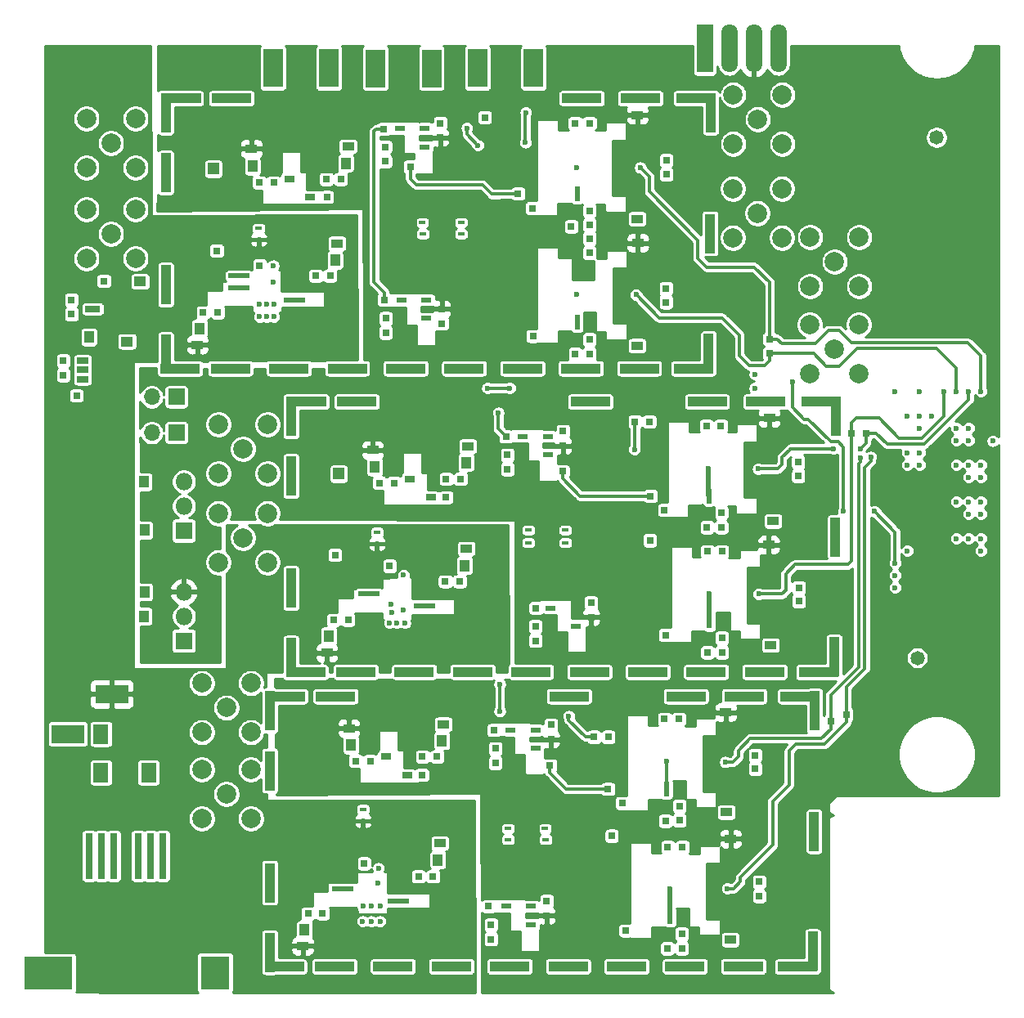
<source format=gbr>
G04 #@! TF.GenerationSoftware,KiCad,Pcbnew,(5.1.5-0-10_14)*
G04 #@! TF.CreationDate,2021-03-04T08:39:19-05:00*
G04 #@! TF.ProjectId,FEA,4645412e-6b69-4636-9164-5f7063625858,rev?*
G04 #@! TF.SameCoordinates,Original*
G04 #@! TF.FileFunction,Copper,L3,Inr*
G04 #@! TF.FilePolarity,Positive*
%FSLAX46Y46*%
G04 Gerber Fmt 4.6, Leading zero omitted, Abs format (unit mm)*
G04 Created by KiCad (PCBNEW (5.1.5-0-10_14)) date 2021-03-04 08:39:19*
%MOMM*%
%LPD*%
G04 APERTURE LIST*
%ADD10R,0.600000X1.550000*%
%ADD11R,1.060000X0.650000*%
%ADD12R,1.800000X1.800000*%
%ADD13O,1.800000X1.800000*%
%ADD14R,4.040000X1.000000*%
%ADD15R,1.000000X4.040000*%
%ADD16C,1.480000*%
%ADD17C,0.600000*%
%ADD18O,1.700000X1.700000*%
%ADD19R,1.700000X1.700000*%
%ADD20R,1.600000X2.000000*%
%ADD21C,2.000000*%
%ADD22R,2.000000X4.000000*%
%ADD23R,0.800000X0.800000*%
%ADD24R,0.750000X0.800000*%
%ADD25R,1.220000X0.650000*%
%ADD26R,1.700000X5.000000*%
%ADD27O,1.700000X5.000000*%
%ADD28R,0.800000X0.750000*%
%ADD29R,0.760000X4.750000*%
%ADD30R,3.000000X3.500000*%
%ADD31R,5.000000X3.500000*%
%ADD32R,1.250000X1.000000*%
%ADD33R,1.000000X1.250000*%
%ADD34R,1.560000X0.650000*%
%ADD35R,1.100000X0.600000*%
%ADD36R,3.390000X1.960000*%
%ADD37R,0.660000X0.400000*%
%ADD38R,1.200000X0.900000*%
%ADD39R,1.200000X1.200000*%
%ADD40R,2.200000X0.500000*%
%ADD41C,0.380000*%
%ADD42C,0.500000*%
%ADD43C,0.254000*%
G04 APERTURE END LIST*
D10*
X75715000Y-105950000D03*
D11*
X48100000Y-106300000D03*
X45900000Y-104400000D03*
D12*
X35000000Y-152250000D03*
D13*
X35000000Y-149710000D03*
X35000000Y-147170000D03*
X35000000Y-135770000D03*
X35000000Y-138310000D03*
D12*
X35000000Y-140850000D03*
D14*
X82140000Y-124045000D03*
X76095000Y-124045000D03*
X70050000Y-124045000D03*
X64005000Y-124045000D03*
X57960000Y-124045000D03*
X51915000Y-124045000D03*
X45870000Y-124045000D03*
X39825000Y-124045000D03*
X82240000Y-96075000D03*
X76195000Y-96075000D03*
D15*
X33125000Y-115375000D03*
X89475000Y-110075000D03*
D14*
X88025000Y-96075000D03*
D15*
X89525000Y-97575000D03*
D14*
X87725000Y-124075000D03*
D15*
X89325000Y-122475000D03*
X33125000Y-122575000D03*
D14*
X34625000Y-124075000D03*
X34725000Y-96075000D03*
D15*
X33125000Y-97575000D03*
X33125000Y-103775000D03*
D14*
X39925000Y-96075000D03*
D16*
X110925000Y-154025000D03*
X112925000Y-100125000D03*
D17*
X117515000Y-126425000D03*
X116245000Y-126425000D03*
X114975000Y-126425000D03*
X113705000Y-126425000D03*
X111165000Y-126425000D03*
X108625000Y-126425000D03*
X112435000Y-128965000D03*
X111165000Y-128965000D03*
X109895000Y-128965000D03*
X116245000Y-130235000D03*
X114975000Y-130235000D03*
X111165000Y-130235000D03*
X116245000Y-131505000D03*
X114975000Y-131505000D03*
X111165000Y-132775000D03*
X109895000Y-132775000D03*
X117515000Y-134045000D03*
X116245000Y-134045000D03*
X114975000Y-134045000D03*
X111165000Y-134045000D03*
X109895000Y-134045000D03*
X117515000Y-135315000D03*
X116245000Y-135315000D03*
X117515000Y-137855000D03*
X116245000Y-137855000D03*
X114975000Y-137855000D03*
X117515000Y-139125000D03*
X116245000Y-139125000D03*
X117515000Y-141665000D03*
X116245000Y-141665000D03*
X114975000Y-141665000D03*
X117515000Y-142935000D03*
X109895000Y-142935000D03*
X108625000Y-144205000D03*
X108625000Y-145475000D03*
X108625000Y-146745000D03*
D18*
X31680000Y-127000000D03*
D19*
X34220000Y-127000000D03*
X34220000Y-130700000D03*
D18*
X31680000Y-130700000D03*
D20*
X26425000Y-161900000D03*
X26425000Y-165900000D03*
D21*
X27450000Y-110100000D03*
X29990000Y-107560000D03*
X24910000Y-107560000D03*
X24910000Y-112640000D03*
X29990000Y-112640000D03*
X27450000Y-100700000D03*
X29990000Y-98160000D03*
X24910000Y-98160000D03*
X24910000Y-103240000D03*
X29990000Y-103240000D03*
D22*
X60640000Y-92980000D03*
X54840000Y-92980000D03*
X44225000Y-92950000D03*
X50025000Y-92950000D03*
D23*
X23370000Y-118450000D03*
D24*
X23370000Y-116950000D03*
D21*
X43670000Y-144120000D03*
X38590000Y-144120000D03*
X38590000Y-139040000D03*
X43670000Y-139040000D03*
X41130000Y-141580000D03*
X41130000Y-132380000D03*
X43670000Y-129840000D03*
X38590000Y-129840000D03*
X38590000Y-134920000D03*
X43670000Y-134920000D03*
X39395000Y-168125000D03*
X41935000Y-165585000D03*
X36855000Y-165585000D03*
X36855000Y-170665000D03*
X41935000Y-170665000D03*
X41935000Y-161715000D03*
X36855000Y-161715000D03*
X36855000Y-156635000D03*
X41935000Y-156635000D03*
X39395000Y-159175000D03*
X94410000Y-98230000D03*
X96950000Y-95690000D03*
X91870000Y-95690000D03*
X91870000Y-100770000D03*
X96950000Y-100770000D03*
X96930000Y-110510000D03*
X91850000Y-110510000D03*
X91850000Y-105430000D03*
X96930000Y-105430000D03*
X94390000Y-107970000D03*
X104910000Y-115540000D03*
X99830000Y-115540000D03*
X99830000Y-110460000D03*
X104910000Y-110460000D03*
X102370000Y-113000000D03*
X102320000Y-122050000D03*
X104860000Y-119510000D03*
X99780000Y-119510000D03*
X99780000Y-124590000D03*
X104860000Y-124590000D03*
D24*
X22525000Y-124745000D03*
X22525000Y-123245000D03*
D25*
X24515000Y-123250000D03*
X24515000Y-124200000D03*
X24515000Y-125150000D03*
D22*
X65400000Y-92950000D03*
X71200000Y-92950000D03*
D26*
X88920000Y-90900000D03*
D27*
X91460000Y-90900000D03*
X94000000Y-90900000D03*
X96540000Y-90900000D03*
D28*
X23900000Y-126850000D03*
D29*
X25195000Y-174525000D03*
X26465000Y-174525000D03*
X27735000Y-174525000D03*
X30275000Y-174525000D03*
X31545000Y-174525000D03*
X32815000Y-174525000D03*
D30*
X38245000Y-186625000D03*
D31*
X20995000Y-186675000D03*
D32*
X29120000Y-121250000D03*
X30470000Y-115050000D03*
D33*
X30900000Y-149700000D03*
X30950000Y-140800000D03*
X30950000Y-147200000D03*
X30900000Y-135800000D03*
D28*
X26720000Y-115000000D03*
D34*
X25570000Y-117900000D03*
D33*
X25170000Y-120800000D03*
D24*
X61700000Y-119400000D03*
X61700000Y-119400000D03*
X61700000Y-117900000D03*
X55900000Y-118850000D03*
X55900000Y-120350000D03*
X55900000Y-120350000D03*
X61550000Y-98650000D03*
X61550000Y-100150000D03*
X61550000Y-98650000D03*
X55850000Y-102600000D03*
X55850000Y-102600000D03*
X55850000Y-101100000D03*
D35*
X60100000Y-118850000D03*
X57500000Y-116950000D03*
X60100000Y-116950000D03*
X59950000Y-99200000D03*
X57350000Y-99200000D03*
X59950000Y-101100000D03*
D28*
X95650000Y-121000000D03*
X95650000Y-122500000D03*
D24*
X105600000Y-130750000D03*
X104100000Y-130750000D03*
X101950000Y-160600000D03*
X103600000Y-159900000D03*
D28*
X55750000Y-116950000D03*
X58450000Y-103150000D03*
X55700000Y-99250000D03*
D36*
X27550000Y-157750000D03*
X23000000Y-161900000D03*
D33*
X36600000Y-119900000D03*
X51750000Y-102800000D03*
D28*
X51250000Y-104450000D03*
X37000000Y-118250000D03*
X38500000Y-118250000D03*
X51250000Y-104450000D03*
X49750000Y-104450000D03*
X48650000Y-114450000D03*
X50150000Y-114450000D03*
X44300000Y-104800000D03*
X42800000Y-104800000D03*
X50150000Y-114450000D03*
X48650000Y-114450000D03*
X42800000Y-104800000D03*
D33*
X42100000Y-103100000D03*
X50650000Y-112850000D03*
D37*
X42750000Y-110700000D03*
X42750000Y-109550000D03*
D38*
X36400000Y-121600000D03*
X52000000Y-101050000D03*
X50850000Y-111100000D03*
X42000000Y-101300000D03*
D28*
X38400000Y-111850000D03*
D24*
X42850000Y-113400000D03*
D28*
X49800000Y-106300000D03*
D39*
X38050000Y-103380000D03*
D40*
X40725000Y-114450000D03*
X40725000Y-115720000D03*
X46475000Y-116990000D03*
D24*
X84950000Y-102500000D03*
X77000000Y-110600000D03*
X77000000Y-110600000D03*
X77000000Y-112100000D03*
X84900000Y-115750000D03*
X84950000Y-103950000D03*
X84900000Y-117200000D03*
X77000000Y-121050000D03*
X77000000Y-122550000D03*
X75500000Y-122550000D03*
D28*
X77000000Y-98650000D03*
X75500000Y-98650000D03*
D24*
X77000000Y-109200000D03*
X77000000Y-107700000D03*
X75100000Y-109350000D03*
D38*
X82000000Y-111050000D03*
X81900000Y-121700000D03*
X81950000Y-97800000D03*
X81900000Y-108550000D03*
D28*
X71150000Y-120700000D03*
D24*
X66150000Y-98050000D03*
D28*
X71100000Y-107450000D03*
X69600000Y-105950000D03*
D10*
X75715000Y-119250000D03*
D37*
X63700000Y-108950000D03*
X59700000Y-108950000D03*
X63700000Y-110150000D03*
X59750000Y-110150000D03*
D20*
X31350000Y-165900000D03*
D33*
X50000000Y-151750000D03*
X64200000Y-133800000D03*
D28*
X50500000Y-150100000D03*
X50500000Y-150100000D03*
X52000000Y-150100000D03*
X62150000Y-135500000D03*
X63650000Y-135500000D03*
X62050000Y-146100000D03*
X63550000Y-146100000D03*
X55250000Y-135900000D03*
X56750000Y-135900000D03*
D33*
X54750000Y-134250000D03*
X64050000Y-144450000D03*
D28*
X90600000Y-130000000D03*
X89100000Y-130000000D03*
D24*
X98600000Y-133750000D03*
D28*
X90700000Y-143000000D03*
X89200000Y-143000000D03*
D24*
X98650000Y-146750000D03*
X98600000Y-135200000D03*
X90650000Y-139000000D03*
X90650000Y-140500000D03*
X89150000Y-140500000D03*
X98650000Y-148150000D03*
X90700000Y-153450000D03*
X90700000Y-151950000D03*
X89200000Y-153450000D03*
X74250000Y-132050000D03*
X74250000Y-130550000D03*
X77150000Y-149800000D03*
X77150000Y-148300000D03*
X68500000Y-134500000D03*
X68500000Y-133000000D03*
X71400000Y-152250000D03*
X71400000Y-150750000D03*
D37*
X55000000Y-142200000D03*
X55000000Y-141000000D03*
X70650000Y-140800000D03*
X70650000Y-142100000D03*
X74500000Y-140800000D03*
X74500000Y-142100000D03*
D38*
X49800000Y-153500000D03*
X64400000Y-132100000D03*
X64250000Y-142700000D03*
X54550000Y-132500000D03*
X95600000Y-129200000D03*
X95550000Y-142300000D03*
X96000000Y-139850000D03*
X95750000Y-152700000D03*
D14*
X52900000Y-127500000D03*
D15*
X46100000Y-135200000D03*
X46100000Y-129000000D03*
D14*
X47700000Y-127500000D03*
X47600000Y-155500000D03*
D15*
X46100000Y-154000000D03*
X102300000Y-153900000D03*
D14*
X100700000Y-155500000D03*
D15*
X102500000Y-129000000D03*
D14*
X101000000Y-127500000D03*
D15*
X102450000Y-141500000D03*
X46100000Y-146800000D03*
D14*
X77080000Y-127500000D03*
X89170000Y-127500000D03*
X95215000Y-127500000D03*
X52800000Y-155470000D03*
X58845000Y-155470000D03*
X64890000Y-155470000D03*
X70935000Y-155470000D03*
X76980000Y-155470000D03*
X83025000Y-155470000D03*
X89070000Y-155470000D03*
X95115000Y-155470000D03*
D28*
X50650000Y-143350000D03*
D24*
X56300000Y-144500000D03*
D28*
X62150000Y-137400000D03*
D24*
X81700000Y-129550000D03*
X83200000Y-129550000D03*
X83250000Y-141850000D03*
D28*
X84750000Y-138700000D03*
X83300000Y-137250000D03*
X84850000Y-151650000D03*
X74200000Y-134700000D03*
X68350000Y-131100000D03*
X71450000Y-148850000D03*
D39*
X51050000Y-134960000D03*
D40*
X54175000Y-147370000D03*
X59925000Y-148640000D03*
D11*
X58400000Y-135500000D03*
X60600000Y-137400000D03*
D10*
X89365000Y-137250000D03*
X89415000Y-150200000D03*
D35*
X72700000Y-133000000D03*
X70100000Y-131100000D03*
X72700000Y-131100000D03*
X72950000Y-148850000D03*
X75550000Y-150750000D03*
D33*
X47500000Y-182150000D03*
X61700000Y-162600000D03*
D28*
X59700000Y-164250000D03*
X61200000Y-164250000D03*
X47850000Y-180500000D03*
X49350000Y-180500000D03*
X52800000Y-164700000D03*
X54300000Y-164700000D03*
X60800000Y-176650000D03*
X59300000Y-176650000D03*
D33*
X52300000Y-163050000D03*
X61300000Y-174950000D03*
D28*
X84750000Y-160350000D03*
X86250000Y-160350000D03*
D24*
X94150000Y-164100000D03*
D28*
X86600000Y-173600000D03*
X85100000Y-173600000D03*
D24*
X94550000Y-177200000D03*
X94150000Y-165500000D03*
X86300000Y-170850000D03*
X84850000Y-170900000D03*
X86300000Y-169350000D03*
X94550000Y-178700000D03*
X86550000Y-184100000D03*
X86550000Y-182600000D03*
X85050000Y-184100000D03*
X73000000Y-160950000D03*
X73000000Y-162450000D03*
X72550000Y-179200000D03*
X72550000Y-180700000D03*
X67250000Y-163400000D03*
X67250000Y-164900000D03*
X66800000Y-181650000D03*
X66800000Y-183150000D03*
D37*
X53550000Y-170900000D03*
X53550000Y-169700000D03*
X72400000Y-171700000D03*
X68550000Y-172850000D03*
X68550000Y-171700000D03*
X72450000Y-172850000D03*
D38*
X47300000Y-183850000D03*
X61850000Y-160900000D03*
X61500000Y-173200000D03*
X52100000Y-161300000D03*
X91100000Y-159650000D03*
X91600000Y-172750000D03*
X91150000Y-170000000D03*
X91550000Y-183200000D03*
D14*
X50700000Y-158000000D03*
D15*
X43900000Y-165700000D03*
X43900000Y-159500000D03*
D14*
X45500000Y-158000000D03*
X45400000Y-186000000D03*
D15*
X43900000Y-184500000D03*
X100100000Y-184400000D03*
D14*
X98500000Y-186000000D03*
D15*
X100300000Y-159500000D03*
D14*
X98800000Y-158000000D03*
D15*
X100250000Y-172000000D03*
X43900000Y-177300000D03*
D14*
X74880000Y-158000000D03*
X86970000Y-158000000D03*
X93015000Y-158000000D03*
X50600000Y-185970000D03*
X56645000Y-185970000D03*
X62690000Y-185970000D03*
X68735000Y-185970000D03*
X74780000Y-185970000D03*
X80825000Y-185970000D03*
X86870000Y-185970000D03*
X92915000Y-185970000D03*
D24*
X53650000Y-175300000D03*
D28*
X59650000Y-166150000D03*
D24*
X77450000Y-162200000D03*
X78950000Y-162200000D03*
X79300000Y-172450000D03*
D28*
X80400000Y-169050000D03*
X78900000Y-167600000D03*
X80750000Y-182250000D03*
X72900000Y-165150000D03*
X67100000Y-161500000D03*
X66550000Y-179750000D03*
D40*
X51475000Y-177970000D03*
X57225000Y-179240000D03*
D11*
X55900000Y-164250000D03*
X58100000Y-166150000D03*
D10*
X84965000Y-167600000D03*
X85315000Y-180800000D03*
D35*
X71400000Y-161500000D03*
X68800000Y-161500000D03*
X71400000Y-163400000D03*
X70950000Y-181650000D03*
X68350000Y-179750000D03*
X70950000Y-179750000D03*
D17*
X43600000Y-117400000D03*
X55100000Y-177350000D03*
X53550000Y-179750000D03*
X54400000Y-179700000D03*
X55300000Y-179700000D03*
X56550000Y-149350000D03*
X57700000Y-149100000D03*
X56400000Y-148500000D03*
X44250000Y-115150000D03*
X44300000Y-117400000D03*
X42850000Y-117400000D03*
X57050000Y-150400000D03*
X57900000Y-150400000D03*
X56300000Y-150400000D03*
X57750000Y-145450000D03*
X55150000Y-175800000D03*
X55300000Y-181300000D03*
X54400000Y-181300000D03*
X53500000Y-181300000D03*
X43600000Y-118700000D03*
X44300000Y-118700000D03*
X42850000Y-118700000D03*
X44250000Y-113400000D03*
X118750000Y-131550000D03*
X53750000Y-158350000D03*
X54750000Y-158350000D03*
X54700000Y-157440000D03*
X64300000Y-99150000D03*
X65450000Y-100950000D03*
X66430010Y-126090000D03*
X68750000Y-126090000D03*
X94100000Y-126090000D03*
X94100000Y-124650000D03*
X70350000Y-100650000D03*
X70400000Y-97550000D03*
X67550000Y-128650000D03*
X67700000Y-156750000D03*
X106500000Y-138850000D03*
X103300000Y-138850000D03*
X98000000Y-125400000D03*
X67700000Y-159550000D03*
X28650000Y-158200000D03*
X28700000Y-157250000D03*
X26300000Y-158200000D03*
X26350000Y-157250000D03*
X21900000Y-162350000D03*
X21900000Y-161350000D03*
X24100000Y-161900000D03*
X75700000Y-103250000D03*
X82250000Y-103250000D03*
X75700000Y-116400000D03*
X81800000Y-116400000D03*
X89400000Y-147400000D03*
X94500000Y-147400000D03*
X89300000Y-134450000D03*
X105000000Y-132350000D03*
X94450000Y-134450000D03*
X102250000Y-132350000D03*
X85300000Y-177950000D03*
X106123505Y-133223505D03*
X91250000Y-177900000D03*
X84950000Y-164750000D03*
X105000000Y-133300000D03*
X91050000Y-164800000D03*
X48650000Y-114450000D03*
X81650000Y-132450000D03*
X74850000Y-160050000D03*
D41*
X54250000Y-157850000D02*
X53750000Y-158350000D01*
X54250000Y-157850000D02*
X54750000Y-158350000D01*
X54290000Y-157850000D02*
X54700000Y-157440000D01*
X54250000Y-157850000D02*
X54290000Y-157850000D01*
X64300000Y-99800000D02*
X65450000Y-100950000D01*
X64300000Y-99150000D02*
X64300000Y-99800000D01*
X66430010Y-126090000D02*
X68750000Y-126090000D01*
X70350000Y-97600000D02*
X70400000Y-97550000D01*
X70350000Y-100650000D02*
X70350000Y-97600000D01*
X54920000Y-99250000D02*
X55700000Y-99250000D01*
X54700000Y-115145000D02*
X54700000Y-99470000D01*
X54700000Y-99470000D02*
X54920000Y-99250000D01*
X55750000Y-116195000D02*
X54700000Y-115145000D01*
X55750000Y-116950000D02*
X55750000Y-116195000D01*
X108625000Y-144205000D02*
X108625000Y-140975000D01*
X108625000Y-140975000D02*
X106500000Y-138850000D01*
X98000000Y-128100000D02*
X98000000Y-125400000D01*
X99630002Y-129300000D02*
X99200000Y-129300000D01*
X101990001Y-131659999D02*
X99630002Y-129300000D01*
X102759999Y-131659999D02*
X101990001Y-131659999D01*
X99200000Y-129300000D02*
X98000000Y-128100000D01*
X103300000Y-138850000D02*
X103300000Y-132200000D01*
X103300000Y-132200000D02*
X102759999Y-131659999D01*
X67550000Y-130300000D02*
X68350000Y-131100000D01*
X67550000Y-128650000D02*
X67550000Y-130300000D01*
X67700000Y-156750000D02*
X67700000Y-159550000D01*
X96430000Y-121000000D02*
X96880000Y-121450000D01*
X95650000Y-121000000D02*
X96430000Y-121000000D01*
X96880000Y-121450000D02*
X100350000Y-121450000D01*
X100350000Y-121450000D02*
X101700000Y-120100000D01*
X101700000Y-120100000D02*
X102800000Y-120100000D01*
X102800000Y-120100000D02*
X104100000Y-121400000D01*
X104100000Y-121400000D02*
X116150000Y-121400000D01*
X117515000Y-122765000D02*
X117515000Y-126425000D01*
X116150000Y-121400000D02*
X117515000Y-122765000D01*
X82250000Y-103250000D02*
X83200000Y-104200000D01*
X83200000Y-104200000D02*
X83200000Y-105750000D01*
X83200000Y-105750000D02*
X88200000Y-110750000D01*
X88200000Y-110750000D02*
X88200000Y-112650000D01*
X88200000Y-112650000D02*
X89100000Y-113550000D01*
X89100000Y-113550000D02*
X94050000Y-113550000D01*
X95650000Y-115150000D02*
X95650000Y-121000000D01*
X94050000Y-113550000D02*
X95650000Y-115150000D01*
X84200000Y-118800000D02*
X81800000Y-116400000D01*
X88450000Y-118800000D02*
X84200000Y-118800000D01*
X95650000Y-122500000D02*
X100200000Y-122500000D01*
X100200000Y-122500000D02*
X101500000Y-123800000D01*
X101500000Y-123800000D02*
X102850000Y-123800000D01*
X102850000Y-123800000D02*
X104669990Y-121980010D01*
X104669990Y-121980010D02*
X112930010Y-121980010D01*
X114975000Y-124025000D02*
X114975000Y-126425000D01*
X112930010Y-121980010D02*
X114975000Y-124025000D01*
X95650000Y-123255000D02*
X95155000Y-123750000D01*
X95650000Y-122500000D02*
X95650000Y-123255000D01*
X95155000Y-123750000D02*
X93500000Y-123750000D01*
X93500000Y-123750000D02*
X92500000Y-122750000D01*
X92500000Y-122750000D02*
X92500000Y-120600000D01*
X90700000Y-118800000D02*
X88450000Y-118800000D01*
X92500000Y-120600000D02*
X90700000Y-118800000D01*
D42*
X89400000Y-150185000D02*
X89415000Y-150200000D01*
X89400000Y-147400000D02*
X89400000Y-150185000D01*
D41*
X113705000Y-128995000D02*
X113705000Y-126425000D01*
X111400000Y-131300000D02*
X113705000Y-128995000D01*
X111400000Y-131300000D02*
X109050000Y-131300000D01*
X109050000Y-131300000D02*
X106950000Y-129200000D01*
X106950000Y-129200000D02*
X104600000Y-129200000D01*
X104100000Y-129700000D02*
X104100000Y-130750000D01*
X104600000Y-129200000D02*
X104100000Y-129700000D01*
X104100000Y-130750000D02*
X104100000Y-144000000D01*
X104100000Y-144000000D02*
X103750000Y-144350000D01*
X103750000Y-144350000D02*
X98250000Y-144350000D01*
X98250000Y-144350000D02*
X97300000Y-145300000D01*
X97300000Y-145300000D02*
X97300000Y-147050000D01*
X96950000Y-147400000D02*
X94500000Y-147400000D01*
X97300000Y-147050000D02*
X96950000Y-147400000D01*
D42*
X89300000Y-137185000D02*
X89365000Y-137250000D01*
X89300000Y-134450000D02*
X89300000Y-137185000D01*
D41*
X107819990Y-131880010D02*
X111640249Y-131880009D01*
X116245000Y-127275258D02*
X116245000Y-126425000D01*
X111640249Y-131880009D02*
X116245000Y-127275258D01*
X106689980Y-130750000D02*
X105600000Y-130750000D01*
X107819990Y-131880010D02*
X106689980Y-130750000D01*
X105600000Y-131750000D02*
X105000000Y-132350000D01*
X105600000Y-130750000D02*
X105600000Y-131750000D01*
X96900000Y-134000000D02*
X96450000Y-134450000D01*
X96900000Y-133250000D02*
X96900000Y-134000000D01*
X96450000Y-134450000D02*
X94450000Y-134450000D01*
X97850000Y-132350000D02*
X97750000Y-132450000D01*
X102250000Y-132350000D02*
X97850000Y-132350000D01*
X97750000Y-132450000D02*
X96900000Y-133250000D01*
X97800000Y-132350000D02*
X97750000Y-132450000D01*
D42*
X85300000Y-177950000D02*
X85300000Y-178374264D01*
X85315000Y-178389264D02*
X85315000Y-180800000D01*
X85300000Y-178374264D02*
X85315000Y-178389264D01*
D41*
X106123505Y-133647769D02*
X105471274Y-134300000D01*
X106123505Y-133223505D02*
X106123505Y-133647769D01*
X105471274Y-134328726D02*
X105500000Y-134357452D01*
X105471274Y-134300000D02*
X105471274Y-134328726D01*
X105500000Y-134357452D02*
X105500000Y-155120258D01*
X103600000Y-157020258D02*
X103600000Y-159900000D01*
X105500000Y-155120258D02*
X103600000Y-157020258D01*
X91900000Y-177900000D02*
X91250000Y-177900000D01*
X92600000Y-177200000D02*
X91900000Y-177900000D01*
X97650000Y-167150000D02*
X95950000Y-168850000D01*
X92600000Y-176750000D02*
X92600000Y-177200000D01*
X95950000Y-173400000D02*
X92600000Y-176750000D01*
X95950000Y-168850000D02*
X95950000Y-173400000D01*
X98369990Y-162930010D02*
X97650000Y-163650000D01*
X103600000Y-160680000D02*
X101349990Y-162930010D01*
X103600000Y-159900000D02*
X103600000Y-160680000D01*
X101349990Y-162930010D02*
X98369990Y-162930010D01*
X97650000Y-163650000D02*
X97650000Y-167150000D01*
X84965000Y-164765000D02*
X84950000Y-164750000D01*
X84965000Y-167600000D02*
X84965000Y-164765000D01*
X101950000Y-157850000D02*
X101950000Y-160600000D01*
X104850000Y-154950000D02*
X101950000Y-157850000D01*
X104850000Y-133874264D02*
X104850000Y-154950000D01*
X105000000Y-133724264D02*
X104850000Y-133874264D01*
X105000000Y-133300000D02*
X105000000Y-133724264D01*
X101950000Y-161380000D02*
X100980000Y-162350000D01*
X101950000Y-160600000D02*
X101950000Y-161380000D01*
X100980000Y-162350000D02*
X93650000Y-162350000D01*
X93650000Y-162350000D02*
X92400000Y-163600000D01*
X92400000Y-163600000D02*
X92400000Y-164250000D01*
X91850000Y-164800000D02*
X91050000Y-164800000D01*
X92400000Y-164250000D02*
X91850000Y-164800000D01*
X58450000Y-104450000D02*
X58450000Y-103150000D01*
X65920000Y-105050000D02*
X59050000Y-105050000D01*
X59050000Y-105050000D02*
X58450000Y-104450000D01*
X66870000Y-106000000D02*
X65920000Y-105050000D01*
X67650000Y-106000000D02*
X66870000Y-106000000D01*
X67700000Y-105950000D02*
X69600000Y-105950000D01*
X67650000Y-106000000D02*
X67700000Y-105950000D01*
X81700000Y-132400000D02*
X81650000Y-132450000D01*
X81700000Y-129550000D02*
X81700000Y-132400000D01*
X74200000Y-135455000D02*
X74200000Y-134700000D01*
X75995000Y-137250000D02*
X74200000Y-135455000D01*
X83300000Y-137250000D02*
X75995000Y-137250000D01*
X76575736Y-162200000D02*
X77450000Y-162200000D01*
X74850000Y-160474264D02*
X76575736Y-162200000D01*
X74850000Y-160050000D02*
X74850000Y-160474264D01*
X74595000Y-167600000D02*
X78900000Y-167600000D01*
X72900000Y-165905000D02*
X74595000Y-167600000D01*
X72900000Y-165150000D02*
X72900000Y-165905000D01*
D43*
G36*
X31623002Y-108150688D02*
G01*
X31625576Y-108175451D01*
X31632932Y-108199236D01*
X31644787Y-108221129D01*
X31660685Y-108240288D01*
X31680016Y-108255978D01*
X31702036Y-108267594D01*
X31725899Y-108274692D01*
X31750596Y-108276999D01*
X52923417Y-108177596D01*
X52972234Y-123115934D01*
X49895000Y-123115934D01*
X49811293Y-123124178D01*
X49730804Y-123148595D01*
X49656624Y-123188245D01*
X49595872Y-123238103D01*
X48195475Y-123244139D01*
X48193395Y-123241605D01*
X48128376Y-123188245D01*
X48054196Y-123148595D01*
X47973707Y-123124178D01*
X47890000Y-123115934D01*
X43850000Y-123115934D01*
X43766293Y-123124178D01*
X43685804Y-123148595D01*
X43611624Y-123188245D01*
X43546605Y-123241605D01*
X43528015Y-123264257D01*
X42171783Y-123270103D01*
X42148395Y-123241605D01*
X42083376Y-123188245D01*
X42009196Y-123148595D01*
X41928707Y-123124178D01*
X41845000Y-123115934D01*
X37805000Y-123115934D01*
X37721293Y-123124178D01*
X37640804Y-123148595D01*
X37566624Y-123188245D01*
X37501605Y-123241605D01*
X37461555Y-123290406D01*
X36965579Y-123292544D01*
X36948395Y-123271605D01*
X36883376Y-123218245D01*
X36809196Y-123178595D01*
X36728707Y-123154178D01*
X36645000Y-123145934D01*
X34054066Y-123145934D01*
X34054066Y-122050000D01*
X35161928Y-122050000D01*
X35174188Y-122174482D01*
X35210498Y-122294180D01*
X35269463Y-122404494D01*
X35348815Y-122501185D01*
X35445506Y-122580537D01*
X35555820Y-122639502D01*
X35675518Y-122675812D01*
X35800000Y-122688072D01*
X36114250Y-122685000D01*
X36273000Y-122526250D01*
X36273000Y-121727000D01*
X36527000Y-121727000D01*
X36527000Y-122526250D01*
X36685750Y-122685000D01*
X37000000Y-122688072D01*
X37124482Y-122675812D01*
X37244180Y-122639502D01*
X37354494Y-122580537D01*
X37451185Y-122501185D01*
X37530537Y-122404494D01*
X37589502Y-122294180D01*
X37625812Y-122174482D01*
X37638072Y-122050000D01*
X37635000Y-121885750D01*
X37476250Y-121727000D01*
X36527000Y-121727000D01*
X36273000Y-121727000D01*
X35323750Y-121727000D01*
X35165000Y-121885750D01*
X35161928Y-122050000D01*
X34054066Y-122050000D01*
X34054066Y-121150000D01*
X35161928Y-121150000D01*
X35165000Y-121314250D01*
X35323750Y-121473000D01*
X36273000Y-121473000D01*
X36273000Y-121453000D01*
X36527000Y-121453000D01*
X36527000Y-121473000D01*
X37476250Y-121473000D01*
X37635000Y-121314250D01*
X37638072Y-121150000D01*
X37625812Y-121025518D01*
X37589502Y-120905820D01*
X37530537Y-120795506D01*
X37475456Y-120728389D01*
X37496405Y-120689196D01*
X37520822Y-120608707D01*
X37529066Y-120525000D01*
X37529066Y-119275000D01*
X37520822Y-119191293D01*
X37496405Y-119110804D01*
X37462773Y-119047884D01*
X37483707Y-119045822D01*
X37564196Y-119021405D01*
X37638376Y-118981755D01*
X37703395Y-118928395D01*
X37750000Y-118871607D01*
X37796605Y-118928395D01*
X37861624Y-118981755D01*
X37935804Y-119021405D01*
X38016293Y-119045822D01*
X38100000Y-119054066D01*
X38900000Y-119054066D01*
X38983707Y-119045822D01*
X39064196Y-119021405D01*
X39138376Y-118981755D01*
X39203395Y-118928395D01*
X39256755Y-118863376D01*
X39296405Y-118789196D01*
X39320822Y-118708707D01*
X39329066Y-118625000D01*
X39329066Y-117875000D01*
X39320822Y-117791293D01*
X39296405Y-117710804D01*
X39256755Y-117636624D01*
X39248857Y-117627000D01*
X42023000Y-117627000D01*
X42023000Y-118150000D01*
X42025440Y-118174776D01*
X42032667Y-118198601D01*
X42044403Y-118220557D01*
X42060197Y-118239803D01*
X42079443Y-118255597D01*
X42101399Y-118267333D01*
X42125224Y-118274560D01*
X42150000Y-118277000D01*
X42258284Y-118277000D01*
X42205741Y-118355636D01*
X42150938Y-118487942D01*
X42123000Y-118628397D01*
X42123000Y-118771603D01*
X42150938Y-118912058D01*
X42205741Y-119044364D01*
X42285302Y-119163436D01*
X42386564Y-119264698D01*
X42505636Y-119344259D01*
X42637942Y-119399062D01*
X42778397Y-119427000D01*
X42921603Y-119427000D01*
X43062058Y-119399062D01*
X43194364Y-119344259D01*
X43225000Y-119323789D01*
X43255636Y-119344259D01*
X43387942Y-119399062D01*
X43528397Y-119427000D01*
X43671603Y-119427000D01*
X43812058Y-119399062D01*
X43944364Y-119344259D01*
X43950000Y-119340493D01*
X43955636Y-119344259D01*
X44087942Y-119399062D01*
X44228397Y-119427000D01*
X44371603Y-119427000D01*
X44512058Y-119399062D01*
X44644364Y-119344259D01*
X44763436Y-119264698D01*
X44864698Y-119163436D01*
X44944259Y-119044364D01*
X44999062Y-118912058D01*
X45027000Y-118771603D01*
X45027000Y-118628397D01*
X44999062Y-118487942D01*
X44944259Y-118355636D01*
X44891716Y-118277000D01*
X45050000Y-118277000D01*
X45074776Y-118274560D01*
X45098601Y-118267333D01*
X45120557Y-118255597D01*
X45139803Y-118239803D01*
X45155597Y-118220557D01*
X45167333Y-118198601D01*
X45174560Y-118174776D01*
X45177000Y-118150000D01*
X45177000Y-117727000D01*
X49450000Y-117727000D01*
X49474776Y-117724560D01*
X49498601Y-117717333D01*
X49520557Y-117705597D01*
X49539803Y-117689803D01*
X49555597Y-117670557D01*
X49567333Y-117648601D01*
X49574560Y-117624776D01*
X49577000Y-117600000D01*
X49577000Y-116200000D01*
X49574560Y-116175224D01*
X49567333Y-116151399D01*
X49555597Y-116129443D01*
X49539803Y-116110197D01*
X49520557Y-116094403D01*
X49498601Y-116082667D01*
X49474776Y-116075440D01*
X49450000Y-116073000D01*
X45127000Y-116073000D01*
X45127000Y-114075000D01*
X47820934Y-114075000D01*
X47820934Y-114825000D01*
X47829178Y-114908707D01*
X47853595Y-114989196D01*
X47893245Y-115063376D01*
X47946605Y-115128395D01*
X48011624Y-115181755D01*
X48085804Y-115221405D01*
X48166293Y-115245822D01*
X48250000Y-115254066D01*
X49050000Y-115254066D01*
X49133707Y-115245822D01*
X49214196Y-115221405D01*
X49288376Y-115181755D01*
X49353395Y-115128395D01*
X49400000Y-115071607D01*
X49446605Y-115128395D01*
X49511624Y-115181755D01*
X49585804Y-115221405D01*
X49666293Y-115245822D01*
X49750000Y-115254066D01*
X50550000Y-115254066D01*
X50633707Y-115245822D01*
X50714196Y-115221405D01*
X50788376Y-115181755D01*
X50853395Y-115128395D01*
X50906755Y-115063376D01*
X50946405Y-114989196D01*
X50970822Y-114908707D01*
X50979066Y-114825000D01*
X50979066Y-114075000D01*
X50970822Y-113991293D01*
X50946405Y-113910804D01*
X50942803Y-113904066D01*
X51150000Y-113904066D01*
X51233707Y-113895822D01*
X51314196Y-113871405D01*
X51388376Y-113831755D01*
X51453395Y-113778395D01*
X51506755Y-113713376D01*
X51546405Y-113639196D01*
X51570822Y-113558707D01*
X51579066Y-113475000D01*
X51579066Y-112225000D01*
X51570822Y-112141293D01*
X51546405Y-112060804D01*
X51506755Y-111986624D01*
X51496772Y-111974460D01*
X51533707Y-111970822D01*
X51614196Y-111946405D01*
X51688376Y-111906755D01*
X51753395Y-111853395D01*
X51806755Y-111788376D01*
X51846405Y-111714196D01*
X51870822Y-111633707D01*
X51879066Y-111550000D01*
X51879066Y-110650000D01*
X51870822Y-110566293D01*
X51846405Y-110485804D01*
X51806755Y-110411624D01*
X51753395Y-110346605D01*
X51688376Y-110293245D01*
X51614196Y-110253595D01*
X51533707Y-110229178D01*
X51450000Y-110220934D01*
X50250000Y-110220934D01*
X50166293Y-110229178D01*
X50085804Y-110253595D01*
X50011624Y-110293245D01*
X49946605Y-110346605D01*
X49893245Y-110411624D01*
X49853595Y-110485804D01*
X49829178Y-110566293D01*
X49820934Y-110650000D01*
X49820934Y-111550000D01*
X49829178Y-111633707D01*
X49853595Y-111714196D01*
X49893245Y-111788376D01*
X49944410Y-111850720D01*
X49911624Y-111868245D01*
X49846605Y-111921605D01*
X49793245Y-111986624D01*
X49753595Y-112060804D01*
X49729178Y-112141293D01*
X49720934Y-112225000D01*
X49720934Y-113475000D01*
X49729178Y-113558707D01*
X49753595Y-113639196D01*
X49757197Y-113645934D01*
X49750000Y-113645934D01*
X49666293Y-113654178D01*
X49585804Y-113678595D01*
X49511624Y-113718245D01*
X49446605Y-113771605D01*
X49400000Y-113828393D01*
X49353395Y-113771605D01*
X49288376Y-113718245D01*
X49214196Y-113678595D01*
X49133707Y-113654178D01*
X49050000Y-113645934D01*
X48250000Y-113645934D01*
X48166293Y-113654178D01*
X48085804Y-113678595D01*
X48011624Y-113718245D01*
X47946605Y-113771605D01*
X47893245Y-113836624D01*
X47853595Y-113910804D01*
X47829178Y-113991293D01*
X47820934Y-114075000D01*
X45127000Y-114075000D01*
X45127000Y-114000000D01*
X45124114Y-113973080D01*
X45116477Y-113949384D01*
X45104365Y-113927633D01*
X45088241Y-113908663D01*
X45068727Y-113893203D01*
X45046571Y-113881847D01*
X45022626Y-113875032D01*
X44997811Y-113873019D01*
X44801734Y-113876400D01*
X44814698Y-113863436D01*
X44894259Y-113744364D01*
X44949062Y-113612058D01*
X44977000Y-113471603D01*
X44977000Y-113328397D01*
X44949062Y-113187942D01*
X44894259Y-113055636D01*
X44814698Y-112936564D01*
X44713436Y-112835302D01*
X44594364Y-112755741D01*
X44462058Y-112700938D01*
X44321603Y-112673000D01*
X44178397Y-112673000D01*
X44037942Y-112700938D01*
X43905636Y-112755741D01*
X43786564Y-112835302D01*
X43685302Y-112936564D01*
X43652634Y-112985456D01*
X43645822Y-112916293D01*
X43621405Y-112835804D01*
X43581755Y-112761624D01*
X43528395Y-112696605D01*
X43463376Y-112643245D01*
X43389196Y-112603595D01*
X43308707Y-112579178D01*
X43225000Y-112570934D01*
X42475000Y-112570934D01*
X42391293Y-112579178D01*
X42310804Y-112603595D01*
X42236624Y-112643245D01*
X42171605Y-112696605D01*
X42118245Y-112761624D01*
X42078595Y-112835804D01*
X42054178Y-112916293D01*
X42045934Y-113000000D01*
X42045934Y-113800000D01*
X42049461Y-113835807D01*
X41989196Y-113803595D01*
X41908707Y-113779178D01*
X41825000Y-113770934D01*
X39625000Y-113770934D01*
X39541293Y-113779178D01*
X39460804Y-113803595D01*
X39386624Y-113843245D01*
X39321605Y-113896605D01*
X39268245Y-113961624D01*
X39228595Y-114035804D01*
X39204178Y-114116293D01*
X39195934Y-114200000D01*
X39195934Y-114700000D01*
X39204178Y-114783707D01*
X39228595Y-114864196D01*
X39268245Y-114938376D01*
X39321605Y-115003395D01*
X39345494Y-115023000D01*
X39050000Y-115023000D01*
X39025224Y-115025440D01*
X39001399Y-115032667D01*
X38979443Y-115044403D01*
X38960197Y-115060197D01*
X38944403Y-115079443D01*
X38932667Y-115101399D01*
X38925440Y-115125224D01*
X38923000Y-115150000D01*
X38923000Y-115973000D01*
X37450000Y-115973000D01*
X37425224Y-115975440D01*
X37401399Y-115982667D01*
X37379443Y-115994403D01*
X37360197Y-116010197D01*
X37344403Y-116029443D01*
X37332667Y-116051399D01*
X37325440Y-116075224D01*
X37323000Y-116100000D01*
X37323000Y-117445934D01*
X36600000Y-117445934D01*
X36516293Y-117454178D01*
X36435804Y-117478595D01*
X36361624Y-117518245D01*
X36296605Y-117571605D01*
X36243245Y-117636624D01*
X36203595Y-117710804D01*
X36179178Y-117791293D01*
X36170934Y-117875000D01*
X36170934Y-118625000D01*
X36179178Y-118708707D01*
X36203595Y-118789196D01*
X36233922Y-118845934D01*
X36100000Y-118845934D01*
X36016293Y-118854178D01*
X35935804Y-118878595D01*
X35861624Y-118918245D01*
X35796605Y-118971605D01*
X35743245Y-119036624D01*
X35703595Y-119110804D01*
X35679178Y-119191293D01*
X35670934Y-119275000D01*
X35670934Y-120525000D01*
X35670989Y-120525562D01*
X35555820Y-120560498D01*
X35445506Y-120619463D01*
X35348815Y-120698815D01*
X35269463Y-120795506D01*
X35210498Y-120905820D01*
X35174188Y-121025518D01*
X35161928Y-121150000D01*
X34054066Y-121150000D01*
X34054066Y-120555000D01*
X34045822Y-120471293D01*
X34021405Y-120390804D01*
X33981755Y-120316624D01*
X33928395Y-120251605D01*
X33863376Y-120198245D01*
X33789196Y-120158595D01*
X33708707Y-120134178D01*
X33625000Y-120125934D01*
X32625000Y-120125934D01*
X32541293Y-120134178D01*
X32460804Y-120158595D01*
X32386624Y-120198245D01*
X32321605Y-120251605D01*
X32268245Y-120316624D01*
X32228595Y-120390804D01*
X32204178Y-120471293D01*
X32195934Y-120555000D01*
X32195934Y-123313102D01*
X29899453Y-123323001D01*
X29874687Y-123325548D01*
X29850894Y-123332878D01*
X29828988Y-123344708D01*
X29809811Y-123360585D01*
X29794100Y-123379898D01*
X29782459Y-123401905D01*
X29775335Y-123425761D01*
X29773000Y-123450000D01*
X29773000Y-155050000D01*
X29775440Y-155074776D01*
X29782667Y-155098601D01*
X29794403Y-155120557D01*
X29810197Y-155139803D01*
X29829443Y-155155597D01*
X29851399Y-155167333D01*
X29875224Y-155174560D01*
X29900000Y-155177000D01*
X39300000Y-155177000D01*
X39324776Y-155174560D01*
X39348601Y-155167333D01*
X39370557Y-155155597D01*
X39389803Y-155139803D01*
X39405597Y-155120557D01*
X39417333Y-155098601D01*
X39424560Y-155074776D01*
X39427000Y-155050000D01*
X39427000Y-145276974D01*
X39499660Y-145228424D01*
X39698424Y-145029660D01*
X39854591Y-144795938D01*
X39962162Y-144536241D01*
X40017000Y-144260547D01*
X40017000Y-143979453D01*
X42243000Y-143979453D01*
X42243000Y-144260547D01*
X42297838Y-144536241D01*
X42405409Y-144795938D01*
X42561576Y-145029660D01*
X42760340Y-145228424D01*
X42994062Y-145384591D01*
X43253759Y-145492162D01*
X43529453Y-145547000D01*
X43810547Y-145547000D01*
X44086241Y-145492162D01*
X44345938Y-145384591D01*
X44579660Y-145228424D01*
X44778424Y-145029660D01*
X44934591Y-144795938D01*
X44941192Y-144780000D01*
X45170934Y-144780000D01*
X45170934Y-148820000D01*
X45179178Y-148903707D01*
X45203595Y-148984196D01*
X45243245Y-149058376D01*
X45296605Y-149123395D01*
X45361624Y-149176755D01*
X45435804Y-149216405D01*
X45516293Y-149240822D01*
X45600000Y-149249066D01*
X46600000Y-149249066D01*
X46683707Y-149240822D01*
X46764196Y-149216405D01*
X46838376Y-149176755D01*
X46903395Y-149123395D01*
X46956755Y-149058376D01*
X46996405Y-148984196D01*
X47020822Y-148903707D01*
X47029066Y-148820000D01*
X47029066Y-144780000D01*
X47020822Y-144696293D01*
X46996405Y-144615804D01*
X46956755Y-144541624D01*
X46903395Y-144476605D01*
X46838376Y-144423245D01*
X46764196Y-144383595D01*
X46683707Y-144359178D01*
X46600000Y-144350934D01*
X45600000Y-144350934D01*
X45516293Y-144359178D01*
X45435804Y-144383595D01*
X45361624Y-144423245D01*
X45296605Y-144476605D01*
X45243245Y-144541624D01*
X45203595Y-144615804D01*
X45179178Y-144696293D01*
X45170934Y-144780000D01*
X44941192Y-144780000D01*
X45042162Y-144536241D01*
X45097000Y-144260547D01*
X45097000Y-143979453D01*
X45042162Y-143703759D01*
X44934591Y-143444062D01*
X44778424Y-143210340D01*
X44579660Y-143011576D01*
X44524920Y-142975000D01*
X49820934Y-142975000D01*
X49820934Y-143725000D01*
X49829178Y-143808707D01*
X49853595Y-143889196D01*
X49893245Y-143963376D01*
X49946605Y-144028395D01*
X50011624Y-144081755D01*
X50085804Y-144121405D01*
X50166293Y-144145822D01*
X50250000Y-144154066D01*
X51050000Y-144154066D01*
X51133707Y-144145822D01*
X51214196Y-144121405D01*
X51254241Y-144100000D01*
X55495934Y-144100000D01*
X55495934Y-144900000D01*
X55504178Y-144983707D01*
X55528595Y-145064196D01*
X55568245Y-145138376D01*
X55621605Y-145203395D01*
X55686624Y-145256755D01*
X55760804Y-145296405D01*
X55841293Y-145320822D01*
X55925000Y-145329066D01*
X56675000Y-145329066D01*
X56758707Y-145320822D01*
X56839196Y-145296405D01*
X56913376Y-145256755D01*
X56978395Y-145203395D01*
X57031755Y-145138376D01*
X57071405Y-145064196D01*
X57095822Y-144983707D01*
X57104066Y-144900000D01*
X57104066Y-144100000D01*
X57095822Y-144016293D01*
X57071405Y-143935804D01*
X57031755Y-143861624D01*
X56978395Y-143796605D01*
X56913376Y-143743245D01*
X56839196Y-143703595D01*
X56758707Y-143679178D01*
X56675000Y-143670934D01*
X55925000Y-143670934D01*
X55841293Y-143679178D01*
X55760804Y-143703595D01*
X55686624Y-143743245D01*
X55621605Y-143796605D01*
X55568245Y-143861624D01*
X55528595Y-143935804D01*
X55504178Y-144016293D01*
X55495934Y-144100000D01*
X51254241Y-144100000D01*
X51288376Y-144081755D01*
X51353395Y-144028395D01*
X51406755Y-143963376D01*
X51446405Y-143889196D01*
X51470822Y-143808707D01*
X51479066Y-143725000D01*
X51479066Y-142975000D01*
X51470822Y-142891293D01*
X51446405Y-142810804D01*
X51406755Y-142736624D01*
X51353395Y-142671605D01*
X51288376Y-142618245D01*
X51214196Y-142578595D01*
X51133707Y-142554178D01*
X51050000Y-142545934D01*
X50250000Y-142545934D01*
X50166293Y-142554178D01*
X50085804Y-142578595D01*
X50011624Y-142618245D01*
X49946605Y-142671605D01*
X49893245Y-142736624D01*
X49853595Y-142810804D01*
X49829178Y-142891293D01*
X49820934Y-142975000D01*
X44524920Y-142975000D01*
X44345938Y-142855409D01*
X44086241Y-142747838D01*
X43810547Y-142693000D01*
X43529453Y-142693000D01*
X43253759Y-142747838D01*
X42994062Y-142855409D01*
X42760340Y-143011576D01*
X42561576Y-143210340D01*
X42405409Y-143444062D01*
X42297838Y-143703759D01*
X42243000Y-143979453D01*
X40017000Y-143979453D01*
X39962162Y-143703759D01*
X39854591Y-143444062D01*
X39698424Y-143210340D01*
X39499660Y-143011576D01*
X39427000Y-142963026D01*
X39427000Y-140277000D01*
X40546789Y-140277000D01*
X40454062Y-140315409D01*
X40220340Y-140471576D01*
X40021576Y-140670340D01*
X39865409Y-140904062D01*
X39757838Y-141163759D01*
X39703000Y-141439453D01*
X39703000Y-141720547D01*
X39757838Y-141996241D01*
X39865409Y-142255938D01*
X40021576Y-142489660D01*
X40220340Y-142688424D01*
X40454062Y-142844591D01*
X40713759Y-142952162D01*
X40989453Y-143007000D01*
X41270547Y-143007000D01*
X41546241Y-142952162D01*
X41805938Y-142844591D01*
X42039660Y-142688424D01*
X42238424Y-142489660D01*
X42277117Y-142431750D01*
X54035000Y-142431750D01*
X54047427Y-142539783D01*
X54086660Y-142658555D01*
X54148311Y-142767391D01*
X54230009Y-142862108D01*
X54328616Y-142939067D01*
X54440342Y-142995309D01*
X54560894Y-143028675D01*
X54685639Y-143037880D01*
X54714250Y-143035000D01*
X54873000Y-142876250D01*
X54873000Y-142273000D01*
X55127000Y-142273000D01*
X55127000Y-142876250D01*
X55285750Y-143035000D01*
X55314361Y-143037880D01*
X55439106Y-143028675D01*
X55559658Y-142995309D01*
X55671384Y-142939067D01*
X55769991Y-142862108D01*
X55851689Y-142767391D01*
X55913340Y-142658555D01*
X55952573Y-142539783D01*
X55965000Y-142431750D01*
X55806250Y-142273000D01*
X55127000Y-142273000D01*
X54873000Y-142273000D01*
X54193750Y-142273000D01*
X54035000Y-142431750D01*
X42277117Y-142431750D01*
X42394591Y-142255938D01*
X42502162Y-141996241D01*
X42507729Y-141968250D01*
X54035000Y-141968250D01*
X54193750Y-142127000D01*
X54873000Y-142127000D01*
X54873000Y-142053000D01*
X55127000Y-142053000D01*
X55127000Y-142127000D01*
X55806250Y-142127000D01*
X55965000Y-141968250D01*
X55952573Y-141860217D01*
X55913340Y-141741445D01*
X55851689Y-141632609D01*
X55769991Y-141537892D01*
X55671384Y-141460933D01*
X55669161Y-141459814D01*
X55686755Y-141438376D01*
X55726405Y-141364196D01*
X55750822Y-141283707D01*
X55759066Y-141200000D01*
X55759066Y-140800000D01*
X55750822Y-140716293D01*
X55726405Y-140635804D01*
X55686755Y-140561624D01*
X55633395Y-140496605D01*
X55568376Y-140443245D01*
X55494196Y-140403595D01*
X55413707Y-140379178D01*
X55330000Y-140370934D01*
X54670000Y-140370934D01*
X54586293Y-140379178D01*
X54505804Y-140403595D01*
X54431624Y-140443245D01*
X54366605Y-140496605D01*
X54313245Y-140561624D01*
X54273595Y-140635804D01*
X54249178Y-140716293D01*
X54240934Y-140800000D01*
X54240934Y-141200000D01*
X54249178Y-141283707D01*
X54273595Y-141364196D01*
X54313245Y-141438376D01*
X54330839Y-141459814D01*
X54328616Y-141460933D01*
X54230009Y-141537892D01*
X54148311Y-141632609D01*
X54086660Y-141741445D01*
X54047427Y-141860217D01*
X54035000Y-141968250D01*
X42507729Y-141968250D01*
X42557000Y-141720547D01*
X42557000Y-141439453D01*
X42502162Y-141163759D01*
X42394591Y-140904062D01*
X42238424Y-140670340D01*
X42039660Y-140471576D01*
X41805938Y-140315409D01*
X41713211Y-140277000D01*
X42952769Y-140277000D01*
X42994062Y-140304591D01*
X43253759Y-140412162D01*
X43529453Y-140467000D01*
X43810547Y-140467000D01*
X44086241Y-140412162D01*
X44345938Y-140304591D01*
X44387231Y-140277000D01*
X68573411Y-140277000D01*
X68619957Y-154659751D01*
X68611605Y-154666605D01*
X68558245Y-154731624D01*
X68518595Y-154805804D01*
X68494178Y-154886293D01*
X68485934Y-154970000D01*
X68485934Y-155473000D01*
X67339066Y-155473000D01*
X67339066Y-154970000D01*
X67330822Y-154886293D01*
X67306405Y-154805804D01*
X67266755Y-154731624D01*
X67213395Y-154666605D01*
X67148376Y-154613245D01*
X67074196Y-154573595D01*
X66993707Y-154549178D01*
X66910000Y-154540934D01*
X62870000Y-154540934D01*
X62786293Y-154549178D01*
X62705804Y-154573595D01*
X62631624Y-154613245D01*
X62566605Y-154666605D01*
X62513245Y-154731624D01*
X62473595Y-154805804D01*
X62449178Y-154886293D01*
X62440934Y-154970000D01*
X62440934Y-155473000D01*
X61294066Y-155473000D01*
X61294066Y-154970000D01*
X61285822Y-154886293D01*
X61261405Y-154805804D01*
X61221755Y-154731624D01*
X61168395Y-154666605D01*
X61103376Y-154613245D01*
X61029196Y-154573595D01*
X60948707Y-154549178D01*
X60865000Y-154540934D01*
X56825000Y-154540934D01*
X56741293Y-154549178D01*
X56660804Y-154573595D01*
X56586624Y-154613245D01*
X56521605Y-154666605D01*
X56468245Y-154731624D01*
X56428595Y-154805804D01*
X56404178Y-154886293D01*
X56395934Y-154970000D01*
X56395934Y-155473000D01*
X55249066Y-155473000D01*
X55249066Y-154970000D01*
X55240822Y-154886293D01*
X55216405Y-154805804D01*
X55176755Y-154731624D01*
X55123395Y-154666605D01*
X55058376Y-154613245D01*
X54984196Y-154573595D01*
X54903707Y-154549178D01*
X54820000Y-154540934D01*
X50780000Y-154540934D01*
X50696293Y-154549178D01*
X50615804Y-154573595D01*
X50541624Y-154613245D01*
X50476605Y-154666605D01*
X50423245Y-154731624D01*
X50383595Y-154805804D01*
X50359178Y-154886293D01*
X50350934Y-154970000D01*
X50350934Y-155473000D01*
X50049066Y-155473000D01*
X50049066Y-155000000D01*
X50040822Y-154916293D01*
X50016405Y-154835804D01*
X49976755Y-154761624D01*
X49923395Y-154696605D01*
X49858376Y-154643245D01*
X49784196Y-154603595D01*
X49703707Y-154579178D01*
X49620000Y-154570934D01*
X49528316Y-154570934D01*
X49673000Y-154426250D01*
X49673000Y-153627000D01*
X49927000Y-153627000D01*
X49927000Y-154426250D01*
X50085750Y-154585000D01*
X50400000Y-154588072D01*
X50524482Y-154575812D01*
X50644180Y-154539502D01*
X50754494Y-154480537D01*
X50851185Y-154401185D01*
X50930537Y-154304494D01*
X50989502Y-154194180D01*
X51025812Y-154074482D01*
X51038072Y-153950000D01*
X51035000Y-153785750D01*
X50876250Y-153627000D01*
X49927000Y-153627000D01*
X49673000Y-153627000D01*
X48723750Y-153627000D01*
X48565000Y-153785750D01*
X48561928Y-153950000D01*
X48574188Y-154074482D01*
X48610498Y-154194180D01*
X48669463Y-154304494D01*
X48748815Y-154401185D01*
X48845506Y-154480537D01*
X48955820Y-154539502D01*
X49059437Y-154570934D01*
X47029066Y-154570934D01*
X47029066Y-153050000D01*
X48561928Y-153050000D01*
X48565000Y-153214250D01*
X48723750Y-153373000D01*
X49673000Y-153373000D01*
X49673000Y-153353000D01*
X49927000Y-153353000D01*
X49927000Y-153373000D01*
X50876250Y-153373000D01*
X51035000Y-153214250D01*
X51038072Y-153050000D01*
X51025812Y-152925518D01*
X50989502Y-152805820D01*
X50930537Y-152695506D01*
X50859271Y-152608668D01*
X50896405Y-152539196D01*
X50920822Y-152458707D01*
X50929066Y-152375000D01*
X50929066Y-151125000D01*
X50920822Y-151041293D01*
X50896405Y-150960804D01*
X50866078Y-150904066D01*
X50900000Y-150904066D01*
X50983707Y-150895822D01*
X51064196Y-150871405D01*
X51138376Y-150831755D01*
X51203395Y-150778395D01*
X51250000Y-150721607D01*
X51296605Y-150778395D01*
X51361624Y-150831755D01*
X51435804Y-150871405D01*
X51516293Y-150895822D01*
X51600000Y-150904066D01*
X52400000Y-150904066D01*
X52483707Y-150895822D01*
X52564196Y-150871405D01*
X52638376Y-150831755D01*
X52703395Y-150778395D01*
X52756755Y-150713376D01*
X52796405Y-150639196D01*
X52820822Y-150558707D01*
X52829066Y-150475000D01*
X52829066Y-149725000D01*
X52820822Y-149641293D01*
X52796405Y-149560804D01*
X52756755Y-149486624D01*
X52707823Y-149427000D01*
X55523000Y-149427000D01*
X55523000Y-149950000D01*
X55525440Y-149974776D01*
X55532667Y-149998601D01*
X55544403Y-150020557D01*
X55560197Y-150039803D01*
X55579443Y-150055597D01*
X55601399Y-150067333D01*
X55625224Y-150074560D01*
X55647014Y-150076706D01*
X55600938Y-150187942D01*
X55573000Y-150328397D01*
X55573000Y-150471603D01*
X55600938Y-150612058D01*
X55655741Y-150744364D01*
X55735302Y-150863436D01*
X55836564Y-150964698D01*
X55955636Y-151044259D01*
X56087942Y-151099062D01*
X56228397Y-151127000D01*
X56371603Y-151127000D01*
X56512058Y-151099062D01*
X56644364Y-151044259D01*
X56675000Y-151023789D01*
X56705636Y-151044259D01*
X56837942Y-151099062D01*
X56978397Y-151127000D01*
X57121603Y-151127000D01*
X57262058Y-151099062D01*
X57394364Y-151044259D01*
X57475000Y-150990380D01*
X57555636Y-151044259D01*
X57687942Y-151099062D01*
X57828397Y-151127000D01*
X57971603Y-151127000D01*
X58112058Y-151099062D01*
X58244364Y-151044259D01*
X58363436Y-150964698D01*
X58464698Y-150863436D01*
X58544259Y-150744364D01*
X58599062Y-150612058D01*
X58627000Y-150471603D01*
X58627000Y-150328397D01*
X58599062Y-150187942D01*
X58552986Y-150076706D01*
X58574776Y-150074560D01*
X58598601Y-150067333D01*
X58620557Y-150055597D01*
X58639803Y-150039803D01*
X58655597Y-150020557D01*
X58667333Y-149998601D01*
X58674560Y-149974776D01*
X58677000Y-149950000D01*
X58677000Y-149527000D01*
X62950000Y-149527000D01*
X62974776Y-149524560D01*
X62998601Y-149517333D01*
X63020557Y-149505597D01*
X63039803Y-149489803D01*
X63055597Y-149470557D01*
X63067333Y-149448601D01*
X63074560Y-149424776D01*
X63077000Y-149400000D01*
X63077000Y-148000000D01*
X63074560Y-147975224D01*
X63067333Y-147951399D01*
X63055597Y-147929443D01*
X63039803Y-147910197D01*
X63020557Y-147894403D01*
X62998601Y-147882667D01*
X62974776Y-147875440D01*
X62950000Y-147873000D01*
X58627000Y-147873000D01*
X58627000Y-145800000D01*
X58624114Y-145773080D01*
X58616477Y-145749384D01*
X58604365Y-145727633D01*
X58602128Y-145725000D01*
X61220934Y-145725000D01*
X61220934Y-146475000D01*
X61229178Y-146558707D01*
X61253595Y-146639196D01*
X61293245Y-146713376D01*
X61346605Y-146778395D01*
X61411624Y-146831755D01*
X61485804Y-146871405D01*
X61566293Y-146895822D01*
X61650000Y-146904066D01*
X62450000Y-146904066D01*
X62533707Y-146895822D01*
X62614196Y-146871405D01*
X62688376Y-146831755D01*
X62753395Y-146778395D01*
X62800000Y-146721607D01*
X62846605Y-146778395D01*
X62911624Y-146831755D01*
X62985804Y-146871405D01*
X63066293Y-146895822D01*
X63150000Y-146904066D01*
X63950000Y-146904066D01*
X64033707Y-146895822D01*
X64114196Y-146871405D01*
X64188376Y-146831755D01*
X64253395Y-146778395D01*
X64306755Y-146713376D01*
X64346405Y-146639196D01*
X64370822Y-146558707D01*
X64379066Y-146475000D01*
X64379066Y-145725000D01*
X64370822Y-145641293D01*
X64346405Y-145560804D01*
X64316078Y-145504066D01*
X64550000Y-145504066D01*
X64633707Y-145495822D01*
X64714196Y-145471405D01*
X64788376Y-145431755D01*
X64853395Y-145378395D01*
X64906755Y-145313376D01*
X64946405Y-145239196D01*
X64970822Y-145158707D01*
X64979066Y-145075000D01*
X64979066Y-143825000D01*
X64970822Y-143741293D01*
X64946405Y-143660804D01*
X64906755Y-143586624D01*
X64896772Y-143574460D01*
X64933707Y-143570822D01*
X65014196Y-143546405D01*
X65088376Y-143506755D01*
X65153395Y-143453395D01*
X65206755Y-143388376D01*
X65246405Y-143314196D01*
X65270822Y-143233707D01*
X65279066Y-143150000D01*
X65279066Y-142250000D01*
X65270822Y-142166293D01*
X65246405Y-142085804D01*
X65206755Y-142011624D01*
X65153395Y-141946605D01*
X65088376Y-141893245D01*
X65014196Y-141853595D01*
X64933707Y-141829178D01*
X64850000Y-141820934D01*
X63650000Y-141820934D01*
X63566293Y-141829178D01*
X63485804Y-141853595D01*
X63411624Y-141893245D01*
X63346605Y-141946605D01*
X63293245Y-142011624D01*
X63253595Y-142085804D01*
X63229178Y-142166293D01*
X63220934Y-142250000D01*
X63220934Y-143150000D01*
X63229178Y-143233707D01*
X63253595Y-143314196D01*
X63293245Y-143388376D01*
X63344410Y-143450720D01*
X63311624Y-143468245D01*
X63246605Y-143521605D01*
X63193245Y-143586624D01*
X63153595Y-143660804D01*
X63129178Y-143741293D01*
X63120934Y-143825000D01*
X63120934Y-145075000D01*
X63129178Y-145158707D01*
X63153595Y-145239196D01*
X63183922Y-145295934D01*
X63150000Y-145295934D01*
X63066293Y-145304178D01*
X62985804Y-145328595D01*
X62911624Y-145368245D01*
X62846605Y-145421605D01*
X62800000Y-145478393D01*
X62753395Y-145421605D01*
X62688376Y-145368245D01*
X62614196Y-145328595D01*
X62533707Y-145304178D01*
X62450000Y-145295934D01*
X61650000Y-145295934D01*
X61566293Y-145304178D01*
X61485804Y-145328595D01*
X61411624Y-145368245D01*
X61346605Y-145421605D01*
X61293245Y-145486624D01*
X61253595Y-145560804D01*
X61229178Y-145641293D01*
X61220934Y-145725000D01*
X58602128Y-145725000D01*
X58588241Y-145708663D01*
X58568727Y-145693203D01*
X58546571Y-145681847D01*
X58522626Y-145675032D01*
X58497811Y-145673019D01*
X58444138Y-145673944D01*
X58449062Y-145662058D01*
X58477000Y-145521603D01*
X58477000Y-145378397D01*
X58449062Y-145237942D01*
X58394259Y-145105636D01*
X58314698Y-144986564D01*
X58213436Y-144885302D01*
X58094364Y-144805741D01*
X57962058Y-144750938D01*
X57821603Y-144723000D01*
X57678397Y-144723000D01*
X57537942Y-144750938D01*
X57405636Y-144805741D01*
X57286564Y-144885302D01*
X57185302Y-144986564D01*
X57105741Y-145105636D01*
X57050938Y-145237942D01*
X57023000Y-145378397D01*
X57023000Y-145521603D01*
X57050938Y-145662058D01*
X57065706Y-145697710D01*
X55597811Y-145723019D01*
X55575224Y-145725440D01*
X55551399Y-145732667D01*
X55529443Y-145744403D01*
X55510197Y-145760197D01*
X55494403Y-145779443D01*
X55482667Y-145801399D01*
X55475440Y-145825224D01*
X55473000Y-145850000D01*
X55473000Y-146741664D01*
X55439196Y-146723595D01*
X55358707Y-146699178D01*
X55275000Y-146690934D01*
X53075000Y-146690934D01*
X52991293Y-146699178D01*
X52910804Y-146723595D01*
X52836624Y-146763245D01*
X52771605Y-146816605D01*
X52766357Y-146823000D01*
X52550000Y-146823000D01*
X52525224Y-146825440D01*
X52501399Y-146832667D01*
X52479443Y-146844403D01*
X52460197Y-146860197D01*
X52444403Y-146879443D01*
X52432667Y-146901399D01*
X52425440Y-146925224D01*
X52423000Y-146950000D01*
X52423000Y-147773000D01*
X50950000Y-147773000D01*
X50925224Y-147775440D01*
X50901399Y-147782667D01*
X50879443Y-147794403D01*
X50860197Y-147810197D01*
X50844403Y-147829443D01*
X50832667Y-147851399D01*
X50825440Y-147875224D01*
X50823000Y-147900000D01*
X50823000Y-149295934D01*
X50100000Y-149295934D01*
X50016293Y-149304178D01*
X49935804Y-149328595D01*
X49861624Y-149368245D01*
X49796605Y-149421605D01*
X49743245Y-149486624D01*
X49703595Y-149560804D01*
X49679178Y-149641293D01*
X49670934Y-149725000D01*
X49670934Y-150475000D01*
X49679178Y-150558707D01*
X49703595Y-150639196D01*
X49733922Y-150695934D01*
X49500000Y-150695934D01*
X49416293Y-150704178D01*
X49335804Y-150728595D01*
X49261624Y-150768245D01*
X49196605Y-150821605D01*
X49143245Y-150886624D01*
X49103595Y-150960804D01*
X49079178Y-151041293D01*
X49070934Y-151125000D01*
X49070934Y-152375000D01*
X49075776Y-152424163D01*
X49075518Y-152424188D01*
X48955820Y-152460498D01*
X48845506Y-152519463D01*
X48748815Y-152598815D01*
X48669463Y-152695506D01*
X48610498Y-152805820D01*
X48574188Y-152925518D01*
X48561928Y-153050000D01*
X47029066Y-153050000D01*
X47029066Y-151980000D01*
X47020822Y-151896293D01*
X46996405Y-151815804D01*
X46956755Y-151741624D01*
X46903395Y-151676605D01*
X46838376Y-151623245D01*
X46764196Y-151583595D01*
X46683707Y-151559178D01*
X46600000Y-151550934D01*
X45600000Y-151550934D01*
X45516293Y-151559178D01*
X45435804Y-151583595D01*
X45361624Y-151623245D01*
X45296605Y-151676605D01*
X45243245Y-151741624D01*
X45203595Y-151815804D01*
X45179178Y-151896293D01*
X45170934Y-151980000D01*
X45170934Y-154877540D01*
X45159178Y-154916293D01*
X45150934Y-155000000D01*
X45150934Y-155473000D01*
X43650000Y-155473000D01*
X43625224Y-155475440D01*
X43601399Y-155482667D01*
X43579443Y-155494403D01*
X43560197Y-155510197D01*
X43544403Y-155529443D01*
X43532667Y-155551399D01*
X43525440Y-155575224D01*
X43523000Y-155600305D01*
X43526483Y-157050934D01*
X43400000Y-157050934D01*
X43316293Y-157059178D01*
X43302090Y-157063487D01*
X43307162Y-157051241D01*
X43362000Y-156775547D01*
X43362000Y-156494453D01*
X43307162Y-156218759D01*
X43199591Y-155959062D01*
X43043424Y-155725340D01*
X42844660Y-155526576D01*
X42610938Y-155370409D01*
X42351241Y-155262838D01*
X42075547Y-155208000D01*
X41794453Y-155208000D01*
X41518759Y-155262838D01*
X41259062Y-155370409D01*
X41025340Y-155526576D01*
X40826576Y-155725340D01*
X40670409Y-155959062D01*
X40562838Y-156218759D01*
X40508000Y-156494453D01*
X40508000Y-156775547D01*
X40562838Y-157051241D01*
X40670409Y-157310938D01*
X40826576Y-157544660D01*
X41025340Y-157743424D01*
X41259062Y-157899591D01*
X41518759Y-158007162D01*
X41794453Y-158062000D01*
X42075547Y-158062000D01*
X42351241Y-158007162D01*
X42610938Y-157899591D01*
X42844660Y-157743424D01*
X42970934Y-157617150D01*
X42970934Y-160732850D01*
X42844660Y-160606576D01*
X42610938Y-160450409D01*
X42351241Y-160342838D01*
X42075547Y-160288000D01*
X41794453Y-160288000D01*
X41518759Y-160342838D01*
X41259062Y-160450409D01*
X41025340Y-160606576D01*
X40826576Y-160805340D01*
X40670409Y-161039062D01*
X40562838Y-161298759D01*
X40508000Y-161574453D01*
X40508000Y-161855547D01*
X40562838Y-162131241D01*
X40670409Y-162390938D01*
X40826576Y-162624660D01*
X41025340Y-162823424D01*
X41259062Y-162979591D01*
X41518759Y-163087162D01*
X41794453Y-163142000D01*
X42075547Y-163142000D01*
X42351241Y-163087162D01*
X42610938Y-162979591D01*
X42844660Y-162823424D01*
X43043424Y-162624660D01*
X43199591Y-162390938D01*
X43307162Y-162131241D01*
X43344486Y-161943599D01*
X43400000Y-161949066D01*
X43538241Y-161949066D01*
X43541367Y-163250934D01*
X43400000Y-163250934D01*
X43316293Y-163259178D01*
X43235804Y-163283595D01*
X43161624Y-163323245D01*
X43096605Y-163376605D01*
X43043245Y-163441624D01*
X43003595Y-163515804D01*
X42979178Y-163596293D01*
X42970934Y-163680000D01*
X42970934Y-164602850D01*
X42844660Y-164476576D01*
X42610938Y-164320409D01*
X42351241Y-164212838D01*
X42075547Y-164158000D01*
X41794453Y-164158000D01*
X41518759Y-164212838D01*
X41259062Y-164320409D01*
X41025340Y-164476576D01*
X40826576Y-164675340D01*
X40670409Y-164909062D01*
X40562838Y-165168759D01*
X40508000Y-165444453D01*
X40508000Y-165725547D01*
X40562838Y-166001241D01*
X40670409Y-166260938D01*
X40826576Y-166494660D01*
X41025340Y-166693424D01*
X41259062Y-166849591D01*
X41518759Y-166957162D01*
X41794453Y-167012000D01*
X42075547Y-167012000D01*
X42351241Y-166957162D01*
X42610938Y-166849591D01*
X42844660Y-166693424D01*
X42970934Y-166567150D01*
X42970934Y-167720000D01*
X42979178Y-167803707D01*
X43003595Y-167884196D01*
X43043245Y-167958376D01*
X43096605Y-168023395D01*
X43161624Y-168076755D01*
X43235804Y-168116405D01*
X43316293Y-168140822D01*
X43400000Y-168149066D01*
X43553126Y-168149066D01*
X43554329Y-168650305D01*
X43556829Y-168675075D01*
X43564113Y-168698882D01*
X43575902Y-168720811D01*
X43591742Y-168740018D01*
X43611025Y-168755766D01*
X43633010Y-168767449D01*
X43656852Y-168774619D01*
X43681329Y-168777000D01*
X65092172Y-168777000D01*
X65170667Y-188659295D01*
X40057796Y-188666940D01*
X40101755Y-188613376D01*
X40141405Y-188539196D01*
X40165822Y-188458707D01*
X40174066Y-188375000D01*
X40174066Y-185500000D01*
X42950934Y-185500000D01*
X42950934Y-186500000D01*
X42959178Y-186583707D01*
X42983595Y-186664196D01*
X43023245Y-186738376D01*
X43076605Y-186803395D01*
X43087590Y-186812410D01*
X43096605Y-186823395D01*
X43161624Y-186876755D01*
X43235804Y-186916405D01*
X43316293Y-186940822D01*
X43400000Y-186949066D01*
X44400000Y-186949066D01*
X44483707Y-186940822D01*
X44522460Y-186929066D01*
X47420000Y-186929066D01*
X47503707Y-186920822D01*
X47584196Y-186896405D01*
X47658376Y-186856755D01*
X47723395Y-186803395D01*
X47776755Y-186738376D01*
X47816405Y-186664196D01*
X47840822Y-186583707D01*
X47849066Y-186500000D01*
X47849066Y-185500000D01*
X47846112Y-185470000D01*
X48150934Y-185470000D01*
X48150934Y-186470000D01*
X48159178Y-186553707D01*
X48183595Y-186634196D01*
X48223245Y-186708376D01*
X48276605Y-186773395D01*
X48341624Y-186826755D01*
X48415804Y-186866405D01*
X48496293Y-186890822D01*
X48580000Y-186899066D01*
X52620000Y-186899066D01*
X52703707Y-186890822D01*
X52784196Y-186866405D01*
X52858376Y-186826755D01*
X52923395Y-186773395D01*
X52976755Y-186708376D01*
X53016405Y-186634196D01*
X53040822Y-186553707D01*
X53049066Y-186470000D01*
X53049066Y-185470000D01*
X54195934Y-185470000D01*
X54195934Y-186470000D01*
X54204178Y-186553707D01*
X54228595Y-186634196D01*
X54268245Y-186708376D01*
X54321605Y-186773395D01*
X54386624Y-186826755D01*
X54460804Y-186866405D01*
X54541293Y-186890822D01*
X54625000Y-186899066D01*
X58665000Y-186899066D01*
X58748707Y-186890822D01*
X58829196Y-186866405D01*
X58903376Y-186826755D01*
X58968395Y-186773395D01*
X59021755Y-186708376D01*
X59061405Y-186634196D01*
X59085822Y-186553707D01*
X59094066Y-186470000D01*
X59094066Y-185470000D01*
X60240934Y-185470000D01*
X60240934Y-186470000D01*
X60249178Y-186553707D01*
X60273595Y-186634196D01*
X60313245Y-186708376D01*
X60366605Y-186773395D01*
X60431624Y-186826755D01*
X60505804Y-186866405D01*
X60586293Y-186890822D01*
X60670000Y-186899066D01*
X64710000Y-186899066D01*
X64793707Y-186890822D01*
X64874196Y-186866405D01*
X64948376Y-186826755D01*
X65013395Y-186773395D01*
X65066755Y-186708376D01*
X65106405Y-186634196D01*
X65130822Y-186553707D01*
X65139066Y-186470000D01*
X65139066Y-185470000D01*
X65130822Y-185386293D01*
X65106405Y-185305804D01*
X65066755Y-185231624D01*
X65013395Y-185166605D01*
X64948376Y-185113245D01*
X64874196Y-185073595D01*
X64793707Y-185049178D01*
X64710000Y-185040934D01*
X60670000Y-185040934D01*
X60586293Y-185049178D01*
X60505804Y-185073595D01*
X60431624Y-185113245D01*
X60366605Y-185166605D01*
X60313245Y-185231624D01*
X60273595Y-185305804D01*
X60249178Y-185386293D01*
X60240934Y-185470000D01*
X59094066Y-185470000D01*
X59085822Y-185386293D01*
X59061405Y-185305804D01*
X59021755Y-185231624D01*
X58968395Y-185166605D01*
X58903376Y-185113245D01*
X58829196Y-185073595D01*
X58748707Y-185049178D01*
X58665000Y-185040934D01*
X54625000Y-185040934D01*
X54541293Y-185049178D01*
X54460804Y-185073595D01*
X54386624Y-185113245D01*
X54321605Y-185166605D01*
X54268245Y-185231624D01*
X54228595Y-185305804D01*
X54204178Y-185386293D01*
X54195934Y-185470000D01*
X53049066Y-185470000D01*
X53040822Y-185386293D01*
X53016405Y-185305804D01*
X52976755Y-185231624D01*
X52923395Y-185166605D01*
X52858376Y-185113245D01*
X52784196Y-185073595D01*
X52703707Y-185049178D01*
X52620000Y-185040934D01*
X48580000Y-185040934D01*
X48496293Y-185049178D01*
X48415804Y-185073595D01*
X48341624Y-185113245D01*
X48276605Y-185166605D01*
X48223245Y-185231624D01*
X48183595Y-185305804D01*
X48159178Y-185386293D01*
X48150934Y-185470000D01*
X47846112Y-185470000D01*
X47840822Y-185416293D01*
X47816405Y-185335804D01*
X47776755Y-185261624D01*
X47723395Y-185196605D01*
X47658376Y-185143245D01*
X47584196Y-185103595D01*
X47503707Y-185079178D01*
X47420000Y-185070934D01*
X44829066Y-185070934D01*
X44829066Y-184300000D01*
X46061928Y-184300000D01*
X46074188Y-184424482D01*
X46110498Y-184544180D01*
X46169463Y-184654494D01*
X46248815Y-184751185D01*
X46345506Y-184830537D01*
X46455820Y-184889502D01*
X46575518Y-184925812D01*
X46700000Y-184938072D01*
X47014250Y-184935000D01*
X47173000Y-184776250D01*
X47173000Y-183977000D01*
X47427000Y-183977000D01*
X47427000Y-184776250D01*
X47585750Y-184935000D01*
X47900000Y-184938072D01*
X48024482Y-184925812D01*
X48144180Y-184889502D01*
X48254494Y-184830537D01*
X48351185Y-184751185D01*
X48430537Y-184654494D01*
X48489502Y-184544180D01*
X48525812Y-184424482D01*
X48538072Y-184300000D01*
X48535000Y-184135750D01*
X48376250Y-183977000D01*
X47427000Y-183977000D01*
X47173000Y-183977000D01*
X46223750Y-183977000D01*
X46065000Y-184135750D01*
X46061928Y-184300000D01*
X44829066Y-184300000D01*
X44829066Y-183400000D01*
X46061928Y-183400000D01*
X46065000Y-183564250D01*
X46223750Y-183723000D01*
X47173000Y-183723000D01*
X47173000Y-183703000D01*
X47427000Y-183703000D01*
X47427000Y-183723000D01*
X48376250Y-183723000D01*
X48535000Y-183564250D01*
X48538072Y-183400000D01*
X48525812Y-183275518D01*
X48489502Y-183155820D01*
X48430537Y-183045506D01*
X48375456Y-182978389D01*
X48396405Y-182939196D01*
X48420822Y-182858707D01*
X48429066Y-182775000D01*
X48429066Y-181525000D01*
X48420822Y-181441293D01*
X48396405Y-181360804D01*
X48357770Y-181288522D01*
X48414196Y-181271405D01*
X48488376Y-181231755D01*
X48553395Y-181178395D01*
X48600000Y-181121607D01*
X48646605Y-181178395D01*
X48711624Y-181231755D01*
X48785804Y-181271405D01*
X48866293Y-181295822D01*
X48950000Y-181304066D01*
X49750000Y-181304066D01*
X49833707Y-181295822D01*
X49914196Y-181271405D01*
X49988376Y-181231755D01*
X49992467Y-181228397D01*
X52773000Y-181228397D01*
X52773000Y-181371603D01*
X52800938Y-181512058D01*
X52855741Y-181644364D01*
X52935302Y-181763436D01*
X53036564Y-181864698D01*
X53155636Y-181944259D01*
X53287942Y-181999062D01*
X53428397Y-182027000D01*
X53571603Y-182027000D01*
X53712058Y-181999062D01*
X53844364Y-181944259D01*
X53950000Y-181873676D01*
X54055636Y-181944259D01*
X54187942Y-181999062D01*
X54328397Y-182027000D01*
X54471603Y-182027000D01*
X54612058Y-181999062D01*
X54744364Y-181944259D01*
X54850000Y-181873676D01*
X54955636Y-181944259D01*
X55087942Y-181999062D01*
X55228397Y-182027000D01*
X55371603Y-182027000D01*
X55512058Y-181999062D01*
X55644364Y-181944259D01*
X55763436Y-181864698D01*
X55864698Y-181763436D01*
X55944259Y-181644364D01*
X55999062Y-181512058D01*
X56027000Y-181371603D01*
X56027000Y-181228397D01*
X55999062Y-181087942D01*
X55944259Y-180955636D01*
X55864698Y-180836564D01*
X55763436Y-180735302D01*
X55644364Y-180655741D01*
X55512058Y-180600938D01*
X55371603Y-180573000D01*
X55228397Y-180573000D01*
X55087942Y-180600938D01*
X54955636Y-180655741D01*
X54850000Y-180726324D01*
X54744364Y-180655741D01*
X54612058Y-180600938D01*
X54471603Y-180573000D01*
X54328397Y-180573000D01*
X54187942Y-180600938D01*
X54055636Y-180655741D01*
X53950000Y-180726324D01*
X53844364Y-180655741D01*
X53712058Y-180600938D01*
X53571603Y-180573000D01*
X53428397Y-180573000D01*
X53287942Y-180600938D01*
X53155636Y-180655741D01*
X53036564Y-180735302D01*
X52935302Y-180836564D01*
X52855741Y-180955636D01*
X52800938Y-181087942D01*
X52773000Y-181228397D01*
X49992467Y-181228397D01*
X50053395Y-181178395D01*
X50106755Y-181113376D01*
X50146405Y-181039196D01*
X50170822Y-180958707D01*
X50179066Y-180875000D01*
X50179066Y-180125000D01*
X50170822Y-180041293D01*
X50146405Y-179960804D01*
X50106755Y-179886624D01*
X50098857Y-179877000D01*
X52834019Y-179877000D01*
X52850938Y-179962058D01*
X52905741Y-180094364D01*
X52973000Y-180195025D01*
X52973000Y-180400000D01*
X52975440Y-180424776D01*
X52982667Y-180448601D01*
X52994403Y-180470557D01*
X53010197Y-180489803D01*
X53029443Y-180505597D01*
X53051399Y-180517333D01*
X53075224Y-180524560D01*
X53100000Y-180527000D01*
X56000000Y-180527000D01*
X56024776Y-180524560D01*
X56048601Y-180517333D01*
X56070557Y-180505597D01*
X56089803Y-180489803D01*
X56105597Y-180470557D01*
X56117333Y-180448601D01*
X56124560Y-180424776D01*
X56127000Y-180400000D01*
X56127000Y-179977000D01*
X60400000Y-179977000D01*
X60424776Y-179974560D01*
X60448601Y-179967333D01*
X60470557Y-179955597D01*
X60489803Y-179939803D01*
X60505597Y-179920557D01*
X60517333Y-179898601D01*
X60524560Y-179874776D01*
X60527000Y-179850000D01*
X60527000Y-178450000D01*
X60524560Y-178425224D01*
X60517333Y-178401399D01*
X60505597Y-178379443D01*
X60489803Y-178360197D01*
X60470557Y-178344403D01*
X60448601Y-178332667D01*
X60424776Y-178325440D01*
X60400000Y-178323000D01*
X56077000Y-178323000D01*
X56077000Y-176275000D01*
X58470934Y-176275000D01*
X58470934Y-177025000D01*
X58479178Y-177108707D01*
X58503595Y-177189196D01*
X58543245Y-177263376D01*
X58596605Y-177328395D01*
X58661624Y-177381755D01*
X58735804Y-177421405D01*
X58816293Y-177445822D01*
X58900000Y-177454066D01*
X59700000Y-177454066D01*
X59783707Y-177445822D01*
X59864196Y-177421405D01*
X59938376Y-177381755D01*
X60003395Y-177328395D01*
X60050000Y-177271607D01*
X60096605Y-177328395D01*
X60161624Y-177381755D01*
X60235804Y-177421405D01*
X60316293Y-177445822D01*
X60400000Y-177454066D01*
X61200000Y-177454066D01*
X61283707Y-177445822D01*
X61364196Y-177421405D01*
X61438376Y-177381755D01*
X61503395Y-177328395D01*
X61556755Y-177263376D01*
X61596405Y-177189196D01*
X61620822Y-177108707D01*
X61629066Y-177025000D01*
X61629066Y-176275000D01*
X61620822Y-176191293D01*
X61596405Y-176110804D01*
X61556755Y-176036624D01*
X61530035Y-176004066D01*
X61800000Y-176004066D01*
X61883707Y-175995822D01*
X61964196Y-175971405D01*
X62038376Y-175931755D01*
X62103395Y-175878395D01*
X62156755Y-175813376D01*
X62196405Y-175739196D01*
X62220822Y-175658707D01*
X62229066Y-175575000D01*
X62229066Y-174325000D01*
X62220822Y-174241293D01*
X62196405Y-174160804D01*
X62156755Y-174086624D01*
X62146772Y-174074460D01*
X62183707Y-174070822D01*
X62264196Y-174046405D01*
X62338376Y-174006755D01*
X62403395Y-173953395D01*
X62456755Y-173888376D01*
X62496405Y-173814196D01*
X62520822Y-173733707D01*
X62529066Y-173650000D01*
X62529066Y-172750000D01*
X62520822Y-172666293D01*
X62496405Y-172585804D01*
X62456755Y-172511624D01*
X62403395Y-172446605D01*
X62338376Y-172393245D01*
X62264196Y-172353595D01*
X62183707Y-172329178D01*
X62100000Y-172320934D01*
X60900000Y-172320934D01*
X60816293Y-172329178D01*
X60735804Y-172353595D01*
X60661624Y-172393245D01*
X60596605Y-172446605D01*
X60543245Y-172511624D01*
X60503595Y-172585804D01*
X60479178Y-172666293D01*
X60470934Y-172750000D01*
X60470934Y-173650000D01*
X60479178Y-173733707D01*
X60503595Y-173814196D01*
X60543245Y-173888376D01*
X60594410Y-173950720D01*
X60561624Y-173968245D01*
X60496605Y-174021605D01*
X60443245Y-174086624D01*
X60403595Y-174160804D01*
X60379178Y-174241293D01*
X60370934Y-174325000D01*
X60370934Y-175575000D01*
X60379178Y-175658707D01*
X60403595Y-175739196D01*
X60443245Y-175813376D01*
X60469965Y-175845934D01*
X60400000Y-175845934D01*
X60316293Y-175854178D01*
X60235804Y-175878595D01*
X60161624Y-175918245D01*
X60096605Y-175971605D01*
X60050000Y-176028393D01*
X60003395Y-175971605D01*
X59938376Y-175918245D01*
X59864196Y-175878595D01*
X59783707Y-175854178D01*
X59700000Y-175845934D01*
X58900000Y-175845934D01*
X58816293Y-175854178D01*
X58735804Y-175878595D01*
X58661624Y-175918245D01*
X58596605Y-175971605D01*
X58543245Y-176036624D01*
X58503595Y-176110804D01*
X58479178Y-176191293D01*
X58470934Y-176275000D01*
X56077000Y-176275000D01*
X56077000Y-176250000D01*
X56074114Y-176223080D01*
X56066477Y-176199384D01*
X56054365Y-176177633D01*
X56038241Y-176158663D01*
X56018727Y-176143203D01*
X55996571Y-176131847D01*
X55972626Y-176125032D01*
X55947811Y-176123019D01*
X55802059Y-176125532D01*
X55849062Y-176012058D01*
X55877000Y-175871603D01*
X55877000Y-175728397D01*
X55849062Y-175587942D01*
X55794259Y-175455636D01*
X55714698Y-175336564D01*
X55613436Y-175235302D01*
X55494364Y-175155741D01*
X55362058Y-175100938D01*
X55221603Y-175073000D01*
X55078397Y-175073000D01*
X54937942Y-175100938D01*
X54805636Y-175155741D01*
X54686564Y-175235302D01*
X54585302Y-175336564D01*
X54505741Y-175455636D01*
X54454066Y-175580390D01*
X54454066Y-174900000D01*
X54445822Y-174816293D01*
X54421405Y-174735804D01*
X54381755Y-174661624D01*
X54328395Y-174596605D01*
X54263376Y-174543245D01*
X54189196Y-174503595D01*
X54108707Y-174479178D01*
X54025000Y-174470934D01*
X53275000Y-174470934D01*
X53191293Y-174479178D01*
X53110804Y-174503595D01*
X53036624Y-174543245D01*
X52971605Y-174596605D01*
X52918245Y-174661624D01*
X52878595Y-174735804D01*
X52854178Y-174816293D01*
X52845934Y-174900000D01*
X52845934Y-175700000D01*
X52854178Y-175783707D01*
X52878595Y-175864196D01*
X52918245Y-175938376D01*
X52971605Y-176003395D01*
X53036624Y-176056755D01*
X53110804Y-176096405D01*
X53191293Y-176120822D01*
X53275000Y-176129066D01*
X54025000Y-176129066D01*
X54108707Y-176120822D01*
X54189196Y-176096405D01*
X54263376Y-176056755D01*
X54328395Y-176003395D01*
X54381755Y-175938376D01*
X54421405Y-175864196D01*
X54423000Y-175858938D01*
X54423000Y-175871603D01*
X54450938Y-176012058D01*
X54505741Y-176144364D01*
X54508065Y-176147842D01*
X53047811Y-176173019D01*
X53025224Y-176175440D01*
X53001399Y-176182667D01*
X52979443Y-176194403D01*
X52960197Y-176210197D01*
X52944403Y-176229443D01*
X52932667Y-176251399D01*
X52925440Y-176275224D01*
X52923000Y-176300000D01*
X52923000Y-177273000D01*
X50000000Y-177273000D01*
X49975224Y-177275440D01*
X49951399Y-177282667D01*
X49929443Y-177294403D01*
X49910197Y-177310197D01*
X49894403Y-177329443D01*
X49882667Y-177351399D01*
X49875440Y-177375224D01*
X49873000Y-177400000D01*
X49873000Y-178223000D01*
X48400000Y-178223000D01*
X48375224Y-178225440D01*
X48351399Y-178232667D01*
X48329443Y-178244403D01*
X48310197Y-178260197D01*
X48294403Y-178279443D01*
X48282667Y-178301399D01*
X48275440Y-178325224D01*
X48273000Y-178350000D01*
X48273000Y-179698199D01*
X48250000Y-179695934D01*
X47450000Y-179695934D01*
X47366293Y-179704178D01*
X47285804Y-179728595D01*
X47211624Y-179768245D01*
X47146605Y-179821605D01*
X47093245Y-179886624D01*
X47053595Y-179960804D01*
X47029178Y-180041293D01*
X47020934Y-180125000D01*
X47020934Y-180875000D01*
X47029178Y-180958707D01*
X47053595Y-181039196D01*
X47083922Y-181095934D01*
X47000000Y-181095934D01*
X46916293Y-181104178D01*
X46835804Y-181128595D01*
X46761624Y-181168245D01*
X46696605Y-181221605D01*
X46643245Y-181286624D01*
X46603595Y-181360804D01*
X46579178Y-181441293D01*
X46570934Y-181525000D01*
X46570934Y-182775000D01*
X46570989Y-182775562D01*
X46455820Y-182810498D01*
X46345506Y-182869463D01*
X46248815Y-182948815D01*
X46169463Y-183045506D01*
X46110498Y-183155820D01*
X46074188Y-183275518D01*
X46061928Y-183400000D01*
X44829066Y-183400000D01*
X44829066Y-182480000D01*
X44820822Y-182396293D01*
X44796405Y-182315804D01*
X44756755Y-182241624D01*
X44703395Y-182176605D01*
X44638376Y-182123245D01*
X44564196Y-182083595D01*
X44483707Y-182059178D01*
X44400000Y-182050934D01*
X43400000Y-182050934D01*
X43316293Y-182059178D01*
X43235804Y-182083595D01*
X43161624Y-182123245D01*
X43096605Y-182176605D01*
X43043245Y-182241624D01*
X43003595Y-182315804D01*
X42979178Y-182396293D01*
X42970934Y-182480000D01*
X42970934Y-185377540D01*
X42959178Y-185416293D01*
X42950934Y-185500000D01*
X40174066Y-185500000D01*
X40174066Y-184875000D01*
X40165822Y-184791293D01*
X40141405Y-184710804D01*
X40101755Y-184636624D01*
X40048395Y-184571605D01*
X39983376Y-184518245D01*
X39909196Y-184478595D01*
X39828707Y-184454178D01*
X39745000Y-184445934D01*
X36745000Y-184445934D01*
X36661293Y-184454178D01*
X36580804Y-184478595D01*
X36506624Y-184518245D01*
X36441605Y-184571605D01*
X36388245Y-184636624D01*
X36348595Y-184710804D01*
X36324178Y-184791293D01*
X36315934Y-184875000D01*
X36315934Y-188375000D01*
X36324178Y-188458707D01*
X36348595Y-188539196D01*
X36388245Y-188613376D01*
X36433110Y-188668043D01*
X28480773Y-188670464D01*
X23878202Y-188613896D01*
X23891405Y-188589196D01*
X23915822Y-188508707D01*
X23924066Y-188425000D01*
X23924066Y-184925000D01*
X23915822Y-184841293D01*
X23891405Y-184760804D01*
X23851755Y-184686624D01*
X23798395Y-184621605D01*
X23733376Y-184568245D01*
X23659196Y-184528595D01*
X23578707Y-184504178D01*
X23495000Y-184495934D01*
X20668499Y-184495934D01*
X20652000Y-176337173D01*
X20652000Y-172150000D01*
X24385934Y-172150000D01*
X24385934Y-176900000D01*
X24394178Y-176983707D01*
X24418595Y-177064196D01*
X24458245Y-177138376D01*
X24511605Y-177203395D01*
X24576624Y-177256755D01*
X24650804Y-177296405D01*
X24731293Y-177320822D01*
X24815000Y-177329066D01*
X25575000Y-177329066D01*
X25658707Y-177320822D01*
X25739196Y-177296405D01*
X25813376Y-177256755D01*
X25830000Y-177243112D01*
X25846624Y-177256755D01*
X25920804Y-177296405D01*
X26001293Y-177320822D01*
X26085000Y-177329066D01*
X26845000Y-177329066D01*
X26928707Y-177320822D01*
X27009196Y-177296405D01*
X27083376Y-177256755D01*
X27100000Y-177243112D01*
X27116624Y-177256755D01*
X27190804Y-177296405D01*
X27271293Y-177320822D01*
X27355000Y-177329066D01*
X28115000Y-177329066D01*
X28198707Y-177320822D01*
X28279196Y-177296405D01*
X28353376Y-177256755D01*
X28418395Y-177203395D01*
X28471755Y-177138376D01*
X28511405Y-177064196D01*
X28535822Y-176983707D01*
X28544066Y-176900000D01*
X28544066Y-172150000D01*
X29465934Y-172150000D01*
X29465934Y-176900000D01*
X29474178Y-176983707D01*
X29498595Y-177064196D01*
X29538245Y-177138376D01*
X29591605Y-177203395D01*
X29656624Y-177256755D01*
X29730804Y-177296405D01*
X29811293Y-177320822D01*
X29895000Y-177329066D01*
X30655000Y-177329066D01*
X30738707Y-177320822D01*
X30819196Y-177296405D01*
X30893376Y-177256755D01*
X30910000Y-177243112D01*
X30926624Y-177256755D01*
X31000804Y-177296405D01*
X31081293Y-177320822D01*
X31165000Y-177329066D01*
X31925000Y-177329066D01*
X32008707Y-177320822D01*
X32089196Y-177296405D01*
X32163376Y-177256755D01*
X32180000Y-177243112D01*
X32196624Y-177256755D01*
X32270804Y-177296405D01*
X32351293Y-177320822D01*
X32435000Y-177329066D01*
X33195000Y-177329066D01*
X33278707Y-177320822D01*
X33359196Y-177296405D01*
X33433376Y-177256755D01*
X33498395Y-177203395D01*
X33551755Y-177138376D01*
X33591405Y-177064196D01*
X33615822Y-176983707D01*
X33624066Y-176900000D01*
X33624066Y-175280000D01*
X42970934Y-175280000D01*
X42970934Y-179320000D01*
X42979178Y-179403707D01*
X43003595Y-179484196D01*
X43043245Y-179558376D01*
X43096605Y-179623395D01*
X43161624Y-179676755D01*
X43235804Y-179716405D01*
X43316293Y-179740822D01*
X43400000Y-179749066D01*
X44400000Y-179749066D01*
X44483707Y-179740822D01*
X44564196Y-179716405D01*
X44638376Y-179676755D01*
X44703395Y-179623395D01*
X44756755Y-179558376D01*
X44796405Y-179484196D01*
X44820822Y-179403707D01*
X44829066Y-179320000D01*
X44829066Y-175280000D01*
X44820822Y-175196293D01*
X44796405Y-175115804D01*
X44756755Y-175041624D01*
X44703395Y-174976605D01*
X44638376Y-174923245D01*
X44564196Y-174883595D01*
X44483707Y-174859178D01*
X44400000Y-174850934D01*
X43400000Y-174850934D01*
X43316293Y-174859178D01*
X43235804Y-174883595D01*
X43161624Y-174923245D01*
X43096605Y-174976605D01*
X43043245Y-175041624D01*
X43003595Y-175115804D01*
X42979178Y-175196293D01*
X42970934Y-175280000D01*
X33624066Y-175280000D01*
X33624066Y-172150000D01*
X33615822Y-172066293D01*
X33591405Y-171985804D01*
X33551755Y-171911624D01*
X33498395Y-171846605D01*
X33433376Y-171793245D01*
X33359196Y-171753595D01*
X33278707Y-171729178D01*
X33195000Y-171720934D01*
X32435000Y-171720934D01*
X32351293Y-171729178D01*
X32270804Y-171753595D01*
X32196624Y-171793245D01*
X32180000Y-171806888D01*
X32163376Y-171793245D01*
X32089196Y-171753595D01*
X32008707Y-171729178D01*
X31925000Y-171720934D01*
X31165000Y-171720934D01*
X31081293Y-171729178D01*
X31000804Y-171753595D01*
X30926624Y-171793245D01*
X30910000Y-171806888D01*
X30893376Y-171793245D01*
X30819196Y-171753595D01*
X30738707Y-171729178D01*
X30655000Y-171720934D01*
X29895000Y-171720934D01*
X29811293Y-171729178D01*
X29730804Y-171753595D01*
X29656624Y-171793245D01*
X29591605Y-171846605D01*
X29538245Y-171911624D01*
X29498595Y-171985804D01*
X29474178Y-172066293D01*
X29465934Y-172150000D01*
X28544066Y-172150000D01*
X28535822Y-172066293D01*
X28511405Y-171985804D01*
X28471755Y-171911624D01*
X28418395Y-171846605D01*
X28353376Y-171793245D01*
X28279196Y-171753595D01*
X28198707Y-171729178D01*
X28115000Y-171720934D01*
X27355000Y-171720934D01*
X27271293Y-171729178D01*
X27190804Y-171753595D01*
X27116624Y-171793245D01*
X27100000Y-171806888D01*
X27083376Y-171793245D01*
X27009196Y-171753595D01*
X26928707Y-171729178D01*
X26845000Y-171720934D01*
X26085000Y-171720934D01*
X26001293Y-171729178D01*
X25920804Y-171753595D01*
X25846624Y-171793245D01*
X25830000Y-171806888D01*
X25813376Y-171793245D01*
X25739196Y-171753595D01*
X25658707Y-171729178D01*
X25575000Y-171720934D01*
X24815000Y-171720934D01*
X24731293Y-171729178D01*
X24650804Y-171753595D01*
X24576624Y-171793245D01*
X24511605Y-171846605D01*
X24458245Y-171911624D01*
X24418595Y-171985804D01*
X24394178Y-172066293D01*
X24385934Y-172150000D01*
X20652000Y-172150000D01*
X20652000Y-170524453D01*
X35428000Y-170524453D01*
X35428000Y-170805547D01*
X35482838Y-171081241D01*
X35590409Y-171340938D01*
X35746576Y-171574660D01*
X35945340Y-171773424D01*
X36179062Y-171929591D01*
X36438759Y-172037162D01*
X36714453Y-172092000D01*
X36995547Y-172092000D01*
X37271241Y-172037162D01*
X37530938Y-171929591D01*
X37764660Y-171773424D01*
X37963424Y-171574660D01*
X38119591Y-171340938D01*
X38227162Y-171081241D01*
X38282000Y-170805547D01*
X38282000Y-170524453D01*
X40508000Y-170524453D01*
X40508000Y-170805547D01*
X40562838Y-171081241D01*
X40670409Y-171340938D01*
X40826576Y-171574660D01*
X41025340Y-171773424D01*
X41259062Y-171929591D01*
X41518759Y-172037162D01*
X41794453Y-172092000D01*
X42075547Y-172092000D01*
X42351241Y-172037162D01*
X42610938Y-171929591D01*
X42844660Y-171773424D01*
X43043424Y-171574660D01*
X43199591Y-171340938D01*
X43286240Y-171131750D01*
X52585000Y-171131750D01*
X52597427Y-171239783D01*
X52636660Y-171358555D01*
X52698311Y-171467391D01*
X52780009Y-171562108D01*
X52878616Y-171639067D01*
X52990342Y-171695309D01*
X53110894Y-171728675D01*
X53235639Y-171737880D01*
X53264250Y-171735000D01*
X53423000Y-171576250D01*
X53423000Y-170973000D01*
X53677000Y-170973000D01*
X53677000Y-171576250D01*
X53835750Y-171735000D01*
X53864361Y-171737880D01*
X53989106Y-171728675D01*
X54109658Y-171695309D01*
X54221384Y-171639067D01*
X54319991Y-171562108D01*
X54401689Y-171467391D01*
X54463340Y-171358555D01*
X54502573Y-171239783D01*
X54515000Y-171131750D01*
X54356250Y-170973000D01*
X53677000Y-170973000D01*
X53423000Y-170973000D01*
X52743750Y-170973000D01*
X52585000Y-171131750D01*
X43286240Y-171131750D01*
X43307162Y-171081241D01*
X43362000Y-170805547D01*
X43362000Y-170668250D01*
X52585000Y-170668250D01*
X52743750Y-170827000D01*
X53423000Y-170827000D01*
X53423000Y-170753000D01*
X53677000Y-170753000D01*
X53677000Y-170827000D01*
X54356250Y-170827000D01*
X54515000Y-170668250D01*
X54502573Y-170560217D01*
X54463340Y-170441445D01*
X54401689Y-170332609D01*
X54319991Y-170237892D01*
X54221384Y-170160933D01*
X54219161Y-170159814D01*
X54236755Y-170138376D01*
X54276405Y-170064196D01*
X54300822Y-169983707D01*
X54309066Y-169900000D01*
X54309066Y-169500000D01*
X54300822Y-169416293D01*
X54276405Y-169335804D01*
X54236755Y-169261624D01*
X54183395Y-169196605D01*
X54118376Y-169143245D01*
X54044196Y-169103595D01*
X53963707Y-169079178D01*
X53880000Y-169070934D01*
X53220000Y-169070934D01*
X53136293Y-169079178D01*
X53055804Y-169103595D01*
X52981624Y-169143245D01*
X52916605Y-169196605D01*
X52863245Y-169261624D01*
X52823595Y-169335804D01*
X52799178Y-169416293D01*
X52790934Y-169500000D01*
X52790934Y-169900000D01*
X52799178Y-169983707D01*
X52823595Y-170064196D01*
X52863245Y-170138376D01*
X52880839Y-170159814D01*
X52878616Y-170160933D01*
X52780009Y-170237892D01*
X52698311Y-170332609D01*
X52636660Y-170441445D01*
X52597427Y-170560217D01*
X52585000Y-170668250D01*
X43362000Y-170668250D01*
X43362000Y-170524453D01*
X43307162Y-170248759D01*
X43199591Y-169989062D01*
X43043424Y-169755340D01*
X42844660Y-169556576D01*
X42610938Y-169400409D01*
X42351241Y-169292838D01*
X42075547Y-169238000D01*
X41794453Y-169238000D01*
X41518759Y-169292838D01*
X41259062Y-169400409D01*
X41025340Y-169556576D01*
X40826576Y-169755340D01*
X40670409Y-169989062D01*
X40562838Y-170248759D01*
X40508000Y-170524453D01*
X38282000Y-170524453D01*
X38227162Y-170248759D01*
X38119591Y-169989062D01*
X37963424Y-169755340D01*
X37764660Y-169556576D01*
X37530938Y-169400409D01*
X37271241Y-169292838D01*
X36995547Y-169238000D01*
X36714453Y-169238000D01*
X36438759Y-169292838D01*
X36179062Y-169400409D01*
X35945340Y-169556576D01*
X35746576Y-169755340D01*
X35590409Y-169989062D01*
X35482838Y-170248759D01*
X35428000Y-170524453D01*
X20652000Y-170524453D01*
X20652000Y-167984453D01*
X37968000Y-167984453D01*
X37968000Y-168265547D01*
X38022838Y-168541241D01*
X38130409Y-168800938D01*
X38286576Y-169034660D01*
X38485340Y-169233424D01*
X38719062Y-169389591D01*
X38978759Y-169497162D01*
X39254453Y-169552000D01*
X39535547Y-169552000D01*
X39811241Y-169497162D01*
X40070938Y-169389591D01*
X40304660Y-169233424D01*
X40503424Y-169034660D01*
X40659591Y-168800938D01*
X40767162Y-168541241D01*
X40822000Y-168265547D01*
X40822000Y-167984453D01*
X40767162Y-167708759D01*
X40659591Y-167449062D01*
X40503424Y-167215340D01*
X40304660Y-167016576D01*
X40070938Y-166860409D01*
X39811241Y-166752838D01*
X39535547Y-166698000D01*
X39254453Y-166698000D01*
X38978759Y-166752838D01*
X38719062Y-166860409D01*
X38485340Y-167016576D01*
X38286576Y-167215340D01*
X38130409Y-167449062D01*
X38022838Y-167708759D01*
X37968000Y-167984453D01*
X20652000Y-167984453D01*
X20652000Y-164900000D01*
X25195934Y-164900000D01*
X25195934Y-166900000D01*
X25204178Y-166983707D01*
X25228595Y-167064196D01*
X25268245Y-167138376D01*
X25321605Y-167203395D01*
X25386624Y-167256755D01*
X25460804Y-167296405D01*
X25541293Y-167320822D01*
X25625000Y-167329066D01*
X27225000Y-167329066D01*
X27308707Y-167320822D01*
X27389196Y-167296405D01*
X27463376Y-167256755D01*
X27528395Y-167203395D01*
X27581755Y-167138376D01*
X27621405Y-167064196D01*
X27645822Y-166983707D01*
X27654066Y-166900000D01*
X27654066Y-164900000D01*
X30120934Y-164900000D01*
X30120934Y-166900000D01*
X30129178Y-166983707D01*
X30153595Y-167064196D01*
X30193245Y-167138376D01*
X30246605Y-167203395D01*
X30311624Y-167256755D01*
X30385804Y-167296405D01*
X30466293Y-167320822D01*
X30550000Y-167329066D01*
X32150000Y-167329066D01*
X32233707Y-167320822D01*
X32314196Y-167296405D01*
X32388376Y-167256755D01*
X32453395Y-167203395D01*
X32506755Y-167138376D01*
X32546405Y-167064196D01*
X32570822Y-166983707D01*
X32579066Y-166900000D01*
X32579066Y-165444453D01*
X35428000Y-165444453D01*
X35428000Y-165725547D01*
X35482838Y-166001241D01*
X35590409Y-166260938D01*
X35746576Y-166494660D01*
X35945340Y-166693424D01*
X36179062Y-166849591D01*
X36438759Y-166957162D01*
X36714453Y-167012000D01*
X36995547Y-167012000D01*
X37271241Y-166957162D01*
X37530938Y-166849591D01*
X37764660Y-166693424D01*
X37963424Y-166494660D01*
X38119591Y-166260938D01*
X38227162Y-166001241D01*
X38282000Y-165725547D01*
X38282000Y-165444453D01*
X38227162Y-165168759D01*
X38119591Y-164909062D01*
X37963424Y-164675340D01*
X37764660Y-164476576D01*
X37530938Y-164320409D01*
X37271241Y-164212838D01*
X36995547Y-164158000D01*
X36714453Y-164158000D01*
X36438759Y-164212838D01*
X36179062Y-164320409D01*
X35945340Y-164476576D01*
X35746576Y-164675340D01*
X35590409Y-164909062D01*
X35482838Y-165168759D01*
X35428000Y-165444453D01*
X32579066Y-165444453D01*
X32579066Y-164900000D01*
X32570822Y-164816293D01*
X32546405Y-164735804D01*
X32506755Y-164661624D01*
X32453395Y-164596605D01*
X32388376Y-164543245D01*
X32314196Y-164503595D01*
X32233707Y-164479178D01*
X32150000Y-164470934D01*
X30550000Y-164470934D01*
X30466293Y-164479178D01*
X30385804Y-164503595D01*
X30311624Y-164543245D01*
X30246605Y-164596605D01*
X30193245Y-164661624D01*
X30153595Y-164735804D01*
X30129178Y-164816293D01*
X30120934Y-164900000D01*
X27654066Y-164900000D01*
X27645822Y-164816293D01*
X27621405Y-164735804D01*
X27581755Y-164661624D01*
X27528395Y-164596605D01*
X27463376Y-164543245D01*
X27389196Y-164503595D01*
X27308707Y-164479178D01*
X27225000Y-164470934D01*
X25625000Y-164470934D01*
X25541293Y-164479178D01*
X25460804Y-164503595D01*
X25386624Y-164543245D01*
X25321605Y-164596605D01*
X25268245Y-164661624D01*
X25228595Y-164735804D01*
X25204178Y-164816293D01*
X25195934Y-164900000D01*
X20652000Y-164900000D01*
X20652000Y-160920000D01*
X20875934Y-160920000D01*
X20875934Y-162880000D01*
X20884178Y-162963707D01*
X20908595Y-163044196D01*
X20948245Y-163118376D01*
X21001605Y-163183395D01*
X21066624Y-163236755D01*
X21140804Y-163276405D01*
X21221293Y-163300822D01*
X21305000Y-163309066D01*
X24695000Y-163309066D01*
X24778707Y-163300822D01*
X24859196Y-163276405D01*
X24933376Y-163236755D01*
X24998395Y-163183395D01*
X25051755Y-163118376D01*
X25091405Y-163044196D01*
X25115822Y-162963707D01*
X25124066Y-162880000D01*
X25124066Y-160920000D01*
X25122097Y-160900000D01*
X25195934Y-160900000D01*
X25195934Y-162900000D01*
X25204178Y-162983707D01*
X25228595Y-163064196D01*
X25268245Y-163138376D01*
X25321605Y-163203395D01*
X25386624Y-163256755D01*
X25460804Y-163296405D01*
X25541293Y-163320822D01*
X25625000Y-163329066D01*
X27225000Y-163329066D01*
X27308707Y-163320822D01*
X27389196Y-163296405D01*
X27463376Y-163256755D01*
X27528395Y-163203395D01*
X27581755Y-163138376D01*
X27621405Y-163064196D01*
X27645822Y-162983707D01*
X27654066Y-162900000D01*
X27654066Y-161574453D01*
X35428000Y-161574453D01*
X35428000Y-161855547D01*
X35482838Y-162131241D01*
X35590409Y-162390938D01*
X35746576Y-162624660D01*
X35945340Y-162823424D01*
X36179062Y-162979591D01*
X36438759Y-163087162D01*
X36714453Y-163142000D01*
X36995547Y-163142000D01*
X37271241Y-163087162D01*
X37530938Y-162979591D01*
X37764660Y-162823424D01*
X37963424Y-162624660D01*
X38119591Y-162390938D01*
X38227162Y-162131241D01*
X38282000Y-161855547D01*
X38282000Y-161574453D01*
X38227162Y-161298759D01*
X38119591Y-161039062D01*
X37963424Y-160805340D01*
X37764660Y-160606576D01*
X37530938Y-160450409D01*
X37271241Y-160342838D01*
X36995547Y-160288000D01*
X36714453Y-160288000D01*
X36438759Y-160342838D01*
X36179062Y-160450409D01*
X35945340Y-160606576D01*
X35746576Y-160805340D01*
X35590409Y-161039062D01*
X35482838Y-161298759D01*
X35428000Y-161574453D01*
X27654066Y-161574453D01*
X27654066Y-160900000D01*
X27645822Y-160816293D01*
X27621405Y-160735804D01*
X27581755Y-160661624D01*
X27528395Y-160596605D01*
X27463376Y-160543245D01*
X27389196Y-160503595D01*
X27308707Y-160479178D01*
X27225000Y-160470934D01*
X25625000Y-160470934D01*
X25541293Y-160479178D01*
X25460804Y-160503595D01*
X25386624Y-160543245D01*
X25321605Y-160596605D01*
X25268245Y-160661624D01*
X25228595Y-160735804D01*
X25204178Y-160816293D01*
X25195934Y-160900000D01*
X25122097Y-160900000D01*
X25115822Y-160836293D01*
X25091405Y-160755804D01*
X25051755Y-160681624D01*
X24998395Y-160616605D01*
X24933376Y-160563245D01*
X24859196Y-160523595D01*
X24778707Y-160499178D01*
X24695000Y-160490934D01*
X21305000Y-160490934D01*
X21221293Y-160499178D01*
X21140804Y-160523595D01*
X21066624Y-160563245D01*
X21001605Y-160616605D01*
X20948245Y-160681624D01*
X20908595Y-160755804D01*
X20884178Y-160836293D01*
X20875934Y-160920000D01*
X20652000Y-160920000D01*
X20652000Y-158730000D01*
X25216928Y-158730000D01*
X25229188Y-158854482D01*
X25265498Y-158974180D01*
X25324463Y-159084494D01*
X25403815Y-159181185D01*
X25500506Y-159260537D01*
X25610820Y-159319502D01*
X25730518Y-159355812D01*
X25855000Y-159368072D01*
X27264250Y-159365000D01*
X27423000Y-159206250D01*
X27423000Y-157877000D01*
X27677000Y-157877000D01*
X27677000Y-159206250D01*
X27835750Y-159365000D01*
X29245000Y-159368072D01*
X29369482Y-159355812D01*
X29489180Y-159319502D01*
X29599494Y-159260537D01*
X29696185Y-159181185D01*
X29775537Y-159084494D01*
X29802284Y-159034453D01*
X37968000Y-159034453D01*
X37968000Y-159315547D01*
X38022838Y-159591241D01*
X38130409Y-159850938D01*
X38286576Y-160084660D01*
X38485340Y-160283424D01*
X38719062Y-160439591D01*
X38978759Y-160547162D01*
X39254453Y-160602000D01*
X39535547Y-160602000D01*
X39811241Y-160547162D01*
X40070938Y-160439591D01*
X40304660Y-160283424D01*
X40503424Y-160084660D01*
X40659591Y-159850938D01*
X40767162Y-159591241D01*
X40822000Y-159315547D01*
X40822000Y-159034453D01*
X40767162Y-158758759D01*
X40659591Y-158499062D01*
X40503424Y-158265340D01*
X40304660Y-158066576D01*
X40070938Y-157910409D01*
X39811241Y-157802838D01*
X39535547Y-157748000D01*
X39254453Y-157748000D01*
X38978759Y-157802838D01*
X38719062Y-157910409D01*
X38485340Y-158066576D01*
X38286576Y-158265340D01*
X38130409Y-158499062D01*
X38022838Y-158758759D01*
X37968000Y-159034453D01*
X29802284Y-159034453D01*
X29834502Y-158974180D01*
X29870812Y-158854482D01*
X29883072Y-158730000D01*
X29880000Y-158035750D01*
X29721250Y-157877000D01*
X27677000Y-157877000D01*
X27423000Y-157877000D01*
X25378750Y-157877000D01*
X25220000Y-158035750D01*
X25216928Y-158730000D01*
X20652000Y-158730000D01*
X20652000Y-156770000D01*
X25216928Y-156770000D01*
X25220000Y-157464250D01*
X25378750Y-157623000D01*
X27423000Y-157623000D01*
X27423000Y-156293750D01*
X27677000Y-156293750D01*
X27677000Y-157623000D01*
X29721250Y-157623000D01*
X29880000Y-157464250D01*
X29883072Y-156770000D01*
X29870812Y-156645518D01*
X29834502Y-156525820D01*
X29817736Y-156494453D01*
X35428000Y-156494453D01*
X35428000Y-156775547D01*
X35482838Y-157051241D01*
X35590409Y-157310938D01*
X35746576Y-157544660D01*
X35945340Y-157743424D01*
X36179062Y-157899591D01*
X36438759Y-158007162D01*
X36714453Y-158062000D01*
X36995547Y-158062000D01*
X37271241Y-158007162D01*
X37530938Y-157899591D01*
X37764660Y-157743424D01*
X37963424Y-157544660D01*
X38119591Y-157310938D01*
X38227162Y-157051241D01*
X38282000Y-156775547D01*
X38282000Y-156494453D01*
X38227162Y-156218759D01*
X38119591Y-155959062D01*
X37963424Y-155725340D01*
X37764660Y-155526576D01*
X37530938Y-155370409D01*
X37271241Y-155262838D01*
X36995547Y-155208000D01*
X36714453Y-155208000D01*
X36438759Y-155262838D01*
X36179062Y-155370409D01*
X35945340Y-155526576D01*
X35746576Y-155725340D01*
X35590409Y-155959062D01*
X35482838Y-156218759D01*
X35428000Y-156494453D01*
X29817736Y-156494453D01*
X29775537Y-156415506D01*
X29696185Y-156318815D01*
X29599494Y-156239463D01*
X29489180Y-156180498D01*
X29369482Y-156144188D01*
X29245000Y-156131928D01*
X27835750Y-156135000D01*
X27677000Y-156293750D01*
X27423000Y-156293750D01*
X27264250Y-156135000D01*
X25855000Y-156131928D01*
X25730518Y-156144188D01*
X25610820Y-156180498D01*
X25500506Y-156239463D01*
X25403815Y-156318815D01*
X25324463Y-156415506D01*
X25265498Y-156525820D01*
X25229188Y-156645518D01*
X25216928Y-156770000D01*
X20652000Y-156770000D01*
X20652000Y-126475000D01*
X23070934Y-126475000D01*
X23070934Y-127225000D01*
X23079178Y-127308707D01*
X23103595Y-127389196D01*
X23143245Y-127463376D01*
X23196605Y-127528395D01*
X23261624Y-127581755D01*
X23335804Y-127621405D01*
X23416293Y-127645822D01*
X23500000Y-127654066D01*
X24300000Y-127654066D01*
X24383707Y-127645822D01*
X24464196Y-127621405D01*
X24538376Y-127581755D01*
X24603395Y-127528395D01*
X24656755Y-127463376D01*
X24696405Y-127389196D01*
X24720822Y-127308707D01*
X24729066Y-127225000D01*
X24729066Y-126475000D01*
X24720822Y-126391293D01*
X24696405Y-126310804D01*
X24656755Y-126236624D01*
X24603395Y-126171605D01*
X24538376Y-126118245D01*
X24464196Y-126078595D01*
X24383707Y-126054178D01*
X24300000Y-126045934D01*
X23500000Y-126045934D01*
X23416293Y-126054178D01*
X23335804Y-126078595D01*
X23261624Y-126118245D01*
X23196605Y-126171605D01*
X23143245Y-126236624D01*
X23103595Y-126310804D01*
X23079178Y-126391293D01*
X23070934Y-126475000D01*
X20652000Y-126475000D01*
X20652000Y-122845000D01*
X21720934Y-122845000D01*
X21720934Y-123645000D01*
X21729178Y-123728707D01*
X21753595Y-123809196D01*
X21793245Y-123883376D01*
X21846605Y-123948395D01*
X21903393Y-123995000D01*
X21846605Y-124041605D01*
X21793245Y-124106624D01*
X21753595Y-124180804D01*
X21729178Y-124261293D01*
X21720934Y-124345000D01*
X21720934Y-125145000D01*
X21729178Y-125228707D01*
X21753595Y-125309196D01*
X21793245Y-125383376D01*
X21846605Y-125448395D01*
X21911624Y-125501755D01*
X21985804Y-125541405D01*
X22066293Y-125565822D01*
X22150000Y-125574066D01*
X22900000Y-125574066D01*
X22983707Y-125565822D01*
X23064196Y-125541405D01*
X23138376Y-125501755D01*
X23203395Y-125448395D01*
X23256755Y-125383376D01*
X23296405Y-125309196D01*
X23320822Y-125228707D01*
X23329066Y-125145000D01*
X23329066Y-124345000D01*
X23320822Y-124261293D01*
X23296405Y-124180804D01*
X23256755Y-124106624D01*
X23203395Y-124041605D01*
X23146607Y-123995000D01*
X23203395Y-123948395D01*
X23256755Y-123883376D01*
X23296405Y-123809196D01*
X23320822Y-123728707D01*
X23329066Y-123645000D01*
X23329066Y-122925000D01*
X23475934Y-122925000D01*
X23475934Y-123575000D01*
X23484178Y-123658707D01*
X23504289Y-123725000D01*
X23484178Y-123791293D01*
X23475934Y-123875000D01*
X23475934Y-124525000D01*
X23484178Y-124608707D01*
X23504289Y-124675000D01*
X23484178Y-124741293D01*
X23475934Y-124825000D01*
X23475934Y-125475000D01*
X23484178Y-125558707D01*
X23508595Y-125639196D01*
X23548245Y-125713376D01*
X23601605Y-125778395D01*
X23666624Y-125831755D01*
X23740804Y-125871405D01*
X23821293Y-125895822D01*
X23905000Y-125904066D01*
X25125000Y-125904066D01*
X25208707Y-125895822D01*
X25289196Y-125871405D01*
X25363376Y-125831755D01*
X25428395Y-125778395D01*
X25481755Y-125713376D01*
X25521405Y-125639196D01*
X25545822Y-125558707D01*
X25554066Y-125475000D01*
X25554066Y-124825000D01*
X25545822Y-124741293D01*
X25525711Y-124675000D01*
X25545822Y-124608707D01*
X25554066Y-124525000D01*
X25554066Y-123875000D01*
X25545822Y-123791293D01*
X25525711Y-123725000D01*
X25545822Y-123658707D01*
X25554066Y-123575000D01*
X25554066Y-122925000D01*
X25545822Y-122841293D01*
X25521405Y-122760804D01*
X25481755Y-122686624D01*
X25428395Y-122621605D01*
X25363376Y-122568245D01*
X25289196Y-122528595D01*
X25208707Y-122504178D01*
X25125000Y-122495934D01*
X23905000Y-122495934D01*
X23821293Y-122504178D01*
X23740804Y-122528595D01*
X23666624Y-122568245D01*
X23601605Y-122621605D01*
X23548245Y-122686624D01*
X23508595Y-122760804D01*
X23484178Y-122841293D01*
X23475934Y-122925000D01*
X23329066Y-122925000D01*
X23329066Y-122845000D01*
X23320822Y-122761293D01*
X23296405Y-122680804D01*
X23256755Y-122606624D01*
X23203395Y-122541605D01*
X23138376Y-122488245D01*
X23064196Y-122448595D01*
X22983707Y-122424178D01*
X22900000Y-122415934D01*
X22150000Y-122415934D01*
X22066293Y-122424178D01*
X21985804Y-122448595D01*
X21911624Y-122488245D01*
X21846605Y-122541605D01*
X21793245Y-122606624D01*
X21753595Y-122680804D01*
X21729178Y-122761293D01*
X21720934Y-122845000D01*
X20652000Y-122845000D01*
X20652000Y-120175000D01*
X24240934Y-120175000D01*
X24240934Y-121425000D01*
X24249178Y-121508707D01*
X24273595Y-121589196D01*
X24313245Y-121663376D01*
X24366605Y-121728395D01*
X24431624Y-121781755D01*
X24505804Y-121821405D01*
X24586293Y-121845822D01*
X24670000Y-121854066D01*
X25670000Y-121854066D01*
X25753707Y-121845822D01*
X25834196Y-121821405D01*
X25908376Y-121781755D01*
X25973395Y-121728395D01*
X26026755Y-121663376D01*
X26066405Y-121589196D01*
X26090822Y-121508707D01*
X26099066Y-121425000D01*
X26099066Y-120750000D01*
X28065934Y-120750000D01*
X28065934Y-121750000D01*
X28074178Y-121833707D01*
X28098595Y-121914196D01*
X28138245Y-121988376D01*
X28191605Y-122053395D01*
X28256624Y-122106755D01*
X28330804Y-122146405D01*
X28411293Y-122170822D01*
X28495000Y-122179066D01*
X29745000Y-122179066D01*
X29828707Y-122170822D01*
X29909196Y-122146405D01*
X29983376Y-122106755D01*
X30048395Y-122053395D01*
X30101755Y-121988376D01*
X30141405Y-121914196D01*
X30165822Y-121833707D01*
X30174066Y-121750000D01*
X30174066Y-120750000D01*
X30165822Y-120666293D01*
X30141405Y-120585804D01*
X30101755Y-120511624D01*
X30048395Y-120446605D01*
X29983376Y-120393245D01*
X29909196Y-120353595D01*
X29828707Y-120329178D01*
X29745000Y-120320934D01*
X28495000Y-120320934D01*
X28411293Y-120329178D01*
X28330804Y-120353595D01*
X28256624Y-120393245D01*
X28191605Y-120446605D01*
X28138245Y-120511624D01*
X28098595Y-120585804D01*
X28074178Y-120666293D01*
X28065934Y-120750000D01*
X26099066Y-120750000D01*
X26099066Y-120175000D01*
X26090822Y-120091293D01*
X26066405Y-120010804D01*
X26026755Y-119936624D01*
X25973395Y-119871605D01*
X25908376Y-119818245D01*
X25834196Y-119778595D01*
X25753707Y-119754178D01*
X25670000Y-119745934D01*
X24670000Y-119745934D01*
X24586293Y-119754178D01*
X24505804Y-119778595D01*
X24431624Y-119818245D01*
X24366605Y-119871605D01*
X24313245Y-119936624D01*
X24273595Y-120010804D01*
X24249178Y-120091293D01*
X24240934Y-120175000D01*
X20652000Y-120175000D01*
X20652000Y-118050000D01*
X22540934Y-118050000D01*
X22540934Y-118850000D01*
X22549178Y-118933707D01*
X22573595Y-119014196D01*
X22613245Y-119088376D01*
X22666605Y-119153395D01*
X22731624Y-119206755D01*
X22805804Y-119246405D01*
X22886293Y-119270822D01*
X22970000Y-119279066D01*
X23770000Y-119279066D01*
X23853707Y-119270822D01*
X23934196Y-119246405D01*
X24008376Y-119206755D01*
X24073395Y-119153395D01*
X24126755Y-119088376D01*
X24166405Y-119014196D01*
X24190822Y-118933707D01*
X24199066Y-118850000D01*
X24199066Y-118050000D01*
X24190822Y-117966293D01*
X24166405Y-117885804D01*
X24126755Y-117811624D01*
X24073395Y-117746605D01*
X24008376Y-117693245D01*
X24003205Y-117690481D01*
X24048395Y-117653395D01*
X24101755Y-117588376D01*
X24108904Y-117575000D01*
X24360934Y-117575000D01*
X24360934Y-118225000D01*
X24369178Y-118308707D01*
X24393595Y-118389196D01*
X24433245Y-118463376D01*
X24486605Y-118528395D01*
X24551624Y-118581755D01*
X24625804Y-118621405D01*
X24706293Y-118645822D01*
X24790000Y-118654066D01*
X26350000Y-118654066D01*
X26433707Y-118645822D01*
X26514196Y-118621405D01*
X26588376Y-118581755D01*
X26653395Y-118528395D01*
X26706755Y-118463376D01*
X26746405Y-118389196D01*
X26770822Y-118308707D01*
X26779066Y-118225000D01*
X26779066Y-117575000D01*
X26770822Y-117491293D01*
X26746405Y-117410804D01*
X26706755Y-117336624D01*
X26653395Y-117271605D01*
X26588376Y-117218245D01*
X26514196Y-117178595D01*
X26433707Y-117154178D01*
X26350000Y-117145934D01*
X24790000Y-117145934D01*
X24706293Y-117154178D01*
X24625804Y-117178595D01*
X24551624Y-117218245D01*
X24486605Y-117271605D01*
X24433245Y-117336624D01*
X24393595Y-117410804D01*
X24369178Y-117491293D01*
X24360934Y-117575000D01*
X24108904Y-117575000D01*
X24141405Y-117514196D01*
X24165822Y-117433707D01*
X24174066Y-117350000D01*
X24174066Y-116550000D01*
X24165822Y-116466293D01*
X24141405Y-116385804D01*
X24101755Y-116311624D01*
X24048395Y-116246605D01*
X23983376Y-116193245D01*
X23909196Y-116153595D01*
X23828707Y-116129178D01*
X23745000Y-116120934D01*
X22995000Y-116120934D01*
X22911293Y-116129178D01*
X22830804Y-116153595D01*
X22756624Y-116193245D01*
X22691605Y-116246605D01*
X22638245Y-116311624D01*
X22598595Y-116385804D01*
X22574178Y-116466293D01*
X22565934Y-116550000D01*
X22565934Y-117350000D01*
X22574178Y-117433707D01*
X22598595Y-117514196D01*
X22638245Y-117588376D01*
X22691605Y-117653395D01*
X22736795Y-117690481D01*
X22731624Y-117693245D01*
X22666605Y-117746605D01*
X22613245Y-117811624D01*
X22573595Y-117885804D01*
X22549178Y-117966293D01*
X22540934Y-118050000D01*
X20652000Y-118050000D01*
X20652000Y-114625000D01*
X25890934Y-114625000D01*
X25890934Y-115375000D01*
X25899178Y-115458707D01*
X25923595Y-115539196D01*
X25963245Y-115613376D01*
X26016605Y-115678395D01*
X26081624Y-115731755D01*
X26155804Y-115771405D01*
X26236293Y-115795822D01*
X26320000Y-115804066D01*
X27120000Y-115804066D01*
X27203707Y-115795822D01*
X27284196Y-115771405D01*
X27358376Y-115731755D01*
X27423395Y-115678395D01*
X27476755Y-115613376D01*
X27516405Y-115539196D01*
X27540822Y-115458707D01*
X27549066Y-115375000D01*
X27549066Y-114625000D01*
X27541680Y-114550000D01*
X29415934Y-114550000D01*
X29415934Y-115550000D01*
X29424178Y-115633707D01*
X29448595Y-115714196D01*
X29488245Y-115788376D01*
X29541605Y-115853395D01*
X29606624Y-115906755D01*
X29680804Y-115946405D01*
X29761293Y-115970822D01*
X29845000Y-115979066D01*
X31095000Y-115979066D01*
X31178707Y-115970822D01*
X31259196Y-115946405D01*
X31333376Y-115906755D01*
X31398395Y-115853395D01*
X31451755Y-115788376D01*
X31491405Y-115714196D01*
X31515822Y-115633707D01*
X31524066Y-115550000D01*
X31524066Y-114550000D01*
X31515822Y-114466293D01*
X31491405Y-114385804D01*
X31451755Y-114311624D01*
X31398395Y-114246605D01*
X31333376Y-114193245D01*
X31259196Y-114153595D01*
X31178707Y-114129178D01*
X31095000Y-114120934D01*
X29845000Y-114120934D01*
X29761293Y-114129178D01*
X29680804Y-114153595D01*
X29606624Y-114193245D01*
X29541605Y-114246605D01*
X29488245Y-114311624D01*
X29448595Y-114385804D01*
X29424178Y-114466293D01*
X29415934Y-114550000D01*
X27541680Y-114550000D01*
X27540822Y-114541293D01*
X27516405Y-114460804D01*
X27476755Y-114386624D01*
X27423395Y-114321605D01*
X27358376Y-114268245D01*
X27284196Y-114228595D01*
X27203707Y-114204178D01*
X27120000Y-114195934D01*
X26320000Y-114195934D01*
X26236293Y-114204178D01*
X26155804Y-114228595D01*
X26081624Y-114268245D01*
X26016605Y-114321605D01*
X25963245Y-114386624D01*
X25923595Y-114460804D01*
X25899178Y-114541293D01*
X25890934Y-114625000D01*
X20652000Y-114625000D01*
X20652000Y-112499453D01*
X23483000Y-112499453D01*
X23483000Y-112780547D01*
X23537838Y-113056241D01*
X23645409Y-113315938D01*
X23801576Y-113549660D01*
X24000340Y-113748424D01*
X24234062Y-113904591D01*
X24493759Y-114012162D01*
X24769453Y-114067000D01*
X25050547Y-114067000D01*
X25326241Y-114012162D01*
X25585938Y-113904591D01*
X25819660Y-113748424D01*
X26018424Y-113549660D01*
X26174591Y-113315938D01*
X26282162Y-113056241D01*
X26337000Y-112780547D01*
X26337000Y-112499453D01*
X28563000Y-112499453D01*
X28563000Y-112780547D01*
X28617838Y-113056241D01*
X28725409Y-113315938D01*
X28881576Y-113549660D01*
X29080340Y-113748424D01*
X29314062Y-113904591D01*
X29573759Y-114012162D01*
X29849453Y-114067000D01*
X30130547Y-114067000D01*
X30406241Y-114012162D01*
X30665938Y-113904591D01*
X30899660Y-113748424D01*
X31098424Y-113549660D01*
X31228490Y-113355000D01*
X32195934Y-113355000D01*
X32195934Y-117395000D01*
X32204178Y-117478707D01*
X32228595Y-117559196D01*
X32268245Y-117633376D01*
X32321605Y-117698395D01*
X32386624Y-117751755D01*
X32460804Y-117791405D01*
X32541293Y-117815822D01*
X32625000Y-117824066D01*
X33625000Y-117824066D01*
X33708707Y-117815822D01*
X33789196Y-117791405D01*
X33863376Y-117751755D01*
X33928395Y-117698395D01*
X33981755Y-117633376D01*
X34021405Y-117559196D01*
X34045822Y-117478707D01*
X34054066Y-117395000D01*
X34054066Y-113355000D01*
X34045822Y-113271293D01*
X34021405Y-113190804D01*
X33981755Y-113116624D01*
X33928395Y-113051605D01*
X33863376Y-112998245D01*
X33789196Y-112958595D01*
X33708707Y-112934178D01*
X33625000Y-112925934D01*
X32625000Y-112925934D01*
X32541293Y-112934178D01*
X32460804Y-112958595D01*
X32386624Y-112998245D01*
X32321605Y-113051605D01*
X32268245Y-113116624D01*
X32228595Y-113190804D01*
X32204178Y-113271293D01*
X32195934Y-113355000D01*
X31228490Y-113355000D01*
X31254591Y-113315938D01*
X31362162Y-113056241D01*
X31417000Y-112780547D01*
X31417000Y-112499453D01*
X31362162Y-112223759D01*
X31254591Y-111964062D01*
X31098424Y-111730340D01*
X30899660Y-111531576D01*
X30814988Y-111475000D01*
X37570934Y-111475000D01*
X37570934Y-112225000D01*
X37579178Y-112308707D01*
X37603595Y-112389196D01*
X37643245Y-112463376D01*
X37696605Y-112528395D01*
X37761624Y-112581755D01*
X37835804Y-112621405D01*
X37916293Y-112645822D01*
X38000000Y-112654066D01*
X38800000Y-112654066D01*
X38883707Y-112645822D01*
X38964196Y-112621405D01*
X39038376Y-112581755D01*
X39103395Y-112528395D01*
X39156755Y-112463376D01*
X39196405Y-112389196D01*
X39220822Y-112308707D01*
X39229066Y-112225000D01*
X39229066Y-111475000D01*
X39220822Y-111391293D01*
X39196405Y-111310804D01*
X39156755Y-111236624D01*
X39103395Y-111171605D01*
X39038376Y-111118245D01*
X38964196Y-111078595D01*
X38883707Y-111054178D01*
X38800000Y-111045934D01*
X38000000Y-111045934D01*
X37916293Y-111054178D01*
X37835804Y-111078595D01*
X37761624Y-111118245D01*
X37696605Y-111171605D01*
X37643245Y-111236624D01*
X37603595Y-111310804D01*
X37579178Y-111391293D01*
X37570934Y-111475000D01*
X30814988Y-111475000D01*
X30665938Y-111375409D01*
X30406241Y-111267838D01*
X30130547Y-111213000D01*
X29849453Y-111213000D01*
X29573759Y-111267838D01*
X29314062Y-111375409D01*
X29080340Y-111531576D01*
X28881576Y-111730340D01*
X28725409Y-111964062D01*
X28617838Y-112223759D01*
X28563000Y-112499453D01*
X26337000Y-112499453D01*
X26282162Y-112223759D01*
X26174591Y-111964062D01*
X26018424Y-111730340D01*
X25819660Y-111531576D01*
X25585938Y-111375409D01*
X25326241Y-111267838D01*
X25050547Y-111213000D01*
X24769453Y-111213000D01*
X24493759Y-111267838D01*
X24234062Y-111375409D01*
X24000340Y-111531576D01*
X23801576Y-111730340D01*
X23645409Y-111964062D01*
X23537838Y-112223759D01*
X23483000Y-112499453D01*
X20652000Y-112499453D01*
X20652000Y-109959453D01*
X26023000Y-109959453D01*
X26023000Y-110240547D01*
X26077838Y-110516241D01*
X26185409Y-110775938D01*
X26341576Y-111009660D01*
X26540340Y-111208424D01*
X26774062Y-111364591D01*
X27033759Y-111472162D01*
X27309453Y-111527000D01*
X27590547Y-111527000D01*
X27866241Y-111472162D01*
X28125938Y-111364591D01*
X28359660Y-111208424D01*
X28558424Y-111009660D01*
X28610481Y-110931750D01*
X41785000Y-110931750D01*
X41797427Y-111039783D01*
X41836660Y-111158555D01*
X41898311Y-111267391D01*
X41980009Y-111362108D01*
X42078616Y-111439067D01*
X42190342Y-111495309D01*
X42310894Y-111528675D01*
X42435639Y-111537880D01*
X42464250Y-111535000D01*
X42623000Y-111376250D01*
X42623000Y-110773000D01*
X42877000Y-110773000D01*
X42877000Y-111376250D01*
X43035750Y-111535000D01*
X43064361Y-111537880D01*
X43189106Y-111528675D01*
X43309658Y-111495309D01*
X43421384Y-111439067D01*
X43519991Y-111362108D01*
X43601689Y-111267391D01*
X43663340Y-111158555D01*
X43702573Y-111039783D01*
X43715000Y-110931750D01*
X43556250Y-110773000D01*
X42877000Y-110773000D01*
X42623000Y-110773000D01*
X41943750Y-110773000D01*
X41785000Y-110931750D01*
X28610481Y-110931750D01*
X28714591Y-110775938D01*
X28822162Y-110516241D01*
X28831707Y-110468250D01*
X41785000Y-110468250D01*
X41943750Y-110627000D01*
X42623000Y-110627000D01*
X42623000Y-110553000D01*
X42877000Y-110553000D01*
X42877000Y-110627000D01*
X43556250Y-110627000D01*
X43715000Y-110468250D01*
X43702573Y-110360217D01*
X43663340Y-110241445D01*
X43601689Y-110132609D01*
X43519991Y-110037892D01*
X43442581Y-109977476D01*
X43476405Y-109914196D01*
X43500822Y-109833707D01*
X43509066Y-109750000D01*
X43509066Y-109350000D01*
X43500822Y-109266293D01*
X43476405Y-109185804D01*
X43436755Y-109111624D01*
X43383395Y-109046605D01*
X43318376Y-108993245D01*
X43244196Y-108953595D01*
X43163707Y-108929178D01*
X43080000Y-108920934D01*
X42420000Y-108920934D01*
X42336293Y-108929178D01*
X42255804Y-108953595D01*
X42181624Y-108993245D01*
X42116605Y-109046605D01*
X42063245Y-109111624D01*
X42023595Y-109185804D01*
X41999178Y-109266293D01*
X41990934Y-109350000D01*
X41990934Y-109750000D01*
X41999178Y-109833707D01*
X42023595Y-109914196D01*
X42057419Y-109977476D01*
X41980009Y-110037892D01*
X41898311Y-110132609D01*
X41836660Y-110241445D01*
X41797427Y-110360217D01*
X41785000Y-110468250D01*
X28831707Y-110468250D01*
X28877000Y-110240547D01*
X28877000Y-109959453D01*
X28822162Y-109683759D01*
X28714591Y-109424062D01*
X28558424Y-109190340D01*
X28359660Y-108991576D01*
X28125938Y-108835409D01*
X27866241Y-108727838D01*
X27590547Y-108673000D01*
X27309453Y-108673000D01*
X27033759Y-108727838D01*
X26774062Y-108835409D01*
X26540340Y-108991576D01*
X26341576Y-109190340D01*
X26185409Y-109424062D01*
X26077838Y-109683759D01*
X26023000Y-109959453D01*
X20652000Y-109959453D01*
X20652000Y-107419453D01*
X23483000Y-107419453D01*
X23483000Y-107700547D01*
X23537838Y-107976241D01*
X23645409Y-108235938D01*
X23801576Y-108469660D01*
X24000340Y-108668424D01*
X24234062Y-108824591D01*
X24493759Y-108932162D01*
X24769453Y-108987000D01*
X25050547Y-108987000D01*
X25326241Y-108932162D01*
X25585938Y-108824591D01*
X25819660Y-108668424D01*
X26018424Y-108469660D01*
X26174591Y-108235938D01*
X26282162Y-107976241D01*
X26337000Y-107700547D01*
X26337000Y-107419453D01*
X28563000Y-107419453D01*
X28563000Y-107700547D01*
X28617838Y-107976241D01*
X28725409Y-108235938D01*
X28881576Y-108469660D01*
X29080340Y-108668424D01*
X29314062Y-108824591D01*
X29573759Y-108932162D01*
X29849453Y-108987000D01*
X30130547Y-108987000D01*
X30406241Y-108932162D01*
X30665938Y-108824591D01*
X30899660Y-108668424D01*
X31098424Y-108469660D01*
X31254591Y-108235938D01*
X31362162Y-107976241D01*
X31417000Y-107700547D01*
X31417000Y-107419453D01*
X31362162Y-107143759D01*
X31254591Y-106884062D01*
X31098424Y-106650340D01*
X30899660Y-106451576D01*
X30665938Y-106295409D01*
X30406241Y-106187838D01*
X30130547Y-106133000D01*
X29849453Y-106133000D01*
X29573759Y-106187838D01*
X29314062Y-106295409D01*
X29080340Y-106451576D01*
X28881576Y-106650340D01*
X28725409Y-106884062D01*
X28617838Y-107143759D01*
X28563000Y-107419453D01*
X26337000Y-107419453D01*
X26282162Y-107143759D01*
X26174591Y-106884062D01*
X26018424Y-106650340D01*
X25819660Y-106451576D01*
X25585938Y-106295409D01*
X25326241Y-106187838D01*
X25050547Y-106133000D01*
X24769453Y-106133000D01*
X24493759Y-106187838D01*
X24234062Y-106295409D01*
X24000340Y-106451576D01*
X23801576Y-106650340D01*
X23645409Y-106884062D01*
X23537838Y-107143759D01*
X23483000Y-107419453D01*
X20652000Y-107419453D01*
X20652000Y-103099453D01*
X23483000Y-103099453D01*
X23483000Y-103380547D01*
X23537838Y-103656241D01*
X23645409Y-103915938D01*
X23801576Y-104149660D01*
X24000340Y-104348424D01*
X24234062Y-104504591D01*
X24493759Y-104612162D01*
X24769453Y-104667000D01*
X25050547Y-104667000D01*
X25326241Y-104612162D01*
X25585938Y-104504591D01*
X25819660Y-104348424D01*
X26018424Y-104149660D01*
X26174591Y-103915938D01*
X26282162Y-103656241D01*
X26337000Y-103380547D01*
X26337000Y-103099453D01*
X28563000Y-103099453D01*
X28563000Y-103380547D01*
X28617838Y-103656241D01*
X28725409Y-103915938D01*
X28881576Y-104149660D01*
X29080340Y-104348424D01*
X29314062Y-104504591D01*
X29573759Y-104612162D01*
X29849453Y-104667000D01*
X30130547Y-104667000D01*
X30406241Y-104612162D01*
X30665938Y-104504591D01*
X30899660Y-104348424D01*
X31098424Y-104149660D01*
X31254591Y-103915938D01*
X31362162Y-103656241D01*
X31417000Y-103380547D01*
X31417000Y-103099453D01*
X31362162Y-102823759D01*
X31254591Y-102564062D01*
X31098424Y-102330340D01*
X30899660Y-102131576D01*
X30665938Y-101975409D01*
X30406241Y-101867838D01*
X30130547Y-101813000D01*
X29849453Y-101813000D01*
X29573759Y-101867838D01*
X29314062Y-101975409D01*
X29080340Y-102131576D01*
X28881576Y-102330340D01*
X28725409Y-102564062D01*
X28617838Y-102823759D01*
X28563000Y-103099453D01*
X26337000Y-103099453D01*
X26282162Y-102823759D01*
X26174591Y-102564062D01*
X26018424Y-102330340D01*
X25819660Y-102131576D01*
X25585938Y-101975409D01*
X25326241Y-101867838D01*
X25050547Y-101813000D01*
X24769453Y-101813000D01*
X24493759Y-101867838D01*
X24234062Y-101975409D01*
X24000340Y-102131576D01*
X23801576Y-102330340D01*
X23645409Y-102564062D01*
X23537838Y-102823759D01*
X23483000Y-103099453D01*
X20652000Y-103099453D01*
X20652000Y-100559453D01*
X26023000Y-100559453D01*
X26023000Y-100840547D01*
X26077838Y-101116241D01*
X26185409Y-101375938D01*
X26341576Y-101609660D01*
X26540340Y-101808424D01*
X26774062Y-101964591D01*
X27033759Y-102072162D01*
X27309453Y-102127000D01*
X27590547Y-102127000D01*
X27866241Y-102072162D01*
X28125938Y-101964591D01*
X28359660Y-101808424D01*
X28558424Y-101609660D01*
X28714591Y-101375938D01*
X28822162Y-101116241D01*
X28877000Y-100840547D01*
X28877000Y-100559453D01*
X28822162Y-100283759D01*
X28714591Y-100024062D01*
X28558424Y-99790340D01*
X28359660Y-99591576D01*
X28125938Y-99435409D01*
X27866241Y-99327838D01*
X27590547Y-99273000D01*
X27309453Y-99273000D01*
X27033759Y-99327838D01*
X26774062Y-99435409D01*
X26540340Y-99591576D01*
X26341576Y-99790340D01*
X26185409Y-100024062D01*
X26077838Y-100283759D01*
X26023000Y-100559453D01*
X20652000Y-100559453D01*
X20652000Y-98019453D01*
X23483000Y-98019453D01*
X23483000Y-98300547D01*
X23537838Y-98576241D01*
X23645409Y-98835938D01*
X23801576Y-99069660D01*
X24000340Y-99268424D01*
X24234062Y-99424591D01*
X24493759Y-99532162D01*
X24769453Y-99587000D01*
X25050547Y-99587000D01*
X25326241Y-99532162D01*
X25585938Y-99424591D01*
X25819660Y-99268424D01*
X26018424Y-99069660D01*
X26174591Y-98835938D01*
X26282162Y-98576241D01*
X26337000Y-98300547D01*
X26337000Y-98019453D01*
X28563000Y-98019453D01*
X28563000Y-98300547D01*
X28617838Y-98576241D01*
X28725409Y-98835938D01*
X28881576Y-99069660D01*
X29080340Y-99268424D01*
X29314062Y-99424591D01*
X29573759Y-99532162D01*
X29849453Y-99587000D01*
X30130547Y-99587000D01*
X30406241Y-99532162D01*
X30665938Y-99424591D01*
X30899660Y-99268424D01*
X31098424Y-99069660D01*
X31254591Y-98835938D01*
X31362162Y-98576241D01*
X31417000Y-98300547D01*
X31417000Y-98019453D01*
X31362162Y-97743759D01*
X31254591Y-97484062D01*
X31098424Y-97250340D01*
X30899660Y-97051576D01*
X30665938Y-96895409D01*
X30406241Y-96787838D01*
X30130547Y-96733000D01*
X29849453Y-96733000D01*
X29573759Y-96787838D01*
X29314062Y-96895409D01*
X29080340Y-97051576D01*
X28881576Y-97250340D01*
X28725409Y-97484062D01*
X28617838Y-97743759D01*
X28563000Y-98019453D01*
X26337000Y-98019453D01*
X26282162Y-97743759D01*
X26174591Y-97484062D01*
X26018424Y-97250340D01*
X25819660Y-97051576D01*
X25585938Y-96895409D01*
X25326241Y-96787838D01*
X25050547Y-96733000D01*
X24769453Y-96733000D01*
X24493759Y-96787838D01*
X24234062Y-96895409D01*
X24000340Y-97051576D01*
X23801576Y-97250340D01*
X23645409Y-97484062D01*
X23537838Y-97743759D01*
X23483000Y-98019453D01*
X20652000Y-98019453D01*
X20652000Y-90651859D01*
X31528141Y-90648814D01*
X31623002Y-108150688D01*
G37*
X31623002Y-108150688D02*
X31625576Y-108175451D01*
X31632932Y-108199236D01*
X31644787Y-108221129D01*
X31660685Y-108240288D01*
X31680016Y-108255978D01*
X31702036Y-108267594D01*
X31725899Y-108274692D01*
X31750596Y-108276999D01*
X52923417Y-108177596D01*
X52972234Y-123115934D01*
X49895000Y-123115934D01*
X49811293Y-123124178D01*
X49730804Y-123148595D01*
X49656624Y-123188245D01*
X49595872Y-123238103D01*
X48195475Y-123244139D01*
X48193395Y-123241605D01*
X48128376Y-123188245D01*
X48054196Y-123148595D01*
X47973707Y-123124178D01*
X47890000Y-123115934D01*
X43850000Y-123115934D01*
X43766293Y-123124178D01*
X43685804Y-123148595D01*
X43611624Y-123188245D01*
X43546605Y-123241605D01*
X43528015Y-123264257D01*
X42171783Y-123270103D01*
X42148395Y-123241605D01*
X42083376Y-123188245D01*
X42009196Y-123148595D01*
X41928707Y-123124178D01*
X41845000Y-123115934D01*
X37805000Y-123115934D01*
X37721293Y-123124178D01*
X37640804Y-123148595D01*
X37566624Y-123188245D01*
X37501605Y-123241605D01*
X37461555Y-123290406D01*
X36965579Y-123292544D01*
X36948395Y-123271605D01*
X36883376Y-123218245D01*
X36809196Y-123178595D01*
X36728707Y-123154178D01*
X36645000Y-123145934D01*
X34054066Y-123145934D01*
X34054066Y-122050000D01*
X35161928Y-122050000D01*
X35174188Y-122174482D01*
X35210498Y-122294180D01*
X35269463Y-122404494D01*
X35348815Y-122501185D01*
X35445506Y-122580537D01*
X35555820Y-122639502D01*
X35675518Y-122675812D01*
X35800000Y-122688072D01*
X36114250Y-122685000D01*
X36273000Y-122526250D01*
X36273000Y-121727000D01*
X36527000Y-121727000D01*
X36527000Y-122526250D01*
X36685750Y-122685000D01*
X37000000Y-122688072D01*
X37124482Y-122675812D01*
X37244180Y-122639502D01*
X37354494Y-122580537D01*
X37451185Y-122501185D01*
X37530537Y-122404494D01*
X37589502Y-122294180D01*
X37625812Y-122174482D01*
X37638072Y-122050000D01*
X37635000Y-121885750D01*
X37476250Y-121727000D01*
X36527000Y-121727000D01*
X36273000Y-121727000D01*
X35323750Y-121727000D01*
X35165000Y-121885750D01*
X35161928Y-122050000D01*
X34054066Y-122050000D01*
X34054066Y-121150000D01*
X35161928Y-121150000D01*
X35165000Y-121314250D01*
X35323750Y-121473000D01*
X36273000Y-121473000D01*
X36273000Y-121453000D01*
X36527000Y-121453000D01*
X36527000Y-121473000D01*
X37476250Y-121473000D01*
X37635000Y-121314250D01*
X37638072Y-121150000D01*
X37625812Y-121025518D01*
X37589502Y-120905820D01*
X37530537Y-120795506D01*
X37475456Y-120728389D01*
X37496405Y-120689196D01*
X37520822Y-120608707D01*
X37529066Y-120525000D01*
X37529066Y-119275000D01*
X37520822Y-119191293D01*
X37496405Y-119110804D01*
X37462773Y-119047884D01*
X37483707Y-119045822D01*
X37564196Y-119021405D01*
X37638376Y-118981755D01*
X37703395Y-118928395D01*
X37750000Y-118871607D01*
X37796605Y-118928395D01*
X37861624Y-118981755D01*
X37935804Y-119021405D01*
X38016293Y-119045822D01*
X38100000Y-119054066D01*
X38900000Y-119054066D01*
X38983707Y-119045822D01*
X39064196Y-119021405D01*
X39138376Y-118981755D01*
X39203395Y-118928395D01*
X39256755Y-118863376D01*
X39296405Y-118789196D01*
X39320822Y-118708707D01*
X39329066Y-118625000D01*
X39329066Y-117875000D01*
X39320822Y-117791293D01*
X39296405Y-117710804D01*
X39256755Y-117636624D01*
X39248857Y-117627000D01*
X42023000Y-117627000D01*
X42023000Y-118150000D01*
X42025440Y-118174776D01*
X42032667Y-118198601D01*
X42044403Y-118220557D01*
X42060197Y-118239803D01*
X42079443Y-118255597D01*
X42101399Y-118267333D01*
X42125224Y-118274560D01*
X42150000Y-118277000D01*
X42258284Y-118277000D01*
X42205741Y-118355636D01*
X42150938Y-118487942D01*
X42123000Y-118628397D01*
X42123000Y-118771603D01*
X42150938Y-118912058D01*
X42205741Y-119044364D01*
X42285302Y-119163436D01*
X42386564Y-119264698D01*
X42505636Y-119344259D01*
X42637942Y-119399062D01*
X42778397Y-119427000D01*
X42921603Y-119427000D01*
X43062058Y-119399062D01*
X43194364Y-119344259D01*
X43225000Y-119323789D01*
X43255636Y-119344259D01*
X43387942Y-119399062D01*
X43528397Y-119427000D01*
X43671603Y-119427000D01*
X43812058Y-119399062D01*
X43944364Y-119344259D01*
X43950000Y-119340493D01*
X43955636Y-119344259D01*
X44087942Y-119399062D01*
X44228397Y-119427000D01*
X44371603Y-119427000D01*
X44512058Y-119399062D01*
X44644364Y-119344259D01*
X44763436Y-119264698D01*
X44864698Y-119163436D01*
X44944259Y-119044364D01*
X44999062Y-118912058D01*
X45027000Y-118771603D01*
X45027000Y-118628397D01*
X44999062Y-118487942D01*
X44944259Y-118355636D01*
X44891716Y-118277000D01*
X45050000Y-118277000D01*
X45074776Y-118274560D01*
X45098601Y-118267333D01*
X45120557Y-118255597D01*
X45139803Y-118239803D01*
X45155597Y-118220557D01*
X45167333Y-118198601D01*
X45174560Y-118174776D01*
X45177000Y-118150000D01*
X45177000Y-117727000D01*
X49450000Y-117727000D01*
X49474776Y-117724560D01*
X49498601Y-117717333D01*
X49520557Y-117705597D01*
X49539803Y-117689803D01*
X49555597Y-117670557D01*
X49567333Y-117648601D01*
X49574560Y-117624776D01*
X49577000Y-117600000D01*
X49577000Y-116200000D01*
X49574560Y-116175224D01*
X49567333Y-116151399D01*
X49555597Y-116129443D01*
X49539803Y-116110197D01*
X49520557Y-116094403D01*
X49498601Y-116082667D01*
X49474776Y-116075440D01*
X49450000Y-116073000D01*
X45127000Y-116073000D01*
X45127000Y-114075000D01*
X47820934Y-114075000D01*
X47820934Y-114825000D01*
X47829178Y-114908707D01*
X47853595Y-114989196D01*
X47893245Y-115063376D01*
X47946605Y-115128395D01*
X48011624Y-115181755D01*
X48085804Y-115221405D01*
X48166293Y-115245822D01*
X48250000Y-115254066D01*
X49050000Y-115254066D01*
X49133707Y-115245822D01*
X49214196Y-115221405D01*
X49288376Y-115181755D01*
X49353395Y-115128395D01*
X49400000Y-115071607D01*
X49446605Y-115128395D01*
X49511624Y-115181755D01*
X49585804Y-115221405D01*
X49666293Y-115245822D01*
X49750000Y-115254066D01*
X50550000Y-115254066D01*
X50633707Y-115245822D01*
X50714196Y-115221405D01*
X50788376Y-115181755D01*
X50853395Y-115128395D01*
X50906755Y-115063376D01*
X50946405Y-114989196D01*
X50970822Y-114908707D01*
X50979066Y-114825000D01*
X50979066Y-114075000D01*
X50970822Y-113991293D01*
X50946405Y-113910804D01*
X50942803Y-113904066D01*
X51150000Y-113904066D01*
X51233707Y-113895822D01*
X51314196Y-113871405D01*
X51388376Y-113831755D01*
X51453395Y-113778395D01*
X51506755Y-113713376D01*
X51546405Y-113639196D01*
X51570822Y-113558707D01*
X51579066Y-113475000D01*
X51579066Y-112225000D01*
X51570822Y-112141293D01*
X51546405Y-112060804D01*
X51506755Y-111986624D01*
X51496772Y-111974460D01*
X51533707Y-111970822D01*
X51614196Y-111946405D01*
X51688376Y-111906755D01*
X51753395Y-111853395D01*
X51806755Y-111788376D01*
X51846405Y-111714196D01*
X51870822Y-111633707D01*
X51879066Y-111550000D01*
X51879066Y-110650000D01*
X51870822Y-110566293D01*
X51846405Y-110485804D01*
X51806755Y-110411624D01*
X51753395Y-110346605D01*
X51688376Y-110293245D01*
X51614196Y-110253595D01*
X51533707Y-110229178D01*
X51450000Y-110220934D01*
X50250000Y-110220934D01*
X50166293Y-110229178D01*
X50085804Y-110253595D01*
X50011624Y-110293245D01*
X49946605Y-110346605D01*
X49893245Y-110411624D01*
X49853595Y-110485804D01*
X49829178Y-110566293D01*
X49820934Y-110650000D01*
X49820934Y-111550000D01*
X49829178Y-111633707D01*
X49853595Y-111714196D01*
X49893245Y-111788376D01*
X49944410Y-111850720D01*
X49911624Y-111868245D01*
X49846605Y-111921605D01*
X49793245Y-111986624D01*
X49753595Y-112060804D01*
X49729178Y-112141293D01*
X49720934Y-112225000D01*
X49720934Y-113475000D01*
X49729178Y-113558707D01*
X49753595Y-113639196D01*
X49757197Y-113645934D01*
X49750000Y-113645934D01*
X49666293Y-113654178D01*
X49585804Y-113678595D01*
X49511624Y-113718245D01*
X49446605Y-113771605D01*
X49400000Y-113828393D01*
X49353395Y-113771605D01*
X49288376Y-113718245D01*
X49214196Y-113678595D01*
X49133707Y-113654178D01*
X49050000Y-113645934D01*
X48250000Y-113645934D01*
X48166293Y-113654178D01*
X48085804Y-113678595D01*
X48011624Y-113718245D01*
X47946605Y-113771605D01*
X47893245Y-113836624D01*
X47853595Y-113910804D01*
X47829178Y-113991293D01*
X47820934Y-114075000D01*
X45127000Y-114075000D01*
X45127000Y-114000000D01*
X45124114Y-113973080D01*
X45116477Y-113949384D01*
X45104365Y-113927633D01*
X45088241Y-113908663D01*
X45068727Y-113893203D01*
X45046571Y-113881847D01*
X45022626Y-113875032D01*
X44997811Y-113873019D01*
X44801734Y-113876400D01*
X44814698Y-113863436D01*
X44894259Y-113744364D01*
X44949062Y-113612058D01*
X44977000Y-113471603D01*
X44977000Y-113328397D01*
X44949062Y-113187942D01*
X44894259Y-113055636D01*
X44814698Y-112936564D01*
X44713436Y-112835302D01*
X44594364Y-112755741D01*
X44462058Y-112700938D01*
X44321603Y-112673000D01*
X44178397Y-112673000D01*
X44037942Y-112700938D01*
X43905636Y-112755741D01*
X43786564Y-112835302D01*
X43685302Y-112936564D01*
X43652634Y-112985456D01*
X43645822Y-112916293D01*
X43621405Y-112835804D01*
X43581755Y-112761624D01*
X43528395Y-112696605D01*
X43463376Y-112643245D01*
X43389196Y-112603595D01*
X43308707Y-112579178D01*
X43225000Y-112570934D01*
X42475000Y-112570934D01*
X42391293Y-112579178D01*
X42310804Y-112603595D01*
X42236624Y-112643245D01*
X42171605Y-112696605D01*
X42118245Y-112761624D01*
X42078595Y-112835804D01*
X42054178Y-112916293D01*
X42045934Y-113000000D01*
X42045934Y-113800000D01*
X42049461Y-113835807D01*
X41989196Y-113803595D01*
X41908707Y-113779178D01*
X41825000Y-113770934D01*
X39625000Y-113770934D01*
X39541293Y-113779178D01*
X39460804Y-113803595D01*
X39386624Y-113843245D01*
X39321605Y-113896605D01*
X39268245Y-113961624D01*
X39228595Y-114035804D01*
X39204178Y-114116293D01*
X39195934Y-114200000D01*
X39195934Y-114700000D01*
X39204178Y-114783707D01*
X39228595Y-114864196D01*
X39268245Y-114938376D01*
X39321605Y-115003395D01*
X39345494Y-115023000D01*
X39050000Y-115023000D01*
X39025224Y-115025440D01*
X39001399Y-115032667D01*
X38979443Y-115044403D01*
X38960197Y-115060197D01*
X38944403Y-115079443D01*
X38932667Y-115101399D01*
X38925440Y-115125224D01*
X38923000Y-115150000D01*
X38923000Y-115973000D01*
X37450000Y-115973000D01*
X37425224Y-115975440D01*
X37401399Y-115982667D01*
X37379443Y-115994403D01*
X37360197Y-116010197D01*
X37344403Y-116029443D01*
X37332667Y-116051399D01*
X37325440Y-116075224D01*
X37323000Y-116100000D01*
X37323000Y-117445934D01*
X36600000Y-117445934D01*
X36516293Y-117454178D01*
X36435804Y-117478595D01*
X36361624Y-117518245D01*
X36296605Y-117571605D01*
X36243245Y-117636624D01*
X36203595Y-117710804D01*
X36179178Y-117791293D01*
X36170934Y-117875000D01*
X36170934Y-118625000D01*
X36179178Y-118708707D01*
X36203595Y-118789196D01*
X36233922Y-118845934D01*
X36100000Y-118845934D01*
X36016293Y-118854178D01*
X35935804Y-118878595D01*
X35861624Y-118918245D01*
X35796605Y-118971605D01*
X35743245Y-119036624D01*
X35703595Y-119110804D01*
X35679178Y-119191293D01*
X35670934Y-119275000D01*
X35670934Y-120525000D01*
X35670989Y-120525562D01*
X35555820Y-120560498D01*
X35445506Y-120619463D01*
X35348815Y-120698815D01*
X35269463Y-120795506D01*
X35210498Y-120905820D01*
X35174188Y-121025518D01*
X35161928Y-121150000D01*
X34054066Y-121150000D01*
X34054066Y-120555000D01*
X34045822Y-120471293D01*
X34021405Y-120390804D01*
X33981755Y-120316624D01*
X33928395Y-120251605D01*
X33863376Y-120198245D01*
X33789196Y-120158595D01*
X33708707Y-120134178D01*
X33625000Y-120125934D01*
X32625000Y-120125934D01*
X32541293Y-120134178D01*
X32460804Y-120158595D01*
X32386624Y-120198245D01*
X32321605Y-120251605D01*
X32268245Y-120316624D01*
X32228595Y-120390804D01*
X32204178Y-120471293D01*
X32195934Y-120555000D01*
X32195934Y-123313102D01*
X29899453Y-123323001D01*
X29874687Y-123325548D01*
X29850894Y-123332878D01*
X29828988Y-123344708D01*
X29809811Y-123360585D01*
X29794100Y-123379898D01*
X29782459Y-123401905D01*
X29775335Y-123425761D01*
X29773000Y-123450000D01*
X29773000Y-155050000D01*
X29775440Y-155074776D01*
X29782667Y-155098601D01*
X29794403Y-155120557D01*
X29810197Y-155139803D01*
X29829443Y-155155597D01*
X29851399Y-155167333D01*
X29875224Y-155174560D01*
X29900000Y-155177000D01*
X39300000Y-155177000D01*
X39324776Y-155174560D01*
X39348601Y-155167333D01*
X39370557Y-155155597D01*
X39389803Y-155139803D01*
X39405597Y-155120557D01*
X39417333Y-155098601D01*
X39424560Y-155074776D01*
X39427000Y-155050000D01*
X39427000Y-145276974D01*
X39499660Y-145228424D01*
X39698424Y-145029660D01*
X39854591Y-144795938D01*
X39962162Y-144536241D01*
X40017000Y-144260547D01*
X40017000Y-143979453D01*
X42243000Y-143979453D01*
X42243000Y-144260547D01*
X42297838Y-144536241D01*
X42405409Y-144795938D01*
X42561576Y-145029660D01*
X42760340Y-145228424D01*
X42994062Y-145384591D01*
X43253759Y-145492162D01*
X43529453Y-145547000D01*
X43810547Y-145547000D01*
X44086241Y-145492162D01*
X44345938Y-145384591D01*
X44579660Y-145228424D01*
X44778424Y-145029660D01*
X44934591Y-144795938D01*
X44941192Y-144780000D01*
X45170934Y-144780000D01*
X45170934Y-148820000D01*
X45179178Y-148903707D01*
X45203595Y-148984196D01*
X45243245Y-149058376D01*
X45296605Y-149123395D01*
X45361624Y-149176755D01*
X45435804Y-149216405D01*
X45516293Y-149240822D01*
X45600000Y-149249066D01*
X46600000Y-149249066D01*
X46683707Y-149240822D01*
X46764196Y-149216405D01*
X46838376Y-149176755D01*
X46903395Y-149123395D01*
X46956755Y-149058376D01*
X46996405Y-148984196D01*
X47020822Y-148903707D01*
X47029066Y-148820000D01*
X47029066Y-144780000D01*
X47020822Y-144696293D01*
X46996405Y-144615804D01*
X46956755Y-144541624D01*
X46903395Y-144476605D01*
X46838376Y-144423245D01*
X46764196Y-144383595D01*
X46683707Y-144359178D01*
X46600000Y-144350934D01*
X45600000Y-144350934D01*
X45516293Y-144359178D01*
X45435804Y-144383595D01*
X45361624Y-144423245D01*
X45296605Y-144476605D01*
X45243245Y-144541624D01*
X45203595Y-144615804D01*
X45179178Y-144696293D01*
X45170934Y-144780000D01*
X44941192Y-144780000D01*
X45042162Y-144536241D01*
X45097000Y-144260547D01*
X45097000Y-143979453D01*
X45042162Y-143703759D01*
X44934591Y-143444062D01*
X44778424Y-143210340D01*
X44579660Y-143011576D01*
X44524920Y-142975000D01*
X49820934Y-142975000D01*
X49820934Y-143725000D01*
X49829178Y-143808707D01*
X49853595Y-143889196D01*
X49893245Y-143963376D01*
X49946605Y-144028395D01*
X50011624Y-144081755D01*
X50085804Y-144121405D01*
X50166293Y-144145822D01*
X50250000Y-144154066D01*
X51050000Y-144154066D01*
X51133707Y-144145822D01*
X51214196Y-144121405D01*
X51254241Y-144100000D01*
X55495934Y-144100000D01*
X55495934Y-144900000D01*
X55504178Y-144983707D01*
X55528595Y-145064196D01*
X55568245Y-145138376D01*
X55621605Y-145203395D01*
X55686624Y-145256755D01*
X55760804Y-145296405D01*
X55841293Y-145320822D01*
X55925000Y-145329066D01*
X56675000Y-145329066D01*
X56758707Y-145320822D01*
X56839196Y-145296405D01*
X56913376Y-145256755D01*
X56978395Y-145203395D01*
X57031755Y-145138376D01*
X57071405Y-145064196D01*
X57095822Y-144983707D01*
X57104066Y-144900000D01*
X57104066Y-144100000D01*
X57095822Y-144016293D01*
X57071405Y-143935804D01*
X57031755Y-143861624D01*
X56978395Y-143796605D01*
X56913376Y-143743245D01*
X56839196Y-143703595D01*
X56758707Y-143679178D01*
X56675000Y-143670934D01*
X55925000Y-143670934D01*
X55841293Y-143679178D01*
X55760804Y-143703595D01*
X55686624Y-143743245D01*
X55621605Y-143796605D01*
X55568245Y-143861624D01*
X55528595Y-143935804D01*
X55504178Y-144016293D01*
X55495934Y-144100000D01*
X51254241Y-144100000D01*
X51288376Y-144081755D01*
X51353395Y-144028395D01*
X51406755Y-143963376D01*
X51446405Y-143889196D01*
X51470822Y-143808707D01*
X51479066Y-143725000D01*
X51479066Y-142975000D01*
X51470822Y-142891293D01*
X51446405Y-142810804D01*
X51406755Y-142736624D01*
X51353395Y-142671605D01*
X51288376Y-142618245D01*
X51214196Y-142578595D01*
X51133707Y-142554178D01*
X51050000Y-142545934D01*
X50250000Y-142545934D01*
X50166293Y-142554178D01*
X50085804Y-142578595D01*
X50011624Y-142618245D01*
X49946605Y-142671605D01*
X49893245Y-142736624D01*
X49853595Y-142810804D01*
X49829178Y-142891293D01*
X49820934Y-142975000D01*
X44524920Y-142975000D01*
X44345938Y-142855409D01*
X44086241Y-142747838D01*
X43810547Y-142693000D01*
X43529453Y-142693000D01*
X43253759Y-142747838D01*
X42994062Y-142855409D01*
X42760340Y-143011576D01*
X42561576Y-143210340D01*
X42405409Y-143444062D01*
X42297838Y-143703759D01*
X42243000Y-143979453D01*
X40017000Y-143979453D01*
X39962162Y-143703759D01*
X39854591Y-143444062D01*
X39698424Y-143210340D01*
X39499660Y-143011576D01*
X39427000Y-142963026D01*
X39427000Y-140277000D01*
X40546789Y-140277000D01*
X40454062Y-140315409D01*
X40220340Y-140471576D01*
X40021576Y-140670340D01*
X39865409Y-140904062D01*
X39757838Y-141163759D01*
X39703000Y-141439453D01*
X39703000Y-141720547D01*
X39757838Y-141996241D01*
X39865409Y-142255938D01*
X40021576Y-142489660D01*
X40220340Y-142688424D01*
X40454062Y-142844591D01*
X40713759Y-142952162D01*
X40989453Y-143007000D01*
X41270547Y-143007000D01*
X41546241Y-142952162D01*
X41805938Y-142844591D01*
X42039660Y-142688424D01*
X42238424Y-142489660D01*
X42277117Y-142431750D01*
X54035000Y-142431750D01*
X54047427Y-142539783D01*
X54086660Y-142658555D01*
X54148311Y-142767391D01*
X54230009Y-142862108D01*
X54328616Y-142939067D01*
X54440342Y-142995309D01*
X54560894Y-143028675D01*
X54685639Y-143037880D01*
X54714250Y-143035000D01*
X54873000Y-142876250D01*
X54873000Y-142273000D01*
X55127000Y-142273000D01*
X55127000Y-142876250D01*
X55285750Y-143035000D01*
X55314361Y-143037880D01*
X55439106Y-143028675D01*
X55559658Y-142995309D01*
X55671384Y-142939067D01*
X55769991Y-142862108D01*
X55851689Y-142767391D01*
X55913340Y-142658555D01*
X55952573Y-142539783D01*
X55965000Y-142431750D01*
X55806250Y-142273000D01*
X55127000Y-142273000D01*
X54873000Y-142273000D01*
X54193750Y-142273000D01*
X54035000Y-142431750D01*
X42277117Y-142431750D01*
X42394591Y-142255938D01*
X42502162Y-141996241D01*
X42507729Y-141968250D01*
X54035000Y-141968250D01*
X54193750Y-142127000D01*
X54873000Y-142127000D01*
X54873000Y-142053000D01*
X55127000Y-142053000D01*
X55127000Y-142127000D01*
X55806250Y-142127000D01*
X55965000Y-141968250D01*
X55952573Y-141860217D01*
X55913340Y-141741445D01*
X55851689Y-141632609D01*
X55769991Y-141537892D01*
X55671384Y-141460933D01*
X55669161Y-141459814D01*
X55686755Y-141438376D01*
X55726405Y-141364196D01*
X55750822Y-141283707D01*
X55759066Y-141200000D01*
X55759066Y-140800000D01*
X55750822Y-140716293D01*
X55726405Y-140635804D01*
X55686755Y-140561624D01*
X55633395Y-140496605D01*
X55568376Y-140443245D01*
X55494196Y-140403595D01*
X55413707Y-140379178D01*
X55330000Y-140370934D01*
X54670000Y-140370934D01*
X54586293Y-140379178D01*
X54505804Y-140403595D01*
X54431624Y-140443245D01*
X54366605Y-140496605D01*
X54313245Y-140561624D01*
X54273595Y-140635804D01*
X54249178Y-140716293D01*
X54240934Y-140800000D01*
X54240934Y-141200000D01*
X54249178Y-141283707D01*
X54273595Y-141364196D01*
X54313245Y-141438376D01*
X54330839Y-141459814D01*
X54328616Y-141460933D01*
X54230009Y-141537892D01*
X54148311Y-141632609D01*
X54086660Y-141741445D01*
X54047427Y-141860217D01*
X54035000Y-141968250D01*
X42507729Y-141968250D01*
X42557000Y-141720547D01*
X42557000Y-141439453D01*
X42502162Y-141163759D01*
X42394591Y-140904062D01*
X42238424Y-140670340D01*
X42039660Y-140471576D01*
X41805938Y-140315409D01*
X41713211Y-140277000D01*
X42952769Y-140277000D01*
X42994062Y-140304591D01*
X43253759Y-140412162D01*
X43529453Y-140467000D01*
X43810547Y-140467000D01*
X44086241Y-140412162D01*
X44345938Y-140304591D01*
X44387231Y-140277000D01*
X68573411Y-140277000D01*
X68619957Y-154659751D01*
X68611605Y-154666605D01*
X68558245Y-154731624D01*
X68518595Y-154805804D01*
X68494178Y-154886293D01*
X68485934Y-154970000D01*
X68485934Y-155473000D01*
X67339066Y-155473000D01*
X67339066Y-154970000D01*
X67330822Y-154886293D01*
X67306405Y-154805804D01*
X67266755Y-154731624D01*
X67213395Y-154666605D01*
X67148376Y-154613245D01*
X67074196Y-154573595D01*
X66993707Y-154549178D01*
X66910000Y-154540934D01*
X62870000Y-154540934D01*
X62786293Y-154549178D01*
X62705804Y-154573595D01*
X62631624Y-154613245D01*
X62566605Y-154666605D01*
X62513245Y-154731624D01*
X62473595Y-154805804D01*
X62449178Y-154886293D01*
X62440934Y-154970000D01*
X62440934Y-155473000D01*
X61294066Y-155473000D01*
X61294066Y-154970000D01*
X61285822Y-154886293D01*
X61261405Y-154805804D01*
X61221755Y-154731624D01*
X61168395Y-154666605D01*
X61103376Y-154613245D01*
X61029196Y-154573595D01*
X60948707Y-154549178D01*
X60865000Y-154540934D01*
X56825000Y-154540934D01*
X56741293Y-154549178D01*
X56660804Y-154573595D01*
X56586624Y-154613245D01*
X56521605Y-154666605D01*
X56468245Y-154731624D01*
X56428595Y-154805804D01*
X56404178Y-154886293D01*
X56395934Y-154970000D01*
X56395934Y-155473000D01*
X55249066Y-155473000D01*
X55249066Y-154970000D01*
X55240822Y-154886293D01*
X55216405Y-154805804D01*
X55176755Y-154731624D01*
X55123395Y-154666605D01*
X55058376Y-154613245D01*
X54984196Y-154573595D01*
X54903707Y-154549178D01*
X54820000Y-154540934D01*
X50780000Y-154540934D01*
X50696293Y-154549178D01*
X50615804Y-154573595D01*
X50541624Y-154613245D01*
X50476605Y-154666605D01*
X50423245Y-154731624D01*
X50383595Y-154805804D01*
X50359178Y-154886293D01*
X50350934Y-154970000D01*
X50350934Y-155473000D01*
X50049066Y-155473000D01*
X50049066Y-155000000D01*
X50040822Y-154916293D01*
X50016405Y-154835804D01*
X49976755Y-154761624D01*
X49923395Y-154696605D01*
X49858376Y-154643245D01*
X49784196Y-154603595D01*
X49703707Y-154579178D01*
X49620000Y-154570934D01*
X49528316Y-154570934D01*
X49673000Y-154426250D01*
X49673000Y-153627000D01*
X49927000Y-153627000D01*
X49927000Y-154426250D01*
X50085750Y-154585000D01*
X50400000Y-154588072D01*
X50524482Y-154575812D01*
X50644180Y-154539502D01*
X50754494Y-154480537D01*
X50851185Y-154401185D01*
X50930537Y-154304494D01*
X50989502Y-154194180D01*
X51025812Y-154074482D01*
X51038072Y-153950000D01*
X51035000Y-153785750D01*
X50876250Y-153627000D01*
X49927000Y-153627000D01*
X49673000Y-153627000D01*
X48723750Y-153627000D01*
X48565000Y-153785750D01*
X48561928Y-153950000D01*
X48574188Y-154074482D01*
X48610498Y-154194180D01*
X48669463Y-154304494D01*
X48748815Y-154401185D01*
X48845506Y-154480537D01*
X48955820Y-154539502D01*
X49059437Y-154570934D01*
X47029066Y-154570934D01*
X47029066Y-153050000D01*
X48561928Y-153050000D01*
X48565000Y-153214250D01*
X48723750Y-153373000D01*
X49673000Y-153373000D01*
X49673000Y-153353000D01*
X49927000Y-153353000D01*
X49927000Y-153373000D01*
X50876250Y-153373000D01*
X51035000Y-153214250D01*
X51038072Y-153050000D01*
X51025812Y-152925518D01*
X50989502Y-152805820D01*
X50930537Y-152695506D01*
X50859271Y-152608668D01*
X50896405Y-152539196D01*
X50920822Y-152458707D01*
X50929066Y-152375000D01*
X50929066Y-151125000D01*
X50920822Y-151041293D01*
X50896405Y-150960804D01*
X50866078Y-150904066D01*
X50900000Y-150904066D01*
X50983707Y-150895822D01*
X51064196Y-150871405D01*
X51138376Y-150831755D01*
X51203395Y-150778395D01*
X51250000Y-150721607D01*
X51296605Y-150778395D01*
X51361624Y-150831755D01*
X51435804Y-150871405D01*
X51516293Y-150895822D01*
X51600000Y-150904066D01*
X52400000Y-150904066D01*
X52483707Y-150895822D01*
X52564196Y-150871405D01*
X52638376Y-150831755D01*
X52703395Y-150778395D01*
X52756755Y-150713376D01*
X52796405Y-150639196D01*
X52820822Y-150558707D01*
X52829066Y-150475000D01*
X52829066Y-149725000D01*
X52820822Y-149641293D01*
X52796405Y-149560804D01*
X52756755Y-149486624D01*
X52707823Y-149427000D01*
X55523000Y-149427000D01*
X55523000Y-149950000D01*
X55525440Y-149974776D01*
X55532667Y-149998601D01*
X55544403Y-150020557D01*
X55560197Y-150039803D01*
X55579443Y-150055597D01*
X55601399Y-150067333D01*
X55625224Y-150074560D01*
X55647014Y-150076706D01*
X55600938Y-150187942D01*
X55573000Y-150328397D01*
X55573000Y-150471603D01*
X55600938Y-150612058D01*
X55655741Y-150744364D01*
X55735302Y-150863436D01*
X55836564Y-150964698D01*
X55955636Y-151044259D01*
X56087942Y-151099062D01*
X56228397Y-151127000D01*
X56371603Y-151127000D01*
X56512058Y-151099062D01*
X56644364Y-151044259D01*
X56675000Y-151023789D01*
X56705636Y-151044259D01*
X56837942Y-151099062D01*
X56978397Y-151127000D01*
X57121603Y-151127000D01*
X57262058Y-151099062D01*
X57394364Y-151044259D01*
X57475000Y-150990380D01*
X57555636Y-151044259D01*
X57687942Y-151099062D01*
X57828397Y-151127000D01*
X57971603Y-151127000D01*
X58112058Y-151099062D01*
X58244364Y-151044259D01*
X58363436Y-150964698D01*
X58464698Y-150863436D01*
X58544259Y-150744364D01*
X58599062Y-150612058D01*
X58627000Y-150471603D01*
X58627000Y-150328397D01*
X58599062Y-150187942D01*
X58552986Y-150076706D01*
X58574776Y-150074560D01*
X58598601Y-150067333D01*
X58620557Y-150055597D01*
X58639803Y-150039803D01*
X58655597Y-150020557D01*
X58667333Y-149998601D01*
X58674560Y-149974776D01*
X58677000Y-149950000D01*
X58677000Y-149527000D01*
X62950000Y-149527000D01*
X62974776Y-149524560D01*
X62998601Y-149517333D01*
X63020557Y-149505597D01*
X63039803Y-149489803D01*
X63055597Y-149470557D01*
X63067333Y-149448601D01*
X63074560Y-149424776D01*
X63077000Y-149400000D01*
X63077000Y-148000000D01*
X63074560Y-147975224D01*
X63067333Y-147951399D01*
X63055597Y-147929443D01*
X63039803Y-147910197D01*
X63020557Y-147894403D01*
X62998601Y-147882667D01*
X62974776Y-147875440D01*
X62950000Y-147873000D01*
X58627000Y-147873000D01*
X58627000Y-145800000D01*
X58624114Y-145773080D01*
X58616477Y-145749384D01*
X58604365Y-145727633D01*
X58602128Y-145725000D01*
X61220934Y-145725000D01*
X61220934Y-146475000D01*
X61229178Y-146558707D01*
X61253595Y-146639196D01*
X61293245Y-146713376D01*
X61346605Y-146778395D01*
X61411624Y-146831755D01*
X61485804Y-146871405D01*
X61566293Y-146895822D01*
X61650000Y-146904066D01*
X62450000Y-146904066D01*
X62533707Y-146895822D01*
X62614196Y-146871405D01*
X62688376Y-146831755D01*
X62753395Y-146778395D01*
X62800000Y-146721607D01*
X62846605Y-146778395D01*
X62911624Y-146831755D01*
X62985804Y-146871405D01*
X63066293Y-146895822D01*
X63150000Y-146904066D01*
X63950000Y-146904066D01*
X64033707Y-146895822D01*
X64114196Y-146871405D01*
X64188376Y-146831755D01*
X64253395Y-146778395D01*
X64306755Y-146713376D01*
X64346405Y-146639196D01*
X64370822Y-146558707D01*
X64379066Y-146475000D01*
X64379066Y-145725000D01*
X64370822Y-145641293D01*
X64346405Y-145560804D01*
X64316078Y-145504066D01*
X64550000Y-145504066D01*
X64633707Y-145495822D01*
X64714196Y-145471405D01*
X64788376Y-145431755D01*
X64853395Y-145378395D01*
X64906755Y-145313376D01*
X64946405Y-145239196D01*
X64970822Y-145158707D01*
X64979066Y-145075000D01*
X64979066Y-143825000D01*
X64970822Y-143741293D01*
X64946405Y-143660804D01*
X64906755Y-143586624D01*
X64896772Y-143574460D01*
X64933707Y-143570822D01*
X65014196Y-143546405D01*
X65088376Y-143506755D01*
X65153395Y-143453395D01*
X65206755Y-143388376D01*
X65246405Y-143314196D01*
X65270822Y-143233707D01*
X65279066Y-143150000D01*
X65279066Y-142250000D01*
X65270822Y-142166293D01*
X65246405Y-142085804D01*
X65206755Y-142011624D01*
X65153395Y-141946605D01*
X65088376Y-141893245D01*
X65014196Y-141853595D01*
X64933707Y-141829178D01*
X64850000Y-141820934D01*
X63650000Y-141820934D01*
X63566293Y-141829178D01*
X63485804Y-141853595D01*
X63411624Y-141893245D01*
X63346605Y-141946605D01*
X63293245Y-142011624D01*
X63253595Y-142085804D01*
X63229178Y-142166293D01*
X63220934Y-142250000D01*
X63220934Y-143150000D01*
X63229178Y-143233707D01*
X63253595Y-143314196D01*
X63293245Y-143388376D01*
X63344410Y-143450720D01*
X63311624Y-143468245D01*
X63246605Y-143521605D01*
X63193245Y-143586624D01*
X63153595Y-143660804D01*
X63129178Y-143741293D01*
X63120934Y-143825000D01*
X63120934Y-145075000D01*
X63129178Y-145158707D01*
X63153595Y-145239196D01*
X63183922Y-145295934D01*
X63150000Y-145295934D01*
X63066293Y-145304178D01*
X62985804Y-145328595D01*
X62911624Y-145368245D01*
X62846605Y-145421605D01*
X62800000Y-145478393D01*
X62753395Y-145421605D01*
X62688376Y-145368245D01*
X62614196Y-145328595D01*
X62533707Y-145304178D01*
X62450000Y-145295934D01*
X61650000Y-145295934D01*
X61566293Y-145304178D01*
X61485804Y-145328595D01*
X61411624Y-145368245D01*
X61346605Y-145421605D01*
X61293245Y-145486624D01*
X61253595Y-145560804D01*
X61229178Y-145641293D01*
X61220934Y-145725000D01*
X58602128Y-145725000D01*
X58588241Y-145708663D01*
X58568727Y-145693203D01*
X58546571Y-145681847D01*
X58522626Y-145675032D01*
X58497811Y-145673019D01*
X58444138Y-145673944D01*
X58449062Y-145662058D01*
X58477000Y-145521603D01*
X58477000Y-145378397D01*
X58449062Y-145237942D01*
X58394259Y-145105636D01*
X58314698Y-144986564D01*
X58213436Y-144885302D01*
X58094364Y-144805741D01*
X57962058Y-144750938D01*
X57821603Y-144723000D01*
X57678397Y-144723000D01*
X57537942Y-144750938D01*
X57405636Y-144805741D01*
X57286564Y-144885302D01*
X57185302Y-144986564D01*
X57105741Y-145105636D01*
X57050938Y-145237942D01*
X57023000Y-145378397D01*
X57023000Y-145521603D01*
X57050938Y-145662058D01*
X57065706Y-145697710D01*
X55597811Y-145723019D01*
X55575224Y-145725440D01*
X55551399Y-145732667D01*
X55529443Y-145744403D01*
X55510197Y-145760197D01*
X55494403Y-145779443D01*
X55482667Y-145801399D01*
X55475440Y-145825224D01*
X55473000Y-145850000D01*
X55473000Y-146741664D01*
X55439196Y-146723595D01*
X55358707Y-146699178D01*
X55275000Y-146690934D01*
X53075000Y-146690934D01*
X52991293Y-146699178D01*
X52910804Y-146723595D01*
X52836624Y-146763245D01*
X52771605Y-146816605D01*
X52766357Y-146823000D01*
X52550000Y-146823000D01*
X52525224Y-146825440D01*
X52501399Y-146832667D01*
X52479443Y-146844403D01*
X52460197Y-146860197D01*
X52444403Y-146879443D01*
X52432667Y-146901399D01*
X52425440Y-146925224D01*
X52423000Y-146950000D01*
X52423000Y-147773000D01*
X50950000Y-147773000D01*
X50925224Y-147775440D01*
X50901399Y-147782667D01*
X50879443Y-147794403D01*
X50860197Y-147810197D01*
X50844403Y-147829443D01*
X50832667Y-147851399D01*
X50825440Y-147875224D01*
X50823000Y-147900000D01*
X50823000Y-149295934D01*
X50100000Y-149295934D01*
X50016293Y-149304178D01*
X49935804Y-149328595D01*
X49861624Y-149368245D01*
X49796605Y-149421605D01*
X49743245Y-149486624D01*
X49703595Y-149560804D01*
X49679178Y-149641293D01*
X49670934Y-149725000D01*
X49670934Y-150475000D01*
X49679178Y-150558707D01*
X49703595Y-150639196D01*
X49733922Y-150695934D01*
X49500000Y-150695934D01*
X49416293Y-150704178D01*
X49335804Y-150728595D01*
X49261624Y-150768245D01*
X49196605Y-150821605D01*
X49143245Y-150886624D01*
X49103595Y-150960804D01*
X49079178Y-151041293D01*
X49070934Y-151125000D01*
X49070934Y-152375000D01*
X49075776Y-152424163D01*
X49075518Y-152424188D01*
X48955820Y-152460498D01*
X48845506Y-152519463D01*
X48748815Y-152598815D01*
X48669463Y-152695506D01*
X48610498Y-152805820D01*
X48574188Y-152925518D01*
X48561928Y-153050000D01*
X47029066Y-153050000D01*
X47029066Y-151980000D01*
X47020822Y-151896293D01*
X46996405Y-151815804D01*
X46956755Y-151741624D01*
X46903395Y-151676605D01*
X46838376Y-151623245D01*
X46764196Y-151583595D01*
X46683707Y-151559178D01*
X46600000Y-151550934D01*
X45600000Y-151550934D01*
X45516293Y-151559178D01*
X45435804Y-151583595D01*
X45361624Y-151623245D01*
X45296605Y-151676605D01*
X45243245Y-151741624D01*
X45203595Y-151815804D01*
X45179178Y-151896293D01*
X45170934Y-151980000D01*
X45170934Y-154877540D01*
X45159178Y-154916293D01*
X45150934Y-155000000D01*
X45150934Y-155473000D01*
X43650000Y-155473000D01*
X43625224Y-155475440D01*
X43601399Y-155482667D01*
X43579443Y-155494403D01*
X43560197Y-155510197D01*
X43544403Y-155529443D01*
X43532667Y-155551399D01*
X43525440Y-155575224D01*
X43523000Y-155600305D01*
X43526483Y-157050934D01*
X43400000Y-157050934D01*
X43316293Y-157059178D01*
X43302090Y-157063487D01*
X43307162Y-157051241D01*
X43362000Y-156775547D01*
X43362000Y-156494453D01*
X43307162Y-156218759D01*
X43199591Y-155959062D01*
X43043424Y-155725340D01*
X42844660Y-155526576D01*
X42610938Y-155370409D01*
X42351241Y-155262838D01*
X42075547Y-155208000D01*
X41794453Y-155208000D01*
X41518759Y-155262838D01*
X41259062Y-155370409D01*
X41025340Y-155526576D01*
X40826576Y-155725340D01*
X40670409Y-155959062D01*
X40562838Y-156218759D01*
X40508000Y-156494453D01*
X40508000Y-156775547D01*
X40562838Y-157051241D01*
X40670409Y-157310938D01*
X40826576Y-157544660D01*
X41025340Y-157743424D01*
X41259062Y-157899591D01*
X41518759Y-158007162D01*
X41794453Y-158062000D01*
X42075547Y-158062000D01*
X42351241Y-158007162D01*
X42610938Y-157899591D01*
X42844660Y-157743424D01*
X42970934Y-157617150D01*
X42970934Y-160732850D01*
X42844660Y-160606576D01*
X42610938Y-160450409D01*
X42351241Y-160342838D01*
X42075547Y-160288000D01*
X41794453Y-160288000D01*
X41518759Y-160342838D01*
X41259062Y-160450409D01*
X41025340Y-160606576D01*
X40826576Y-160805340D01*
X40670409Y-161039062D01*
X40562838Y-161298759D01*
X40508000Y-161574453D01*
X40508000Y-161855547D01*
X40562838Y-162131241D01*
X40670409Y-162390938D01*
X40826576Y-162624660D01*
X41025340Y-162823424D01*
X41259062Y-162979591D01*
X41518759Y-163087162D01*
X41794453Y-163142000D01*
X42075547Y-163142000D01*
X42351241Y-163087162D01*
X42610938Y-162979591D01*
X42844660Y-162823424D01*
X43043424Y-162624660D01*
X43199591Y-162390938D01*
X43307162Y-162131241D01*
X43344486Y-161943599D01*
X43400000Y-161949066D01*
X43538241Y-161949066D01*
X43541367Y-163250934D01*
X43400000Y-163250934D01*
X43316293Y-163259178D01*
X43235804Y-163283595D01*
X43161624Y-163323245D01*
X43096605Y-163376605D01*
X43043245Y-163441624D01*
X43003595Y-163515804D01*
X42979178Y-163596293D01*
X42970934Y-163680000D01*
X42970934Y-164602850D01*
X42844660Y-164476576D01*
X42610938Y-164320409D01*
X42351241Y-164212838D01*
X42075547Y-164158000D01*
X41794453Y-164158000D01*
X41518759Y-164212838D01*
X41259062Y-164320409D01*
X41025340Y-164476576D01*
X40826576Y-164675340D01*
X40670409Y-164909062D01*
X40562838Y-165168759D01*
X40508000Y-165444453D01*
X40508000Y-165725547D01*
X40562838Y-166001241D01*
X40670409Y-166260938D01*
X40826576Y-166494660D01*
X41025340Y-166693424D01*
X41259062Y-166849591D01*
X41518759Y-166957162D01*
X41794453Y-167012000D01*
X42075547Y-167012000D01*
X42351241Y-166957162D01*
X42610938Y-166849591D01*
X42844660Y-166693424D01*
X42970934Y-166567150D01*
X42970934Y-167720000D01*
X42979178Y-167803707D01*
X43003595Y-167884196D01*
X43043245Y-167958376D01*
X43096605Y-168023395D01*
X43161624Y-168076755D01*
X43235804Y-168116405D01*
X43316293Y-168140822D01*
X43400000Y-168149066D01*
X43553126Y-168149066D01*
X43554329Y-168650305D01*
X43556829Y-168675075D01*
X43564113Y-168698882D01*
X43575902Y-168720811D01*
X43591742Y-168740018D01*
X43611025Y-168755766D01*
X43633010Y-168767449D01*
X43656852Y-168774619D01*
X43681329Y-168777000D01*
X65092172Y-168777000D01*
X65170667Y-188659295D01*
X40057796Y-188666940D01*
X40101755Y-188613376D01*
X40141405Y-188539196D01*
X40165822Y-188458707D01*
X40174066Y-188375000D01*
X40174066Y-185500000D01*
X42950934Y-185500000D01*
X42950934Y-186500000D01*
X42959178Y-186583707D01*
X42983595Y-186664196D01*
X43023245Y-186738376D01*
X43076605Y-186803395D01*
X43087590Y-186812410D01*
X43096605Y-186823395D01*
X43161624Y-186876755D01*
X43235804Y-186916405D01*
X43316293Y-186940822D01*
X43400000Y-186949066D01*
X44400000Y-186949066D01*
X44483707Y-186940822D01*
X44522460Y-186929066D01*
X47420000Y-186929066D01*
X47503707Y-186920822D01*
X47584196Y-186896405D01*
X47658376Y-186856755D01*
X47723395Y-186803395D01*
X47776755Y-186738376D01*
X47816405Y-186664196D01*
X47840822Y-186583707D01*
X47849066Y-186500000D01*
X47849066Y-185500000D01*
X47846112Y-185470000D01*
X48150934Y-185470000D01*
X48150934Y-186470000D01*
X48159178Y-186553707D01*
X48183595Y-186634196D01*
X48223245Y-186708376D01*
X48276605Y-186773395D01*
X48341624Y-186826755D01*
X48415804Y-186866405D01*
X48496293Y-186890822D01*
X48580000Y-186899066D01*
X52620000Y-186899066D01*
X52703707Y-186890822D01*
X52784196Y-186866405D01*
X52858376Y-186826755D01*
X52923395Y-186773395D01*
X52976755Y-186708376D01*
X53016405Y-186634196D01*
X53040822Y-186553707D01*
X53049066Y-186470000D01*
X53049066Y-185470000D01*
X54195934Y-185470000D01*
X54195934Y-186470000D01*
X54204178Y-186553707D01*
X54228595Y-186634196D01*
X54268245Y-186708376D01*
X54321605Y-186773395D01*
X54386624Y-186826755D01*
X54460804Y-186866405D01*
X54541293Y-186890822D01*
X54625000Y-186899066D01*
X58665000Y-186899066D01*
X58748707Y-186890822D01*
X58829196Y-186866405D01*
X58903376Y-186826755D01*
X58968395Y-186773395D01*
X59021755Y-186708376D01*
X59061405Y-186634196D01*
X59085822Y-186553707D01*
X59094066Y-186470000D01*
X59094066Y-185470000D01*
X60240934Y-185470000D01*
X60240934Y-186470000D01*
X60249178Y-186553707D01*
X60273595Y-186634196D01*
X60313245Y-186708376D01*
X60366605Y-186773395D01*
X60431624Y-186826755D01*
X60505804Y-186866405D01*
X60586293Y-186890822D01*
X60670000Y-186899066D01*
X64710000Y-186899066D01*
X64793707Y-186890822D01*
X64874196Y-186866405D01*
X64948376Y-186826755D01*
X65013395Y-186773395D01*
X65066755Y-186708376D01*
X65106405Y-186634196D01*
X65130822Y-186553707D01*
X65139066Y-186470000D01*
X65139066Y-185470000D01*
X65130822Y-185386293D01*
X65106405Y-185305804D01*
X65066755Y-185231624D01*
X65013395Y-185166605D01*
X64948376Y-185113245D01*
X64874196Y-185073595D01*
X64793707Y-185049178D01*
X64710000Y-185040934D01*
X60670000Y-185040934D01*
X60586293Y-185049178D01*
X60505804Y-185073595D01*
X60431624Y-185113245D01*
X60366605Y-185166605D01*
X60313245Y-185231624D01*
X60273595Y-185305804D01*
X60249178Y-185386293D01*
X60240934Y-185470000D01*
X59094066Y-185470000D01*
X59085822Y-185386293D01*
X59061405Y-185305804D01*
X59021755Y-185231624D01*
X58968395Y-185166605D01*
X58903376Y-185113245D01*
X58829196Y-185073595D01*
X58748707Y-185049178D01*
X58665000Y-185040934D01*
X54625000Y-185040934D01*
X54541293Y-185049178D01*
X54460804Y-185073595D01*
X54386624Y-185113245D01*
X54321605Y-185166605D01*
X54268245Y-185231624D01*
X54228595Y-185305804D01*
X54204178Y-185386293D01*
X54195934Y-185470000D01*
X53049066Y-185470000D01*
X53040822Y-185386293D01*
X53016405Y-185305804D01*
X52976755Y-185231624D01*
X52923395Y-185166605D01*
X52858376Y-185113245D01*
X52784196Y-185073595D01*
X52703707Y-185049178D01*
X52620000Y-185040934D01*
X48580000Y-185040934D01*
X48496293Y-185049178D01*
X48415804Y-185073595D01*
X48341624Y-185113245D01*
X48276605Y-185166605D01*
X48223245Y-185231624D01*
X48183595Y-185305804D01*
X48159178Y-185386293D01*
X48150934Y-185470000D01*
X47846112Y-185470000D01*
X47840822Y-185416293D01*
X47816405Y-185335804D01*
X47776755Y-185261624D01*
X47723395Y-185196605D01*
X47658376Y-185143245D01*
X47584196Y-185103595D01*
X47503707Y-185079178D01*
X47420000Y-185070934D01*
X44829066Y-185070934D01*
X44829066Y-184300000D01*
X46061928Y-184300000D01*
X46074188Y-184424482D01*
X46110498Y-184544180D01*
X46169463Y-184654494D01*
X46248815Y-184751185D01*
X46345506Y-184830537D01*
X46455820Y-184889502D01*
X46575518Y-184925812D01*
X46700000Y-184938072D01*
X47014250Y-184935000D01*
X47173000Y-184776250D01*
X47173000Y-183977000D01*
X47427000Y-183977000D01*
X47427000Y-184776250D01*
X47585750Y-184935000D01*
X47900000Y-184938072D01*
X48024482Y-184925812D01*
X48144180Y-184889502D01*
X48254494Y-184830537D01*
X48351185Y-184751185D01*
X48430537Y-184654494D01*
X48489502Y-184544180D01*
X48525812Y-184424482D01*
X48538072Y-184300000D01*
X48535000Y-184135750D01*
X48376250Y-183977000D01*
X47427000Y-183977000D01*
X47173000Y-183977000D01*
X46223750Y-183977000D01*
X46065000Y-184135750D01*
X46061928Y-184300000D01*
X44829066Y-184300000D01*
X44829066Y-183400000D01*
X46061928Y-183400000D01*
X46065000Y-183564250D01*
X46223750Y-183723000D01*
X47173000Y-183723000D01*
X47173000Y-183703000D01*
X47427000Y-183703000D01*
X47427000Y-183723000D01*
X48376250Y-183723000D01*
X48535000Y-183564250D01*
X48538072Y-183400000D01*
X48525812Y-183275518D01*
X48489502Y-183155820D01*
X48430537Y-183045506D01*
X48375456Y-182978389D01*
X48396405Y-182939196D01*
X48420822Y-182858707D01*
X48429066Y-182775000D01*
X48429066Y-181525000D01*
X48420822Y-181441293D01*
X48396405Y-181360804D01*
X48357770Y-181288522D01*
X48414196Y-181271405D01*
X48488376Y-181231755D01*
X48553395Y-181178395D01*
X48600000Y-181121607D01*
X48646605Y-181178395D01*
X48711624Y-181231755D01*
X48785804Y-181271405D01*
X48866293Y-181295822D01*
X48950000Y-181304066D01*
X49750000Y-181304066D01*
X49833707Y-181295822D01*
X49914196Y-181271405D01*
X49988376Y-181231755D01*
X49992467Y-181228397D01*
X52773000Y-181228397D01*
X52773000Y-181371603D01*
X52800938Y-181512058D01*
X52855741Y-181644364D01*
X52935302Y-181763436D01*
X53036564Y-181864698D01*
X53155636Y-181944259D01*
X53287942Y-181999062D01*
X53428397Y-182027000D01*
X53571603Y-182027000D01*
X53712058Y-181999062D01*
X53844364Y-181944259D01*
X53950000Y-181873676D01*
X54055636Y-181944259D01*
X54187942Y-181999062D01*
X54328397Y-182027000D01*
X54471603Y-182027000D01*
X54612058Y-181999062D01*
X54744364Y-181944259D01*
X54850000Y-181873676D01*
X54955636Y-181944259D01*
X55087942Y-181999062D01*
X55228397Y-182027000D01*
X55371603Y-182027000D01*
X55512058Y-181999062D01*
X55644364Y-181944259D01*
X55763436Y-181864698D01*
X55864698Y-181763436D01*
X55944259Y-181644364D01*
X55999062Y-181512058D01*
X56027000Y-181371603D01*
X56027000Y-181228397D01*
X55999062Y-181087942D01*
X55944259Y-180955636D01*
X55864698Y-180836564D01*
X55763436Y-180735302D01*
X55644364Y-180655741D01*
X55512058Y-180600938D01*
X55371603Y-180573000D01*
X55228397Y-180573000D01*
X55087942Y-180600938D01*
X54955636Y-180655741D01*
X54850000Y-180726324D01*
X54744364Y-180655741D01*
X54612058Y-180600938D01*
X54471603Y-180573000D01*
X54328397Y-180573000D01*
X54187942Y-180600938D01*
X54055636Y-180655741D01*
X53950000Y-180726324D01*
X53844364Y-180655741D01*
X53712058Y-180600938D01*
X53571603Y-180573000D01*
X53428397Y-180573000D01*
X53287942Y-180600938D01*
X53155636Y-180655741D01*
X53036564Y-180735302D01*
X52935302Y-180836564D01*
X52855741Y-180955636D01*
X52800938Y-181087942D01*
X52773000Y-181228397D01*
X49992467Y-181228397D01*
X50053395Y-181178395D01*
X50106755Y-181113376D01*
X50146405Y-181039196D01*
X50170822Y-180958707D01*
X50179066Y-180875000D01*
X50179066Y-180125000D01*
X50170822Y-180041293D01*
X50146405Y-179960804D01*
X50106755Y-179886624D01*
X50098857Y-179877000D01*
X52834019Y-179877000D01*
X52850938Y-179962058D01*
X52905741Y-180094364D01*
X52973000Y-180195025D01*
X52973000Y-180400000D01*
X52975440Y-180424776D01*
X52982667Y-180448601D01*
X52994403Y-180470557D01*
X53010197Y-180489803D01*
X53029443Y-180505597D01*
X53051399Y-180517333D01*
X53075224Y-180524560D01*
X53100000Y-180527000D01*
X56000000Y-180527000D01*
X56024776Y-180524560D01*
X56048601Y-180517333D01*
X56070557Y-180505597D01*
X56089803Y-180489803D01*
X56105597Y-180470557D01*
X56117333Y-180448601D01*
X56124560Y-180424776D01*
X56127000Y-180400000D01*
X56127000Y-179977000D01*
X60400000Y-179977000D01*
X60424776Y-179974560D01*
X60448601Y-179967333D01*
X60470557Y-179955597D01*
X60489803Y-179939803D01*
X60505597Y-179920557D01*
X60517333Y-179898601D01*
X60524560Y-179874776D01*
X60527000Y-179850000D01*
X60527000Y-178450000D01*
X60524560Y-178425224D01*
X60517333Y-178401399D01*
X60505597Y-178379443D01*
X60489803Y-178360197D01*
X60470557Y-178344403D01*
X60448601Y-178332667D01*
X60424776Y-178325440D01*
X60400000Y-178323000D01*
X56077000Y-178323000D01*
X56077000Y-176275000D01*
X58470934Y-176275000D01*
X58470934Y-177025000D01*
X58479178Y-177108707D01*
X58503595Y-177189196D01*
X58543245Y-177263376D01*
X58596605Y-177328395D01*
X58661624Y-177381755D01*
X58735804Y-177421405D01*
X58816293Y-177445822D01*
X58900000Y-177454066D01*
X59700000Y-177454066D01*
X59783707Y-177445822D01*
X59864196Y-177421405D01*
X59938376Y-177381755D01*
X60003395Y-177328395D01*
X60050000Y-177271607D01*
X60096605Y-177328395D01*
X60161624Y-177381755D01*
X60235804Y-177421405D01*
X60316293Y-177445822D01*
X60400000Y-177454066D01*
X61200000Y-177454066D01*
X61283707Y-177445822D01*
X61364196Y-177421405D01*
X61438376Y-177381755D01*
X61503395Y-177328395D01*
X61556755Y-177263376D01*
X61596405Y-177189196D01*
X61620822Y-177108707D01*
X61629066Y-177025000D01*
X61629066Y-176275000D01*
X61620822Y-176191293D01*
X61596405Y-176110804D01*
X61556755Y-176036624D01*
X61530035Y-176004066D01*
X61800000Y-176004066D01*
X61883707Y-175995822D01*
X61964196Y-175971405D01*
X62038376Y-175931755D01*
X62103395Y-175878395D01*
X62156755Y-175813376D01*
X62196405Y-175739196D01*
X62220822Y-175658707D01*
X62229066Y-175575000D01*
X62229066Y-174325000D01*
X62220822Y-174241293D01*
X62196405Y-174160804D01*
X62156755Y-174086624D01*
X62146772Y-174074460D01*
X62183707Y-174070822D01*
X62264196Y-174046405D01*
X62338376Y-174006755D01*
X62403395Y-173953395D01*
X62456755Y-173888376D01*
X62496405Y-173814196D01*
X62520822Y-173733707D01*
X62529066Y-173650000D01*
X62529066Y-172750000D01*
X62520822Y-172666293D01*
X62496405Y-172585804D01*
X62456755Y-172511624D01*
X62403395Y-172446605D01*
X62338376Y-172393245D01*
X62264196Y-172353595D01*
X62183707Y-172329178D01*
X62100000Y-172320934D01*
X60900000Y-172320934D01*
X60816293Y-172329178D01*
X60735804Y-172353595D01*
X60661624Y-172393245D01*
X60596605Y-172446605D01*
X60543245Y-172511624D01*
X60503595Y-172585804D01*
X60479178Y-172666293D01*
X60470934Y-172750000D01*
X60470934Y-173650000D01*
X60479178Y-173733707D01*
X60503595Y-173814196D01*
X60543245Y-173888376D01*
X60594410Y-173950720D01*
X60561624Y-173968245D01*
X60496605Y-174021605D01*
X60443245Y-174086624D01*
X60403595Y-174160804D01*
X60379178Y-174241293D01*
X60370934Y-174325000D01*
X60370934Y-175575000D01*
X60379178Y-175658707D01*
X60403595Y-175739196D01*
X60443245Y-175813376D01*
X60469965Y-175845934D01*
X60400000Y-175845934D01*
X60316293Y-175854178D01*
X60235804Y-175878595D01*
X60161624Y-175918245D01*
X60096605Y-175971605D01*
X60050000Y-176028393D01*
X60003395Y-175971605D01*
X59938376Y-175918245D01*
X59864196Y-175878595D01*
X59783707Y-175854178D01*
X59700000Y-175845934D01*
X58900000Y-175845934D01*
X58816293Y-175854178D01*
X58735804Y-175878595D01*
X58661624Y-175918245D01*
X58596605Y-175971605D01*
X58543245Y-176036624D01*
X58503595Y-176110804D01*
X58479178Y-176191293D01*
X58470934Y-176275000D01*
X56077000Y-176275000D01*
X56077000Y-176250000D01*
X56074114Y-176223080D01*
X56066477Y-176199384D01*
X56054365Y-176177633D01*
X56038241Y-176158663D01*
X56018727Y-176143203D01*
X55996571Y-176131847D01*
X55972626Y-176125032D01*
X55947811Y-176123019D01*
X55802059Y-176125532D01*
X55849062Y-176012058D01*
X55877000Y-175871603D01*
X55877000Y-175728397D01*
X55849062Y-175587942D01*
X55794259Y-175455636D01*
X55714698Y-175336564D01*
X55613436Y-175235302D01*
X55494364Y-175155741D01*
X55362058Y-175100938D01*
X55221603Y-175073000D01*
X55078397Y-175073000D01*
X54937942Y-175100938D01*
X54805636Y-175155741D01*
X54686564Y-175235302D01*
X54585302Y-175336564D01*
X54505741Y-175455636D01*
X54454066Y-175580390D01*
X54454066Y-174900000D01*
X54445822Y-174816293D01*
X54421405Y-174735804D01*
X54381755Y-174661624D01*
X54328395Y-174596605D01*
X54263376Y-174543245D01*
X54189196Y-174503595D01*
X54108707Y-174479178D01*
X54025000Y-174470934D01*
X53275000Y-174470934D01*
X53191293Y-174479178D01*
X53110804Y-174503595D01*
X53036624Y-174543245D01*
X52971605Y-174596605D01*
X52918245Y-174661624D01*
X52878595Y-174735804D01*
X52854178Y-174816293D01*
X52845934Y-174900000D01*
X52845934Y-175700000D01*
X52854178Y-175783707D01*
X52878595Y-175864196D01*
X52918245Y-175938376D01*
X52971605Y-176003395D01*
X53036624Y-176056755D01*
X53110804Y-176096405D01*
X53191293Y-176120822D01*
X53275000Y-176129066D01*
X54025000Y-176129066D01*
X54108707Y-176120822D01*
X54189196Y-176096405D01*
X54263376Y-176056755D01*
X54328395Y-176003395D01*
X54381755Y-175938376D01*
X54421405Y-175864196D01*
X54423000Y-175858938D01*
X54423000Y-175871603D01*
X54450938Y-176012058D01*
X54505741Y-176144364D01*
X54508065Y-176147842D01*
X53047811Y-176173019D01*
X53025224Y-176175440D01*
X53001399Y-176182667D01*
X52979443Y-176194403D01*
X52960197Y-176210197D01*
X52944403Y-176229443D01*
X52932667Y-176251399D01*
X52925440Y-176275224D01*
X52923000Y-176300000D01*
X52923000Y-177273000D01*
X50000000Y-177273000D01*
X49975224Y-177275440D01*
X49951399Y-177282667D01*
X49929443Y-177294403D01*
X49910197Y-177310197D01*
X49894403Y-177329443D01*
X49882667Y-177351399D01*
X49875440Y-177375224D01*
X49873000Y-177400000D01*
X49873000Y-178223000D01*
X48400000Y-178223000D01*
X48375224Y-178225440D01*
X48351399Y-178232667D01*
X48329443Y-178244403D01*
X48310197Y-178260197D01*
X48294403Y-178279443D01*
X48282667Y-178301399D01*
X48275440Y-178325224D01*
X48273000Y-178350000D01*
X48273000Y-179698199D01*
X48250000Y-179695934D01*
X47450000Y-179695934D01*
X47366293Y-179704178D01*
X47285804Y-179728595D01*
X47211624Y-179768245D01*
X47146605Y-179821605D01*
X47093245Y-179886624D01*
X47053595Y-179960804D01*
X47029178Y-180041293D01*
X47020934Y-180125000D01*
X47020934Y-180875000D01*
X47029178Y-180958707D01*
X47053595Y-181039196D01*
X47083922Y-181095934D01*
X47000000Y-181095934D01*
X46916293Y-181104178D01*
X46835804Y-181128595D01*
X46761624Y-181168245D01*
X46696605Y-181221605D01*
X46643245Y-181286624D01*
X46603595Y-181360804D01*
X46579178Y-181441293D01*
X46570934Y-181525000D01*
X46570934Y-182775000D01*
X46570989Y-182775562D01*
X46455820Y-182810498D01*
X46345506Y-182869463D01*
X46248815Y-182948815D01*
X46169463Y-183045506D01*
X46110498Y-183155820D01*
X46074188Y-183275518D01*
X46061928Y-183400000D01*
X44829066Y-183400000D01*
X44829066Y-182480000D01*
X44820822Y-182396293D01*
X44796405Y-182315804D01*
X44756755Y-182241624D01*
X44703395Y-182176605D01*
X44638376Y-182123245D01*
X44564196Y-182083595D01*
X44483707Y-182059178D01*
X44400000Y-182050934D01*
X43400000Y-182050934D01*
X43316293Y-182059178D01*
X43235804Y-182083595D01*
X43161624Y-182123245D01*
X43096605Y-182176605D01*
X43043245Y-182241624D01*
X43003595Y-182315804D01*
X42979178Y-182396293D01*
X42970934Y-182480000D01*
X42970934Y-185377540D01*
X42959178Y-185416293D01*
X42950934Y-185500000D01*
X40174066Y-185500000D01*
X40174066Y-184875000D01*
X40165822Y-184791293D01*
X40141405Y-184710804D01*
X40101755Y-184636624D01*
X40048395Y-184571605D01*
X39983376Y-184518245D01*
X39909196Y-184478595D01*
X39828707Y-184454178D01*
X39745000Y-184445934D01*
X36745000Y-184445934D01*
X36661293Y-184454178D01*
X36580804Y-184478595D01*
X36506624Y-184518245D01*
X36441605Y-184571605D01*
X36388245Y-184636624D01*
X36348595Y-184710804D01*
X36324178Y-184791293D01*
X36315934Y-184875000D01*
X36315934Y-188375000D01*
X36324178Y-188458707D01*
X36348595Y-188539196D01*
X36388245Y-188613376D01*
X36433110Y-188668043D01*
X28480773Y-188670464D01*
X23878202Y-188613896D01*
X23891405Y-188589196D01*
X23915822Y-188508707D01*
X23924066Y-188425000D01*
X23924066Y-184925000D01*
X23915822Y-184841293D01*
X23891405Y-184760804D01*
X23851755Y-184686624D01*
X23798395Y-184621605D01*
X23733376Y-184568245D01*
X23659196Y-184528595D01*
X23578707Y-184504178D01*
X23495000Y-184495934D01*
X20668499Y-184495934D01*
X20652000Y-176337173D01*
X20652000Y-172150000D01*
X24385934Y-172150000D01*
X24385934Y-176900000D01*
X24394178Y-176983707D01*
X24418595Y-177064196D01*
X24458245Y-177138376D01*
X24511605Y-177203395D01*
X24576624Y-177256755D01*
X24650804Y-177296405D01*
X24731293Y-177320822D01*
X24815000Y-177329066D01*
X25575000Y-177329066D01*
X25658707Y-177320822D01*
X25739196Y-177296405D01*
X25813376Y-177256755D01*
X25830000Y-177243112D01*
X25846624Y-177256755D01*
X25920804Y-177296405D01*
X26001293Y-177320822D01*
X26085000Y-177329066D01*
X26845000Y-177329066D01*
X26928707Y-177320822D01*
X27009196Y-177296405D01*
X27083376Y-177256755D01*
X27100000Y-177243112D01*
X27116624Y-177256755D01*
X27190804Y-177296405D01*
X27271293Y-177320822D01*
X27355000Y-177329066D01*
X28115000Y-177329066D01*
X28198707Y-177320822D01*
X28279196Y-177296405D01*
X28353376Y-177256755D01*
X28418395Y-177203395D01*
X28471755Y-177138376D01*
X28511405Y-177064196D01*
X28535822Y-176983707D01*
X28544066Y-176900000D01*
X28544066Y-172150000D01*
X29465934Y-172150000D01*
X29465934Y-176900000D01*
X29474178Y-176983707D01*
X29498595Y-177064196D01*
X29538245Y-177138376D01*
X29591605Y-177203395D01*
X29656624Y-177256755D01*
X29730804Y-177296405D01*
X29811293Y-177320822D01*
X29895000Y-177329066D01*
X30655000Y-177329066D01*
X30738707Y-177320822D01*
X30819196Y-177296405D01*
X30893376Y-177256755D01*
X30910000Y-177243112D01*
X30926624Y-177256755D01*
X31000804Y-177296405D01*
X31081293Y-177320822D01*
X31165000Y-177329066D01*
X31925000Y-177329066D01*
X32008707Y-177320822D01*
X32089196Y-177296405D01*
X32163376Y-177256755D01*
X32180000Y-177243112D01*
X32196624Y-177256755D01*
X32270804Y-177296405D01*
X32351293Y-177320822D01*
X32435000Y-177329066D01*
X33195000Y-177329066D01*
X33278707Y-177320822D01*
X33359196Y-177296405D01*
X33433376Y-177256755D01*
X33498395Y-177203395D01*
X33551755Y-177138376D01*
X33591405Y-177064196D01*
X33615822Y-176983707D01*
X33624066Y-176900000D01*
X33624066Y-175280000D01*
X42970934Y-175280000D01*
X42970934Y-179320000D01*
X42979178Y-179403707D01*
X43003595Y-179484196D01*
X43043245Y-179558376D01*
X43096605Y-179623395D01*
X43161624Y-179676755D01*
X43235804Y-179716405D01*
X43316293Y-179740822D01*
X43400000Y-179749066D01*
X44400000Y-179749066D01*
X44483707Y-179740822D01*
X44564196Y-179716405D01*
X44638376Y-179676755D01*
X44703395Y-179623395D01*
X44756755Y-179558376D01*
X44796405Y-179484196D01*
X44820822Y-179403707D01*
X44829066Y-179320000D01*
X44829066Y-175280000D01*
X44820822Y-175196293D01*
X44796405Y-175115804D01*
X44756755Y-175041624D01*
X44703395Y-174976605D01*
X44638376Y-174923245D01*
X44564196Y-174883595D01*
X44483707Y-174859178D01*
X44400000Y-174850934D01*
X43400000Y-174850934D01*
X43316293Y-174859178D01*
X43235804Y-174883595D01*
X43161624Y-174923245D01*
X43096605Y-174976605D01*
X43043245Y-175041624D01*
X43003595Y-175115804D01*
X42979178Y-175196293D01*
X42970934Y-175280000D01*
X33624066Y-175280000D01*
X33624066Y-172150000D01*
X33615822Y-172066293D01*
X33591405Y-171985804D01*
X33551755Y-171911624D01*
X33498395Y-171846605D01*
X33433376Y-171793245D01*
X33359196Y-171753595D01*
X33278707Y-171729178D01*
X33195000Y-171720934D01*
X32435000Y-171720934D01*
X32351293Y-171729178D01*
X32270804Y-171753595D01*
X32196624Y-171793245D01*
X32180000Y-171806888D01*
X32163376Y-171793245D01*
X32089196Y-171753595D01*
X32008707Y-171729178D01*
X31925000Y-171720934D01*
X31165000Y-171720934D01*
X31081293Y-171729178D01*
X31000804Y-171753595D01*
X30926624Y-171793245D01*
X30910000Y-171806888D01*
X30893376Y-171793245D01*
X30819196Y-171753595D01*
X30738707Y-171729178D01*
X30655000Y-171720934D01*
X29895000Y-171720934D01*
X29811293Y-171729178D01*
X29730804Y-171753595D01*
X29656624Y-171793245D01*
X29591605Y-171846605D01*
X29538245Y-171911624D01*
X29498595Y-171985804D01*
X29474178Y-172066293D01*
X29465934Y-172150000D01*
X28544066Y-172150000D01*
X28535822Y-172066293D01*
X28511405Y-171985804D01*
X28471755Y-171911624D01*
X28418395Y-171846605D01*
X28353376Y-171793245D01*
X28279196Y-171753595D01*
X28198707Y-171729178D01*
X28115000Y-171720934D01*
X27355000Y-171720934D01*
X27271293Y-171729178D01*
X27190804Y-171753595D01*
X27116624Y-171793245D01*
X27100000Y-171806888D01*
X27083376Y-171793245D01*
X27009196Y-171753595D01*
X26928707Y-171729178D01*
X26845000Y-171720934D01*
X26085000Y-171720934D01*
X26001293Y-171729178D01*
X25920804Y-171753595D01*
X25846624Y-171793245D01*
X25830000Y-171806888D01*
X25813376Y-171793245D01*
X25739196Y-171753595D01*
X25658707Y-171729178D01*
X25575000Y-171720934D01*
X24815000Y-171720934D01*
X24731293Y-171729178D01*
X24650804Y-171753595D01*
X24576624Y-171793245D01*
X24511605Y-171846605D01*
X24458245Y-171911624D01*
X24418595Y-171985804D01*
X24394178Y-172066293D01*
X24385934Y-172150000D01*
X20652000Y-172150000D01*
X20652000Y-170524453D01*
X35428000Y-170524453D01*
X35428000Y-170805547D01*
X35482838Y-171081241D01*
X35590409Y-171340938D01*
X35746576Y-171574660D01*
X35945340Y-171773424D01*
X36179062Y-171929591D01*
X36438759Y-172037162D01*
X36714453Y-172092000D01*
X36995547Y-172092000D01*
X37271241Y-172037162D01*
X37530938Y-171929591D01*
X37764660Y-171773424D01*
X37963424Y-171574660D01*
X38119591Y-171340938D01*
X38227162Y-171081241D01*
X38282000Y-170805547D01*
X38282000Y-170524453D01*
X40508000Y-170524453D01*
X40508000Y-170805547D01*
X40562838Y-171081241D01*
X40670409Y-171340938D01*
X40826576Y-171574660D01*
X41025340Y-171773424D01*
X41259062Y-171929591D01*
X41518759Y-172037162D01*
X41794453Y-172092000D01*
X42075547Y-172092000D01*
X42351241Y-172037162D01*
X42610938Y-171929591D01*
X42844660Y-171773424D01*
X43043424Y-171574660D01*
X43199591Y-171340938D01*
X43286240Y-171131750D01*
X52585000Y-171131750D01*
X52597427Y-171239783D01*
X52636660Y-171358555D01*
X52698311Y-171467391D01*
X52780009Y-171562108D01*
X52878616Y-171639067D01*
X52990342Y-171695309D01*
X53110894Y-171728675D01*
X53235639Y-171737880D01*
X53264250Y-171735000D01*
X53423000Y-171576250D01*
X53423000Y-170973000D01*
X53677000Y-170973000D01*
X53677000Y-171576250D01*
X53835750Y-171735000D01*
X53864361Y-171737880D01*
X53989106Y-171728675D01*
X54109658Y-171695309D01*
X54221384Y-171639067D01*
X54319991Y-171562108D01*
X54401689Y-171467391D01*
X54463340Y-171358555D01*
X54502573Y-171239783D01*
X54515000Y-171131750D01*
X54356250Y-170973000D01*
X53677000Y-170973000D01*
X53423000Y-170973000D01*
X52743750Y-170973000D01*
X52585000Y-171131750D01*
X43286240Y-171131750D01*
X43307162Y-171081241D01*
X43362000Y-170805547D01*
X43362000Y-170668250D01*
X52585000Y-170668250D01*
X52743750Y-170827000D01*
X53423000Y-170827000D01*
X53423000Y-170753000D01*
X53677000Y-170753000D01*
X53677000Y-170827000D01*
X54356250Y-170827000D01*
X54515000Y-170668250D01*
X54502573Y-170560217D01*
X54463340Y-170441445D01*
X54401689Y-170332609D01*
X54319991Y-170237892D01*
X54221384Y-170160933D01*
X54219161Y-170159814D01*
X54236755Y-170138376D01*
X54276405Y-170064196D01*
X54300822Y-169983707D01*
X54309066Y-169900000D01*
X54309066Y-169500000D01*
X54300822Y-169416293D01*
X54276405Y-169335804D01*
X54236755Y-169261624D01*
X54183395Y-169196605D01*
X54118376Y-169143245D01*
X54044196Y-169103595D01*
X53963707Y-169079178D01*
X53880000Y-169070934D01*
X53220000Y-169070934D01*
X53136293Y-169079178D01*
X53055804Y-169103595D01*
X52981624Y-169143245D01*
X52916605Y-169196605D01*
X52863245Y-169261624D01*
X52823595Y-169335804D01*
X52799178Y-169416293D01*
X52790934Y-169500000D01*
X52790934Y-169900000D01*
X52799178Y-169983707D01*
X52823595Y-170064196D01*
X52863245Y-170138376D01*
X52880839Y-170159814D01*
X52878616Y-170160933D01*
X52780009Y-170237892D01*
X52698311Y-170332609D01*
X52636660Y-170441445D01*
X52597427Y-170560217D01*
X52585000Y-170668250D01*
X43362000Y-170668250D01*
X43362000Y-170524453D01*
X43307162Y-170248759D01*
X43199591Y-169989062D01*
X43043424Y-169755340D01*
X42844660Y-169556576D01*
X42610938Y-169400409D01*
X42351241Y-169292838D01*
X42075547Y-169238000D01*
X41794453Y-169238000D01*
X41518759Y-169292838D01*
X41259062Y-169400409D01*
X41025340Y-169556576D01*
X40826576Y-169755340D01*
X40670409Y-169989062D01*
X40562838Y-170248759D01*
X40508000Y-170524453D01*
X38282000Y-170524453D01*
X38227162Y-170248759D01*
X38119591Y-169989062D01*
X37963424Y-169755340D01*
X37764660Y-169556576D01*
X37530938Y-169400409D01*
X37271241Y-169292838D01*
X36995547Y-169238000D01*
X36714453Y-169238000D01*
X36438759Y-169292838D01*
X36179062Y-169400409D01*
X35945340Y-169556576D01*
X35746576Y-169755340D01*
X35590409Y-169989062D01*
X35482838Y-170248759D01*
X35428000Y-170524453D01*
X20652000Y-170524453D01*
X20652000Y-167984453D01*
X37968000Y-167984453D01*
X37968000Y-168265547D01*
X38022838Y-168541241D01*
X38130409Y-168800938D01*
X38286576Y-169034660D01*
X38485340Y-169233424D01*
X38719062Y-169389591D01*
X38978759Y-169497162D01*
X39254453Y-169552000D01*
X39535547Y-169552000D01*
X39811241Y-169497162D01*
X40070938Y-169389591D01*
X40304660Y-169233424D01*
X40503424Y-169034660D01*
X40659591Y-168800938D01*
X40767162Y-168541241D01*
X40822000Y-168265547D01*
X40822000Y-167984453D01*
X40767162Y-167708759D01*
X40659591Y-167449062D01*
X40503424Y-167215340D01*
X40304660Y-167016576D01*
X40070938Y-166860409D01*
X39811241Y-166752838D01*
X39535547Y-166698000D01*
X39254453Y-166698000D01*
X38978759Y-166752838D01*
X38719062Y-166860409D01*
X38485340Y-167016576D01*
X38286576Y-167215340D01*
X38130409Y-167449062D01*
X38022838Y-167708759D01*
X37968000Y-167984453D01*
X20652000Y-167984453D01*
X20652000Y-164900000D01*
X25195934Y-164900000D01*
X25195934Y-166900000D01*
X25204178Y-166983707D01*
X25228595Y-167064196D01*
X25268245Y-167138376D01*
X25321605Y-167203395D01*
X25386624Y-167256755D01*
X25460804Y-167296405D01*
X25541293Y-167320822D01*
X25625000Y-167329066D01*
X27225000Y-167329066D01*
X27308707Y-167320822D01*
X27389196Y-167296405D01*
X27463376Y-167256755D01*
X27528395Y-167203395D01*
X27581755Y-167138376D01*
X27621405Y-167064196D01*
X27645822Y-166983707D01*
X27654066Y-166900000D01*
X27654066Y-164900000D01*
X30120934Y-164900000D01*
X30120934Y-166900000D01*
X30129178Y-166983707D01*
X30153595Y-167064196D01*
X30193245Y-167138376D01*
X30246605Y-167203395D01*
X30311624Y-167256755D01*
X30385804Y-167296405D01*
X30466293Y-167320822D01*
X30550000Y-167329066D01*
X32150000Y-167329066D01*
X32233707Y-167320822D01*
X32314196Y-167296405D01*
X32388376Y-167256755D01*
X32453395Y-167203395D01*
X32506755Y-167138376D01*
X32546405Y-167064196D01*
X32570822Y-166983707D01*
X32579066Y-166900000D01*
X32579066Y-165444453D01*
X35428000Y-165444453D01*
X35428000Y-165725547D01*
X35482838Y-166001241D01*
X35590409Y-166260938D01*
X35746576Y-166494660D01*
X35945340Y-166693424D01*
X36179062Y-166849591D01*
X36438759Y-166957162D01*
X36714453Y-167012000D01*
X36995547Y-167012000D01*
X37271241Y-166957162D01*
X37530938Y-166849591D01*
X37764660Y-166693424D01*
X37963424Y-166494660D01*
X38119591Y-166260938D01*
X38227162Y-166001241D01*
X38282000Y-165725547D01*
X38282000Y-165444453D01*
X38227162Y-165168759D01*
X38119591Y-164909062D01*
X37963424Y-164675340D01*
X37764660Y-164476576D01*
X37530938Y-164320409D01*
X37271241Y-164212838D01*
X36995547Y-164158000D01*
X36714453Y-164158000D01*
X36438759Y-164212838D01*
X36179062Y-164320409D01*
X35945340Y-164476576D01*
X35746576Y-164675340D01*
X35590409Y-164909062D01*
X35482838Y-165168759D01*
X35428000Y-165444453D01*
X32579066Y-165444453D01*
X32579066Y-164900000D01*
X32570822Y-164816293D01*
X32546405Y-164735804D01*
X32506755Y-164661624D01*
X32453395Y-164596605D01*
X32388376Y-164543245D01*
X32314196Y-164503595D01*
X32233707Y-164479178D01*
X32150000Y-164470934D01*
X30550000Y-164470934D01*
X30466293Y-164479178D01*
X30385804Y-164503595D01*
X30311624Y-164543245D01*
X30246605Y-164596605D01*
X30193245Y-164661624D01*
X30153595Y-164735804D01*
X30129178Y-164816293D01*
X30120934Y-164900000D01*
X27654066Y-164900000D01*
X27645822Y-164816293D01*
X27621405Y-164735804D01*
X27581755Y-164661624D01*
X27528395Y-164596605D01*
X27463376Y-164543245D01*
X27389196Y-164503595D01*
X27308707Y-164479178D01*
X27225000Y-164470934D01*
X25625000Y-164470934D01*
X25541293Y-164479178D01*
X25460804Y-164503595D01*
X25386624Y-164543245D01*
X25321605Y-164596605D01*
X25268245Y-164661624D01*
X25228595Y-164735804D01*
X25204178Y-164816293D01*
X25195934Y-164900000D01*
X20652000Y-164900000D01*
X20652000Y-160920000D01*
X20875934Y-160920000D01*
X20875934Y-162880000D01*
X20884178Y-162963707D01*
X20908595Y-163044196D01*
X20948245Y-163118376D01*
X21001605Y-163183395D01*
X21066624Y-163236755D01*
X21140804Y-163276405D01*
X21221293Y-163300822D01*
X21305000Y-163309066D01*
X24695000Y-163309066D01*
X24778707Y-163300822D01*
X24859196Y-163276405D01*
X24933376Y-163236755D01*
X24998395Y-163183395D01*
X25051755Y-163118376D01*
X25091405Y-163044196D01*
X25115822Y-162963707D01*
X25124066Y-162880000D01*
X25124066Y-160920000D01*
X25122097Y-160900000D01*
X25195934Y-160900000D01*
X25195934Y-162900000D01*
X25204178Y-162983707D01*
X25228595Y-163064196D01*
X25268245Y-163138376D01*
X25321605Y-163203395D01*
X25386624Y-163256755D01*
X25460804Y-163296405D01*
X25541293Y-163320822D01*
X25625000Y-163329066D01*
X27225000Y-163329066D01*
X27308707Y-163320822D01*
X27389196Y-163296405D01*
X27463376Y-163256755D01*
X27528395Y-163203395D01*
X27581755Y-163138376D01*
X27621405Y-163064196D01*
X27645822Y-162983707D01*
X27654066Y-162900000D01*
X27654066Y-161574453D01*
X35428000Y-161574453D01*
X35428000Y-161855547D01*
X35482838Y-162131241D01*
X35590409Y-162390938D01*
X35746576Y-162624660D01*
X35945340Y-162823424D01*
X36179062Y-162979591D01*
X36438759Y-163087162D01*
X36714453Y-163142000D01*
X36995547Y-163142000D01*
X37271241Y-163087162D01*
X37530938Y-162979591D01*
X37764660Y-162823424D01*
X37963424Y-162624660D01*
X38119591Y-162390938D01*
X38227162Y-162131241D01*
X38282000Y-161855547D01*
X38282000Y-161574453D01*
X38227162Y-161298759D01*
X38119591Y-161039062D01*
X37963424Y-160805340D01*
X37764660Y-160606576D01*
X37530938Y-160450409D01*
X37271241Y-160342838D01*
X36995547Y-160288000D01*
X36714453Y-160288000D01*
X36438759Y-160342838D01*
X36179062Y-160450409D01*
X35945340Y-160606576D01*
X35746576Y-160805340D01*
X35590409Y-161039062D01*
X35482838Y-161298759D01*
X35428000Y-161574453D01*
X27654066Y-161574453D01*
X27654066Y-160900000D01*
X27645822Y-160816293D01*
X27621405Y-160735804D01*
X27581755Y-160661624D01*
X27528395Y-160596605D01*
X27463376Y-160543245D01*
X27389196Y-160503595D01*
X27308707Y-160479178D01*
X27225000Y-160470934D01*
X25625000Y-160470934D01*
X25541293Y-160479178D01*
X25460804Y-160503595D01*
X25386624Y-160543245D01*
X25321605Y-160596605D01*
X25268245Y-160661624D01*
X25228595Y-160735804D01*
X25204178Y-160816293D01*
X25195934Y-160900000D01*
X25122097Y-160900000D01*
X25115822Y-160836293D01*
X25091405Y-160755804D01*
X25051755Y-160681624D01*
X24998395Y-160616605D01*
X24933376Y-160563245D01*
X24859196Y-160523595D01*
X24778707Y-160499178D01*
X24695000Y-160490934D01*
X21305000Y-160490934D01*
X21221293Y-160499178D01*
X21140804Y-160523595D01*
X21066624Y-160563245D01*
X21001605Y-160616605D01*
X20948245Y-160681624D01*
X20908595Y-160755804D01*
X20884178Y-160836293D01*
X20875934Y-160920000D01*
X20652000Y-160920000D01*
X20652000Y-158730000D01*
X25216928Y-158730000D01*
X25229188Y-158854482D01*
X25265498Y-158974180D01*
X25324463Y-159084494D01*
X25403815Y-159181185D01*
X25500506Y-159260537D01*
X25610820Y-159319502D01*
X25730518Y-159355812D01*
X25855000Y-159368072D01*
X27264250Y-159365000D01*
X27423000Y-159206250D01*
X27423000Y-157877000D01*
X27677000Y-157877000D01*
X27677000Y-159206250D01*
X27835750Y-159365000D01*
X29245000Y-159368072D01*
X29369482Y-159355812D01*
X29489180Y-159319502D01*
X29599494Y-159260537D01*
X29696185Y-159181185D01*
X29775537Y-159084494D01*
X29802284Y-159034453D01*
X37968000Y-159034453D01*
X37968000Y-159315547D01*
X38022838Y-159591241D01*
X38130409Y-159850938D01*
X38286576Y-160084660D01*
X38485340Y-160283424D01*
X38719062Y-160439591D01*
X38978759Y-160547162D01*
X39254453Y-160602000D01*
X39535547Y-160602000D01*
X39811241Y-160547162D01*
X40070938Y-160439591D01*
X40304660Y-160283424D01*
X40503424Y-160084660D01*
X40659591Y-159850938D01*
X40767162Y-159591241D01*
X40822000Y-159315547D01*
X40822000Y-159034453D01*
X40767162Y-158758759D01*
X40659591Y-158499062D01*
X40503424Y-158265340D01*
X40304660Y-158066576D01*
X40070938Y-157910409D01*
X39811241Y-157802838D01*
X39535547Y-157748000D01*
X39254453Y-157748000D01*
X38978759Y-157802838D01*
X38719062Y-157910409D01*
X38485340Y-158066576D01*
X38286576Y-158265340D01*
X38130409Y-158499062D01*
X38022838Y-158758759D01*
X37968000Y-159034453D01*
X29802284Y-159034453D01*
X29834502Y-158974180D01*
X29870812Y-158854482D01*
X29883072Y-158730000D01*
X29880000Y-158035750D01*
X29721250Y-157877000D01*
X27677000Y-157877000D01*
X27423000Y-157877000D01*
X25378750Y-157877000D01*
X25220000Y-158035750D01*
X25216928Y-158730000D01*
X20652000Y-158730000D01*
X20652000Y-156770000D01*
X25216928Y-156770000D01*
X25220000Y-157464250D01*
X25378750Y-157623000D01*
X27423000Y-157623000D01*
X27423000Y-156293750D01*
X27677000Y-156293750D01*
X27677000Y-157623000D01*
X29721250Y-157623000D01*
X29880000Y-157464250D01*
X29883072Y-156770000D01*
X29870812Y-156645518D01*
X29834502Y-156525820D01*
X29817736Y-156494453D01*
X35428000Y-156494453D01*
X35428000Y-156775547D01*
X35482838Y-157051241D01*
X35590409Y-157310938D01*
X35746576Y-157544660D01*
X35945340Y-157743424D01*
X36179062Y-157899591D01*
X36438759Y-158007162D01*
X36714453Y-158062000D01*
X36995547Y-158062000D01*
X37271241Y-158007162D01*
X37530938Y-157899591D01*
X37764660Y-157743424D01*
X37963424Y-157544660D01*
X38119591Y-157310938D01*
X38227162Y-157051241D01*
X38282000Y-156775547D01*
X38282000Y-156494453D01*
X38227162Y-156218759D01*
X38119591Y-155959062D01*
X37963424Y-155725340D01*
X37764660Y-155526576D01*
X37530938Y-155370409D01*
X37271241Y-155262838D01*
X36995547Y-155208000D01*
X36714453Y-155208000D01*
X36438759Y-155262838D01*
X36179062Y-155370409D01*
X35945340Y-155526576D01*
X35746576Y-155725340D01*
X35590409Y-155959062D01*
X35482838Y-156218759D01*
X35428000Y-156494453D01*
X29817736Y-156494453D01*
X29775537Y-156415506D01*
X29696185Y-156318815D01*
X29599494Y-156239463D01*
X29489180Y-156180498D01*
X29369482Y-156144188D01*
X29245000Y-156131928D01*
X27835750Y-156135000D01*
X27677000Y-156293750D01*
X27423000Y-156293750D01*
X27264250Y-156135000D01*
X25855000Y-156131928D01*
X25730518Y-156144188D01*
X25610820Y-156180498D01*
X25500506Y-156239463D01*
X25403815Y-156318815D01*
X25324463Y-156415506D01*
X25265498Y-156525820D01*
X25229188Y-156645518D01*
X25216928Y-156770000D01*
X20652000Y-156770000D01*
X20652000Y-126475000D01*
X23070934Y-126475000D01*
X23070934Y-127225000D01*
X23079178Y-127308707D01*
X23103595Y-127389196D01*
X23143245Y-127463376D01*
X23196605Y-127528395D01*
X23261624Y-127581755D01*
X23335804Y-127621405D01*
X23416293Y-127645822D01*
X23500000Y-127654066D01*
X24300000Y-127654066D01*
X24383707Y-127645822D01*
X24464196Y-127621405D01*
X24538376Y-127581755D01*
X24603395Y-127528395D01*
X24656755Y-127463376D01*
X24696405Y-127389196D01*
X24720822Y-127308707D01*
X24729066Y-127225000D01*
X24729066Y-126475000D01*
X24720822Y-126391293D01*
X24696405Y-126310804D01*
X24656755Y-126236624D01*
X24603395Y-126171605D01*
X24538376Y-126118245D01*
X24464196Y-126078595D01*
X24383707Y-126054178D01*
X24300000Y-126045934D01*
X23500000Y-126045934D01*
X23416293Y-126054178D01*
X23335804Y-126078595D01*
X23261624Y-126118245D01*
X23196605Y-126171605D01*
X23143245Y-126236624D01*
X23103595Y-126310804D01*
X23079178Y-126391293D01*
X23070934Y-126475000D01*
X20652000Y-126475000D01*
X20652000Y-122845000D01*
X21720934Y-122845000D01*
X21720934Y-123645000D01*
X21729178Y-123728707D01*
X21753595Y-123809196D01*
X21793245Y-123883376D01*
X21846605Y-123948395D01*
X21903393Y-123995000D01*
X21846605Y-124041605D01*
X21793245Y-124106624D01*
X21753595Y-124180804D01*
X21729178Y-124261293D01*
X21720934Y-124345000D01*
X21720934Y-125145000D01*
X21729178Y-125228707D01*
X21753595Y-125309196D01*
X21793245Y-125383376D01*
X21846605Y-125448395D01*
X21911624Y-125501755D01*
X21985804Y-125541405D01*
X22066293Y-125565822D01*
X22150000Y-125574066D01*
X22900000Y-125574066D01*
X22983707Y-125565822D01*
X23064196Y-125541405D01*
X23138376Y-125501755D01*
X23203395Y-125448395D01*
X23256755Y-125383376D01*
X23296405Y-125309196D01*
X23320822Y-125228707D01*
X23329066Y-125145000D01*
X23329066Y-124345000D01*
X23320822Y-124261293D01*
X23296405Y-124180804D01*
X23256755Y-124106624D01*
X23203395Y-124041605D01*
X23146607Y-123995000D01*
X23203395Y-123948395D01*
X23256755Y-123883376D01*
X23296405Y-123809196D01*
X23320822Y-123728707D01*
X23329066Y-123645000D01*
X23329066Y-122925000D01*
X23475934Y-122925000D01*
X23475934Y-123575000D01*
X23484178Y-123658707D01*
X23504289Y-123725000D01*
X23484178Y-123791293D01*
X23475934Y-123875000D01*
X23475934Y-124525000D01*
X23484178Y-124608707D01*
X23504289Y-124675000D01*
X23484178Y-124741293D01*
X23475934Y-124825000D01*
X23475934Y-125475000D01*
X23484178Y-125558707D01*
X23508595Y-125639196D01*
X23548245Y-125713376D01*
X23601605Y-125778395D01*
X23666624Y-125831755D01*
X23740804Y-125871405D01*
X23821293Y-125895822D01*
X23905000Y-125904066D01*
X25125000Y-125904066D01*
X25208707Y-125895822D01*
X25289196Y-125871405D01*
X25363376Y-125831755D01*
X25428395Y-125778395D01*
X25481755Y-125713376D01*
X25521405Y-125639196D01*
X25545822Y-125558707D01*
X25554066Y-125475000D01*
X25554066Y-124825000D01*
X25545822Y-124741293D01*
X25525711Y-124675000D01*
X25545822Y-124608707D01*
X25554066Y-124525000D01*
X25554066Y-123875000D01*
X25545822Y-123791293D01*
X25525711Y-123725000D01*
X25545822Y-123658707D01*
X25554066Y-123575000D01*
X25554066Y-122925000D01*
X25545822Y-122841293D01*
X25521405Y-122760804D01*
X25481755Y-122686624D01*
X25428395Y-122621605D01*
X25363376Y-122568245D01*
X25289196Y-122528595D01*
X25208707Y-122504178D01*
X25125000Y-122495934D01*
X23905000Y-122495934D01*
X23821293Y-122504178D01*
X23740804Y-122528595D01*
X23666624Y-122568245D01*
X23601605Y-122621605D01*
X23548245Y-122686624D01*
X23508595Y-122760804D01*
X23484178Y-122841293D01*
X23475934Y-122925000D01*
X23329066Y-122925000D01*
X23329066Y-122845000D01*
X23320822Y-122761293D01*
X23296405Y-122680804D01*
X23256755Y-122606624D01*
X23203395Y-122541605D01*
X23138376Y-122488245D01*
X23064196Y-122448595D01*
X22983707Y-122424178D01*
X22900000Y-122415934D01*
X22150000Y-122415934D01*
X22066293Y-122424178D01*
X21985804Y-122448595D01*
X21911624Y-122488245D01*
X21846605Y-122541605D01*
X21793245Y-122606624D01*
X21753595Y-122680804D01*
X21729178Y-122761293D01*
X21720934Y-122845000D01*
X20652000Y-122845000D01*
X20652000Y-120175000D01*
X24240934Y-120175000D01*
X24240934Y-121425000D01*
X24249178Y-121508707D01*
X24273595Y-121589196D01*
X24313245Y-121663376D01*
X24366605Y-121728395D01*
X24431624Y-121781755D01*
X24505804Y-121821405D01*
X24586293Y-121845822D01*
X24670000Y-121854066D01*
X25670000Y-121854066D01*
X25753707Y-121845822D01*
X25834196Y-121821405D01*
X25908376Y-121781755D01*
X25973395Y-121728395D01*
X26026755Y-121663376D01*
X26066405Y-121589196D01*
X26090822Y-121508707D01*
X26099066Y-121425000D01*
X26099066Y-120750000D01*
X28065934Y-120750000D01*
X28065934Y-121750000D01*
X28074178Y-121833707D01*
X28098595Y-121914196D01*
X28138245Y-121988376D01*
X28191605Y-122053395D01*
X28256624Y-122106755D01*
X28330804Y-122146405D01*
X28411293Y-122170822D01*
X28495000Y-122179066D01*
X29745000Y-122179066D01*
X29828707Y-122170822D01*
X29909196Y-122146405D01*
X29983376Y-122106755D01*
X30048395Y-122053395D01*
X30101755Y-121988376D01*
X30141405Y-121914196D01*
X30165822Y-121833707D01*
X30174066Y-121750000D01*
X30174066Y-120750000D01*
X30165822Y-120666293D01*
X30141405Y-120585804D01*
X30101755Y-120511624D01*
X30048395Y-120446605D01*
X29983376Y-120393245D01*
X29909196Y-120353595D01*
X29828707Y-120329178D01*
X29745000Y-120320934D01*
X28495000Y-120320934D01*
X28411293Y-120329178D01*
X28330804Y-120353595D01*
X28256624Y-120393245D01*
X28191605Y-120446605D01*
X28138245Y-120511624D01*
X28098595Y-120585804D01*
X28074178Y-120666293D01*
X28065934Y-120750000D01*
X26099066Y-120750000D01*
X26099066Y-120175000D01*
X26090822Y-120091293D01*
X26066405Y-120010804D01*
X26026755Y-119936624D01*
X25973395Y-119871605D01*
X25908376Y-119818245D01*
X25834196Y-119778595D01*
X25753707Y-119754178D01*
X25670000Y-119745934D01*
X24670000Y-119745934D01*
X24586293Y-119754178D01*
X24505804Y-119778595D01*
X24431624Y-119818245D01*
X24366605Y-119871605D01*
X24313245Y-119936624D01*
X24273595Y-120010804D01*
X24249178Y-120091293D01*
X24240934Y-120175000D01*
X20652000Y-120175000D01*
X20652000Y-118050000D01*
X22540934Y-118050000D01*
X22540934Y-118850000D01*
X22549178Y-118933707D01*
X22573595Y-119014196D01*
X22613245Y-119088376D01*
X22666605Y-119153395D01*
X22731624Y-119206755D01*
X22805804Y-119246405D01*
X22886293Y-119270822D01*
X22970000Y-119279066D01*
X23770000Y-119279066D01*
X23853707Y-119270822D01*
X23934196Y-119246405D01*
X24008376Y-119206755D01*
X24073395Y-119153395D01*
X24126755Y-119088376D01*
X24166405Y-119014196D01*
X24190822Y-118933707D01*
X24199066Y-118850000D01*
X24199066Y-118050000D01*
X24190822Y-117966293D01*
X24166405Y-117885804D01*
X24126755Y-117811624D01*
X24073395Y-117746605D01*
X24008376Y-117693245D01*
X24003205Y-117690481D01*
X24048395Y-117653395D01*
X24101755Y-117588376D01*
X24108904Y-117575000D01*
X24360934Y-117575000D01*
X24360934Y-118225000D01*
X24369178Y-118308707D01*
X24393595Y-118389196D01*
X24433245Y-118463376D01*
X24486605Y-118528395D01*
X24551624Y-118581755D01*
X24625804Y-118621405D01*
X24706293Y-118645822D01*
X24790000Y-118654066D01*
X26350000Y-118654066D01*
X26433707Y-118645822D01*
X26514196Y-118621405D01*
X26588376Y-118581755D01*
X26653395Y-118528395D01*
X26706755Y-118463376D01*
X26746405Y-118389196D01*
X26770822Y-118308707D01*
X26779066Y-118225000D01*
X26779066Y-117575000D01*
X26770822Y-117491293D01*
X26746405Y-117410804D01*
X26706755Y-117336624D01*
X26653395Y-117271605D01*
X26588376Y-117218245D01*
X26514196Y-117178595D01*
X26433707Y-117154178D01*
X26350000Y-117145934D01*
X24790000Y-117145934D01*
X24706293Y-117154178D01*
X24625804Y-117178595D01*
X24551624Y-117218245D01*
X24486605Y-117271605D01*
X24433245Y-117336624D01*
X24393595Y-117410804D01*
X24369178Y-117491293D01*
X24360934Y-117575000D01*
X24108904Y-117575000D01*
X24141405Y-117514196D01*
X24165822Y-117433707D01*
X24174066Y-117350000D01*
X24174066Y-116550000D01*
X24165822Y-116466293D01*
X24141405Y-116385804D01*
X24101755Y-116311624D01*
X24048395Y-116246605D01*
X23983376Y-116193245D01*
X23909196Y-116153595D01*
X23828707Y-116129178D01*
X23745000Y-116120934D01*
X22995000Y-116120934D01*
X22911293Y-116129178D01*
X22830804Y-116153595D01*
X22756624Y-116193245D01*
X22691605Y-116246605D01*
X22638245Y-116311624D01*
X22598595Y-116385804D01*
X22574178Y-116466293D01*
X22565934Y-116550000D01*
X22565934Y-117350000D01*
X22574178Y-117433707D01*
X22598595Y-117514196D01*
X22638245Y-117588376D01*
X22691605Y-117653395D01*
X22736795Y-117690481D01*
X22731624Y-117693245D01*
X22666605Y-117746605D01*
X22613245Y-117811624D01*
X22573595Y-117885804D01*
X22549178Y-117966293D01*
X22540934Y-118050000D01*
X20652000Y-118050000D01*
X20652000Y-114625000D01*
X25890934Y-114625000D01*
X25890934Y-115375000D01*
X25899178Y-115458707D01*
X25923595Y-115539196D01*
X25963245Y-115613376D01*
X26016605Y-115678395D01*
X26081624Y-115731755D01*
X26155804Y-115771405D01*
X26236293Y-115795822D01*
X26320000Y-115804066D01*
X27120000Y-115804066D01*
X27203707Y-115795822D01*
X27284196Y-115771405D01*
X27358376Y-115731755D01*
X27423395Y-115678395D01*
X27476755Y-115613376D01*
X27516405Y-115539196D01*
X27540822Y-115458707D01*
X27549066Y-115375000D01*
X27549066Y-114625000D01*
X27541680Y-114550000D01*
X29415934Y-114550000D01*
X29415934Y-115550000D01*
X29424178Y-115633707D01*
X29448595Y-115714196D01*
X29488245Y-115788376D01*
X29541605Y-115853395D01*
X29606624Y-115906755D01*
X29680804Y-115946405D01*
X29761293Y-115970822D01*
X29845000Y-115979066D01*
X31095000Y-115979066D01*
X31178707Y-115970822D01*
X31259196Y-115946405D01*
X31333376Y-115906755D01*
X31398395Y-115853395D01*
X31451755Y-115788376D01*
X31491405Y-115714196D01*
X31515822Y-115633707D01*
X31524066Y-115550000D01*
X31524066Y-114550000D01*
X31515822Y-114466293D01*
X31491405Y-114385804D01*
X31451755Y-114311624D01*
X31398395Y-114246605D01*
X31333376Y-114193245D01*
X31259196Y-114153595D01*
X31178707Y-114129178D01*
X31095000Y-114120934D01*
X29845000Y-114120934D01*
X29761293Y-114129178D01*
X29680804Y-114153595D01*
X29606624Y-114193245D01*
X29541605Y-114246605D01*
X29488245Y-114311624D01*
X29448595Y-114385804D01*
X29424178Y-114466293D01*
X29415934Y-114550000D01*
X27541680Y-114550000D01*
X27540822Y-114541293D01*
X27516405Y-114460804D01*
X27476755Y-114386624D01*
X27423395Y-114321605D01*
X27358376Y-114268245D01*
X27284196Y-114228595D01*
X27203707Y-114204178D01*
X27120000Y-114195934D01*
X26320000Y-114195934D01*
X26236293Y-114204178D01*
X26155804Y-114228595D01*
X26081624Y-114268245D01*
X26016605Y-114321605D01*
X25963245Y-114386624D01*
X25923595Y-114460804D01*
X25899178Y-114541293D01*
X25890934Y-114625000D01*
X20652000Y-114625000D01*
X20652000Y-112499453D01*
X23483000Y-112499453D01*
X23483000Y-112780547D01*
X23537838Y-113056241D01*
X23645409Y-113315938D01*
X23801576Y-113549660D01*
X24000340Y-113748424D01*
X24234062Y-113904591D01*
X24493759Y-114012162D01*
X24769453Y-114067000D01*
X25050547Y-114067000D01*
X25326241Y-114012162D01*
X25585938Y-113904591D01*
X25819660Y-113748424D01*
X26018424Y-113549660D01*
X26174591Y-113315938D01*
X26282162Y-113056241D01*
X26337000Y-112780547D01*
X26337000Y-112499453D01*
X28563000Y-112499453D01*
X28563000Y-112780547D01*
X28617838Y-113056241D01*
X28725409Y-113315938D01*
X28881576Y-113549660D01*
X29080340Y-113748424D01*
X29314062Y-113904591D01*
X29573759Y-114012162D01*
X29849453Y-114067000D01*
X30130547Y-114067000D01*
X30406241Y-114012162D01*
X30665938Y-113904591D01*
X30899660Y-113748424D01*
X31098424Y-113549660D01*
X31228490Y-113355000D01*
X32195934Y-113355000D01*
X32195934Y-117395000D01*
X32204178Y-117478707D01*
X32228595Y-117559196D01*
X32268245Y-117633376D01*
X32321605Y-117698395D01*
X32386624Y-117751755D01*
X32460804Y-117791405D01*
X32541293Y-117815822D01*
X32625000Y-117824066D01*
X33625000Y-117824066D01*
X33708707Y-117815822D01*
X33789196Y-117791405D01*
X33863376Y-117751755D01*
X33928395Y-117698395D01*
X33981755Y-117633376D01*
X34021405Y-117559196D01*
X34045822Y-117478707D01*
X34054066Y-117395000D01*
X34054066Y-113355000D01*
X34045822Y-113271293D01*
X34021405Y-113190804D01*
X33981755Y-113116624D01*
X33928395Y-113051605D01*
X33863376Y-112998245D01*
X33789196Y-112958595D01*
X33708707Y-112934178D01*
X33625000Y-112925934D01*
X32625000Y-112925934D01*
X32541293Y-112934178D01*
X32460804Y-112958595D01*
X32386624Y-112998245D01*
X32321605Y-113051605D01*
X32268245Y-113116624D01*
X32228595Y-113190804D01*
X32204178Y-113271293D01*
X32195934Y-113355000D01*
X31228490Y-113355000D01*
X31254591Y-113315938D01*
X31362162Y-113056241D01*
X31417000Y-112780547D01*
X31417000Y-112499453D01*
X31362162Y-112223759D01*
X31254591Y-111964062D01*
X31098424Y-111730340D01*
X30899660Y-111531576D01*
X30814988Y-111475000D01*
X37570934Y-111475000D01*
X37570934Y-112225000D01*
X37579178Y-112308707D01*
X37603595Y-112389196D01*
X37643245Y-112463376D01*
X37696605Y-112528395D01*
X37761624Y-112581755D01*
X37835804Y-112621405D01*
X37916293Y-112645822D01*
X38000000Y-112654066D01*
X38800000Y-112654066D01*
X38883707Y-112645822D01*
X38964196Y-112621405D01*
X39038376Y-112581755D01*
X39103395Y-112528395D01*
X39156755Y-112463376D01*
X39196405Y-112389196D01*
X39220822Y-112308707D01*
X39229066Y-112225000D01*
X39229066Y-111475000D01*
X39220822Y-111391293D01*
X39196405Y-111310804D01*
X39156755Y-111236624D01*
X39103395Y-111171605D01*
X39038376Y-111118245D01*
X38964196Y-111078595D01*
X38883707Y-111054178D01*
X38800000Y-111045934D01*
X38000000Y-111045934D01*
X37916293Y-111054178D01*
X37835804Y-111078595D01*
X37761624Y-111118245D01*
X37696605Y-111171605D01*
X37643245Y-111236624D01*
X37603595Y-111310804D01*
X37579178Y-111391293D01*
X37570934Y-111475000D01*
X30814988Y-111475000D01*
X30665938Y-111375409D01*
X30406241Y-111267838D01*
X30130547Y-111213000D01*
X29849453Y-111213000D01*
X29573759Y-111267838D01*
X29314062Y-111375409D01*
X29080340Y-111531576D01*
X28881576Y-111730340D01*
X28725409Y-111964062D01*
X28617838Y-112223759D01*
X28563000Y-112499453D01*
X26337000Y-112499453D01*
X26282162Y-112223759D01*
X26174591Y-111964062D01*
X26018424Y-111730340D01*
X25819660Y-111531576D01*
X25585938Y-111375409D01*
X25326241Y-111267838D01*
X25050547Y-111213000D01*
X24769453Y-111213000D01*
X24493759Y-111267838D01*
X24234062Y-111375409D01*
X24000340Y-111531576D01*
X23801576Y-111730340D01*
X23645409Y-111964062D01*
X23537838Y-112223759D01*
X23483000Y-112499453D01*
X20652000Y-112499453D01*
X20652000Y-109959453D01*
X26023000Y-109959453D01*
X26023000Y-110240547D01*
X26077838Y-110516241D01*
X26185409Y-110775938D01*
X26341576Y-111009660D01*
X26540340Y-111208424D01*
X26774062Y-111364591D01*
X27033759Y-111472162D01*
X27309453Y-111527000D01*
X27590547Y-111527000D01*
X27866241Y-111472162D01*
X28125938Y-111364591D01*
X28359660Y-111208424D01*
X28558424Y-111009660D01*
X28610481Y-110931750D01*
X41785000Y-110931750D01*
X41797427Y-111039783D01*
X41836660Y-111158555D01*
X41898311Y-111267391D01*
X41980009Y-111362108D01*
X42078616Y-111439067D01*
X42190342Y-111495309D01*
X42310894Y-111528675D01*
X42435639Y-111537880D01*
X42464250Y-111535000D01*
X42623000Y-111376250D01*
X42623000Y-110773000D01*
X42877000Y-110773000D01*
X42877000Y-111376250D01*
X43035750Y-111535000D01*
X43064361Y-111537880D01*
X43189106Y-111528675D01*
X43309658Y-111495309D01*
X43421384Y-111439067D01*
X43519991Y-111362108D01*
X43601689Y-111267391D01*
X43663340Y-111158555D01*
X43702573Y-111039783D01*
X43715000Y-110931750D01*
X43556250Y-110773000D01*
X42877000Y-110773000D01*
X42623000Y-110773000D01*
X41943750Y-110773000D01*
X41785000Y-110931750D01*
X28610481Y-110931750D01*
X28714591Y-110775938D01*
X28822162Y-110516241D01*
X28831707Y-110468250D01*
X41785000Y-110468250D01*
X41943750Y-110627000D01*
X42623000Y-110627000D01*
X42623000Y-110553000D01*
X42877000Y-110553000D01*
X42877000Y-110627000D01*
X43556250Y-110627000D01*
X43715000Y-110468250D01*
X43702573Y-110360217D01*
X43663340Y-110241445D01*
X43601689Y-110132609D01*
X43519991Y-110037892D01*
X43442581Y-109977476D01*
X43476405Y-109914196D01*
X43500822Y-109833707D01*
X43509066Y-109750000D01*
X43509066Y-109350000D01*
X43500822Y-109266293D01*
X43476405Y-109185804D01*
X43436755Y-109111624D01*
X43383395Y-109046605D01*
X43318376Y-108993245D01*
X43244196Y-108953595D01*
X43163707Y-108929178D01*
X43080000Y-108920934D01*
X42420000Y-108920934D01*
X42336293Y-108929178D01*
X42255804Y-108953595D01*
X42181624Y-108993245D01*
X42116605Y-109046605D01*
X42063245Y-109111624D01*
X42023595Y-109185804D01*
X41999178Y-109266293D01*
X41990934Y-109350000D01*
X41990934Y-109750000D01*
X41999178Y-109833707D01*
X42023595Y-109914196D01*
X42057419Y-109977476D01*
X41980009Y-110037892D01*
X41898311Y-110132609D01*
X41836660Y-110241445D01*
X41797427Y-110360217D01*
X41785000Y-110468250D01*
X28831707Y-110468250D01*
X28877000Y-110240547D01*
X28877000Y-109959453D01*
X28822162Y-109683759D01*
X28714591Y-109424062D01*
X28558424Y-109190340D01*
X28359660Y-108991576D01*
X28125938Y-108835409D01*
X27866241Y-108727838D01*
X27590547Y-108673000D01*
X27309453Y-108673000D01*
X27033759Y-108727838D01*
X26774062Y-108835409D01*
X26540340Y-108991576D01*
X26341576Y-109190340D01*
X26185409Y-109424062D01*
X26077838Y-109683759D01*
X26023000Y-109959453D01*
X20652000Y-109959453D01*
X20652000Y-107419453D01*
X23483000Y-107419453D01*
X23483000Y-107700547D01*
X23537838Y-107976241D01*
X23645409Y-108235938D01*
X23801576Y-108469660D01*
X24000340Y-108668424D01*
X24234062Y-108824591D01*
X24493759Y-108932162D01*
X24769453Y-108987000D01*
X25050547Y-108987000D01*
X25326241Y-108932162D01*
X25585938Y-108824591D01*
X25819660Y-108668424D01*
X26018424Y-108469660D01*
X26174591Y-108235938D01*
X26282162Y-107976241D01*
X26337000Y-107700547D01*
X26337000Y-107419453D01*
X28563000Y-107419453D01*
X28563000Y-107700547D01*
X28617838Y-107976241D01*
X28725409Y-108235938D01*
X28881576Y-108469660D01*
X29080340Y-108668424D01*
X29314062Y-108824591D01*
X29573759Y-108932162D01*
X29849453Y-108987000D01*
X30130547Y-108987000D01*
X30406241Y-108932162D01*
X30665938Y-108824591D01*
X30899660Y-108668424D01*
X31098424Y-108469660D01*
X31254591Y-108235938D01*
X31362162Y-107976241D01*
X31417000Y-107700547D01*
X31417000Y-107419453D01*
X31362162Y-107143759D01*
X31254591Y-106884062D01*
X31098424Y-106650340D01*
X30899660Y-106451576D01*
X30665938Y-106295409D01*
X30406241Y-106187838D01*
X30130547Y-106133000D01*
X29849453Y-106133000D01*
X29573759Y-106187838D01*
X29314062Y-106295409D01*
X29080340Y-106451576D01*
X28881576Y-106650340D01*
X28725409Y-106884062D01*
X28617838Y-107143759D01*
X28563000Y-107419453D01*
X26337000Y-107419453D01*
X26282162Y-107143759D01*
X26174591Y-106884062D01*
X26018424Y-106650340D01*
X25819660Y-106451576D01*
X25585938Y-106295409D01*
X25326241Y-106187838D01*
X25050547Y-106133000D01*
X24769453Y-106133000D01*
X24493759Y-106187838D01*
X24234062Y-106295409D01*
X24000340Y-106451576D01*
X23801576Y-106650340D01*
X23645409Y-106884062D01*
X23537838Y-107143759D01*
X23483000Y-107419453D01*
X20652000Y-107419453D01*
X20652000Y-103099453D01*
X23483000Y-103099453D01*
X2348300
... [523451 chars truncated]
</source>
